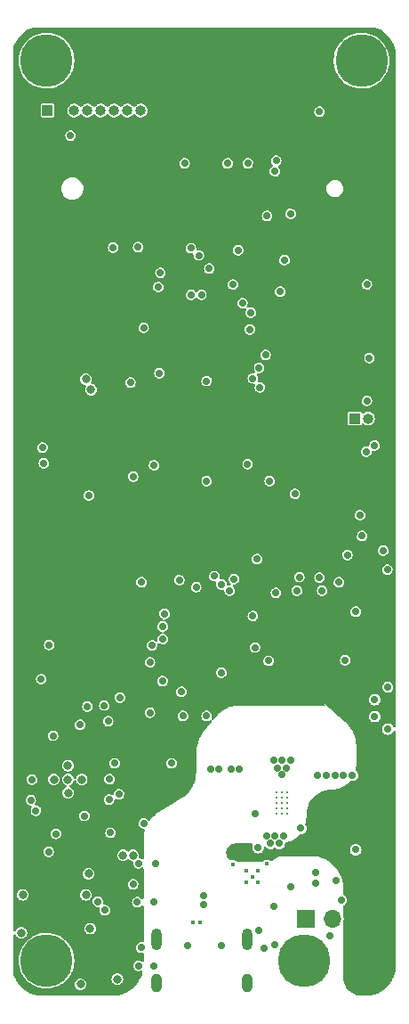
<source format=gbr>
%TF.GenerationSoftware,KiCad,Pcbnew,(6.0.7)*%
%TF.CreationDate,2022-10-07T06:43:14-07:00*%
%TF.ProjectId,phone-rounded,70686f6e-652d-4726-9f75-6e6465642e6b,rev?*%
%TF.SameCoordinates,Original*%
%TF.FileFunction,Copper,L2,Inr*%
%TF.FilePolarity,Positive*%
%FSLAX46Y46*%
G04 Gerber Fmt 4.6, Leading zero omitted, Abs format (unit mm)*
G04 Created by KiCad (PCBNEW (6.0.7)) date 2022-10-07 06:43:14*
%MOMM*%
%LPD*%
G01*
G04 APERTURE LIST*
%TA.AperFunction,ComponentPad*%
%ADD10R,1.000000X1.000000*%
%TD*%
%TA.AperFunction,ComponentPad*%
%ADD11O,1.000000X1.000000*%
%TD*%
%TA.AperFunction,ComponentPad*%
%ADD12C,0.300000*%
%TD*%
%TA.AperFunction,ComponentPad*%
%ADD13R,1.700000X1.700000*%
%TD*%
%TA.AperFunction,ComponentPad*%
%ADD14O,1.700000X1.700000*%
%TD*%
%TA.AperFunction,ComponentPad*%
%ADD15C,0.400000*%
%TD*%
%TA.AperFunction,ComponentPad*%
%ADD16O,1.000000X2.100000*%
%TD*%
%TA.AperFunction,ComponentPad*%
%ADD17O,1.000000X1.800000*%
%TD*%
%TA.AperFunction,ViaPad*%
%ADD18C,0.700000*%
%TD*%
%TA.AperFunction,ViaPad*%
%ADD19C,5.000000*%
%TD*%
%TA.AperFunction,ViaPad*%
%ADD20C,0.450000*%
%TD*%
%TA.AperFunction,ViaPad*%
%ADD21C,0.800000*%
%TD*%
G04 APERTURE END LIST*
D10*
%TO.N,Net-(LS1-Pad1)*%
%TO.C,LS1*%
X140100000Y-95244137D03*
D11*
%TO.N,Net-(LS1-Pad2)*%
X141370000Y-95244137D03*
%TD*%
D12*
%TO.N,N/C*%
%TO.C,U3*%
X132666233Y-130783767D03*
X133166233Y-130783767D03*
X133666233Y-130783767D03*
X132666233Y-131283767D03*
X133166233Y-131283767D03*
X133666233Y-131283767D03*
X132666233Y-131783767D03*
X133166233Y-131783767D03*
X133666233Y-131783767D03*
X132666233Y-132283767D03*
X133166233Y-132283767D03*
X133666233Y-132283767D03*
X132666233Y-132783767D03*
X133166233Y-132783767D03*
X133666233Y-132783767D03*
%TD*%
D13*
%TO.N,Net-(TH1-Pad1)*%
%TO.C,TH1*%
X135460000Y-142750000D03*
D14*
%TO.N,GNDPWR*%
X138000000Y-142750000D03*
%TD*%
D15*
%TO.N,GNDPWR*%
%TO.C,U2*%
X129747500Y-138180000D03*
X130327500Y-138760000D03*
X130907500Y-139340000D03*
X129747500Y-139340000D03*
X130907500Y-138180000D03*
%TD*%
D16*
%TO.N,Net-(J6-PadS1)*%
%TO.C,J6*%
X129900000Y-144720000D03*
D17*
X121260000Y-148900000D03*
X129900000Y-148900000D03*
D16*
X121260000Y-144720000D03*
%TD*%
D10*
%TO.N,GND*%
%TO.C,J3*%
X110837500Y-65975000D03*
D11*
%TO.N,+3V3*%
X112107500Y-65975000D03*
%TO.N,/SCLK_TFT*%
X113377500Y-65975000D03*
%TO.N,/MOSI_TFT*%
X114647500Y-65975000D03*
%TO.N,/RST_TFT*%
X115917500Y-65975000D03*
%TO.N,/DC_TFT*%
X117187500Y-65975000D03*
%TO.N,/CS_TFT*%
X118457500Y-65975000D03*
%TO.N,/BL_TFT*%
X119727500Y-65975000D03*
%TD*%
D18*
%TO.N,GNDPWR*%
X143250000Y-124750000D03*
%TO.N,GND*%
X143250000Y-120750000D03*
%TO.N,/UART_CTS*%
X126250000Y-81000000D03*
X125250000Y-79750000D03*
%TO.N,/UART_TX*%
X111000000Y-116750000D03*
%TO.N,/DC_TFT*%
X110250000Y-120000000D03*
X109374500Y-129550000D03*
D19*
%TO.N,*%
X110750000Y-61250000D03*
X140750000Y-61250000D03*
X135250000Y-146750000D03*
X110750000Y-146750000D03*
D18*
%TO.N,+3V3*%
X120400000Y-102400000D03*
X110344263Y-126714466D03*
X112865500Y-70500000D03*
D20*
X132109040Y-137088264D03*
D18*
X138306233Y-131843767D03*
X125662611Y-71293000D03*
X121200000Y-105200000D03*
X111650000Y-124350000D03*
X142000000Y-133600000D03*
X137506233Y-131843767D03*
X140400000Y-93567135D03*
X136706233Y-131843767D03*
X138400000Y-119800000D03*
X121700000Y-88700000D03*
X139906233Y-131843767D03*
X138000000Y-66250000D03*
X139610000Y-147150000D03*
X139106233Y-131843767D03*
X130884500Y-115724500D03*
D21*
X120700000Y-93282500D03*
D18*
X143000000Y-134200000D03*
X114650000Y-136400000D03*
X133200000Y-79000000D03*
X141000000Y-80000000D03*
X132250000Y-79000000D03*
X128525000Y-135995000D03*
X110950000Y-122600000D03*
X140706233Y-131843767D03*
X140200000Y-89566637D03*
X140206233Y-133443767D03*
X113950000Y-134700000D03*
%TO.N,GND*%
X139200000Y-118200000D03*
X132440000Y-141560000D03*
X119500000Y-137500000D03*
D21*
X117500000Y-148500000D03*
D18*
X117100000Y-79000000D03*
X129000000Y-79250000D03*
X113950000Y-124350000D03*
X129900000Y-99582500D03*
X120000000Y-133700000D03*
X121500000Y-90932500D03*
X131910538Y-118263148D03*
D21*
X114000000Y-149000000D03*
D18*
X111366285Y-125381971D03*
D21*
X112800000Y-130800000D03*
D18*
X131750000Y-76000000D03*
X130800000Y-108600000D03*
X134000000Y-75800000D03*
X123400000Y-110600000D03*
D21*
X114750000Y-138500000D03*
X114100000Y-129550000D03*
D18*
X138600000Y-110800000D03*
D21*
X112789376Y-129539376D03*
D18*
X127400000Y-119400000D03*
X142000000Y-121950000D03*
X119500000Y-147250000D03*
D21*
X114900000Y-143700000D03*
D18*
X114784900Y-102560000D03*
X123900000Y-71000000D03*
X124500000Y-83500000D03*
X141200000Y-98400000D03*
X114650000Y-122600000D03*
X110950000Y-136400000D03*
X113042997Y-68368208D03*
X132500000Y-145250000D03*
D21*
X108350000Y-144100000D03*
D18*
X132615500Y-70750000D03*
X141250000Y-82500000D03*
D21*
X111450000Y-129550000D03*
D18*
X140200000Y-136200000D03*
X141500000Y-89500000D03*
X130200000Y-85182500D03*
X111650000Y-134700000D03*
X119000000Y-139500000D03*
X140600000Y-104425000D03*
D21*
X114500000Y-140500000D03*
X112789376Y-128210624D03*
D18*
X128600000Y-110507000D03*
X119400000Y-141200000D03*
X124500000Y-79062000D03*
D21*
X108500000Y-140500000D03*
D18*
X136750000Y-66103000D03*
X141249471Y-93574428D03*
X119468767Y-78968767D03*
X129925500Y-71000000D03*
X121000000Y-99682500D03*
X116850000Y-134599739D03*
X128000000Y-71000000D03*
%TO.N,GNDPWR*%
X136340000Y-139360000D03*
X128306233Y-128583767D03*
X121100000Y-137500000D03*
X136566233Y-129133767D03*
X138300000Y-139100000D03*
X138800000Y-141000000D03*
X137366233Y-129133767D03*
X133300000Y-134900000D03*
X138216233Y-129133767D03*
X133966233Y-127733767D03*
X132900000Y-135600000D03*
X132766233Y-128433767D03*
X139866233Y-129133767D03*
X142000000Y-123550000D03*
X132100000Y-135600000D03*
X125740000Y-141460000D03*
X139016233Y-129133767D03*
X137700000Y-144400000D03*
X133566233Y-128433767D03*
X127166233Y-128583767D03*
X129106233Y-128583767D03*
X125740000Y-140560000D03*
X133166233Y-127733767D03*
X136340000Y-138360000D03*
X132366233Y-127733767D03*
X121000000Y-141200000D03*
X133166233Y-129083767D03*
X131000000Y-143850000D03*
X121000000Y-147250000D03*
X126366233Y-128583767D03*
X132500000Y-134900000D03*
X131700000Y-134900000D03*
%TO.N,/SCLK_SD*%
X117250000Y-128000000D03*
X117750000Y-121750000D03*
%TO.N,Net-(C12-Pad1)*%
X134966233Y-134183767D03*
X130600000Y-132775500D03*
%TO.N,DBVDD*%
X121800000Y-120200000D03*
X120600000Y-123200000D03*
X134600000Y-111600000D03*
X132600000Y-111800000D03*
X128200000Y-111600000D03*
X123600000Y-121200000D03*
X122000000Y-113800000D03*
%TO.N,Net-(TH1-Pad1)*%
X134019541Y-139767998D03*
%TO.N,/UART_RX*%
X116750000Y-129500000D03*
X110374500Y-98000000D03*
%TO.N,/UART_TX*%
X110500000Y-99500000D03*
%TO.N,Net-(D1-Pad1)*%
X132500000Y-71750000D03*
X133400000Y-80200000D03*
%TO.N,/audio/SCL*%
X143200000Y-109600000D03*
X137000000Y-111600000D03*
%TO.N,/PCM_SYNC*%
X142000000Y-97800000D03*
X140800000Y-106400000D03*
%TO.N,/audio/SDA*%
X136741005Y-110354542D03*
X142800000Y-107800000D03*
%TO.N,/MCU_D-*%
X115650000Y-141150000D03*
D20*
X125383222Y-143116778D03*
D18*
%TO.N,/MCU_D+*%
X116300000Y-141950000D03*
D20*
X124680556Y-143119444D03*
D18*
%TO.N,/SCL*%
X116625500Y-124000000D03*
D21*
X114500000Y-91500000D03*
D18*
%TO.N,/SDA*%
X116250000Y-122500000D03*
D21*
X115000000Y-92500000D03*
D18*
%TO.N,GNDA*%
X127400000Y-111000000D03*
X130400000Y-114000000D03*
X125000000Y-111274500D03*
X130600000Y-117000000D03*
X123750000Y-123500000D03*
X122662500Y-128000000D03*
X126000000Y-123500000D03*
X121800000Y-115000000D03*
X120600000Y-118400000D03*
%TO.N,/keypad/V1*%
X129400000Y-84282500D03*
X128500000Y-82500000D03*
X120000000Y-86632500D03*
%TO.N,/keypad/H1*%
X126000000Y-91682500D03*
X118750000Y-91832500D03*
X131074500Y-92282500D03*
%TO.N,/keypad/H2*%
X119000000Y-100750000D03*
X132000000Y-101182500D03*
X130400000Y-91432500D03*
X126000000Y-101182500D03*
%TO.N,/keypad/H3*%
X119800000Y-110800000D03*
X126745815Y-110216134D03*
X134824349Y-110313042D03*
X131000000Y-90432500D03*
%TO.N,/keypad/H4*%
X131615500Y-89208000D03*
X134400000Y-102400000D03*
%TO.N,/keypad/V2*%
X130100000Y-86782500D03*
%TO.N,/keypad/V3*%
X133000000Y-83182500D03*
X139400000Y-108200000D03*
X140200000Y-113600000D03*
%TO.N,/keypad/V4*%
X125500000Y-83500000D03*
D20*
%TO.N,/CHG_PWR*%
X128500000Y-137610000D03*
D18*
X130900000Y-136000000D03*
D20*
%TO.N,/CE_PWR*%
X131743200Y-137563200D03*
D18*
X114350000Y-133000000D03*
%TO.N,/SCLK_TFT*%
X109250000Y-131500000D03*
%TO.N,/MOSI_TFT*%
X109750000Y-132500000D03*
D21*
%TO.N,/SWCLK*%
X119000000Y-136750000D03*
D18*
X117650000Y-130950000D03*
D21*
%TO.N,/SWDIO*%
X118048056Y-136748056D03*
D18*
X116700000Y-131450000D03*
%TO.N,Net-(J6-PadA5)*%
X124200000Y-145300000D03*
X119750000Y-145500000D03*
%TO.N,Net-(J6-PadB5)*%
X131500000Y-145600000D03*
X127400000Y-145300000D03*
%TO.N,/audio/IN+*%
X121800000Y-116200000D03*
X121400000Y-82750000D03*
%TO.N,/audio/IN-*%
X121600000Y-81400000D03*
X120800000Y-116800000D03*
%TD*%
%TA.AperFunction,Conductor*%
%TO.N,+3V3*%
G36*
X142857379Y-121142621D02*
G01*
X142972375Y-121230861D01*
X143106291Y-121286330D01*
X143250000Y-121305250D01*
X143393709Y-121286330D01*
X143527625Y-121230861D01*
X143642621Y-121142621D01*
X143675325Y-121100000D01*
X144000000Y-121100000D01*
X144000000Y-121100009D01*
X144000020Y-124274168D01*
X144000021Y-124488740D01*
X143980019Y-124556861D01*
X143926363Y-124603354D01*
X143856089Y-124613458D01*
X143791509Y-124583964D01*
X143757612Y-124536958D01*
X143748741Y-124515542D01*
X143730861Y-124472375D01*
X143642621Y-124357379D01*
X143527625Y-124269139D01*
X143393709Y-124213670D01*
X143250000Y-124194750D01*
X143106291Y-124213670D01*
X142972375Y-124269139D01*
X142857379Y-124357379D01*
X142769139Y-124472375D01*
X142713670Y-124606291D01*
X142694750Y-124750000D01*
X142713670Y-124893709D01*
X142769139Y-125027625D01*
X142857379Y-125142621D01*
X142972375Y-125230861D01*
X143106291Y-125286330D01*
X143250000Y-125305250D01*
X143393709Y-125286330D01*
X143527625Y-125230861D01*
X143642621Y-125142621D01*
X143730861Y-125027625D01*
X143734021Y-125019996D01*
X143734023Y-125019993D01*
X143757615Y-124963035D01*
X143802163Y-124907753D01*
X143869526Y-124885332D01*
X143938317Y-124902890D01*
X143986696Y-124954852D01*
X144000024Y-125011251D01*
X144000135Y-142989710D01*
X144000164Y-147770886D01*
X143995870Y-147803499D01*
X143949504Y-147976533D01*
X143945429Y-147989076D01*
X143833894Y-148279630D01*
X143828529Y-148291679D01*
X143687233Y-148568983D01*
X143680639Y-148580404D01*
X143511138Y-148841412D01*
X143503386Y-148852082D01*
X143307524Y-149093948D01*
X143298699Y-149103749D01*
X143078632Y-149323815D01*
X143068831Y-149332640D01*
X142826964Y-149528499D01*
X142816294Y-149536251D01*
X142555282Y-149705753D01*
X142543861Y-149712347D01*
X142266555Y-149853641D01*
X142254505Y-149859005D01*
X141963957Y-149970535D01*
X141951428Y-149974607D01*
X141650794Y-150055161D01*
X141637901Y-150057901D01*
X141387765Y-150097519D01*
X141368020Y-150099069D01*
X140837117Y-150098882D01*
X140828184Y-150098560D01*
X140580834Y-150080784D01*
X140563057Y-150078222D01*
X140325186Y-150026400D01*
X140307944Y-150021333D01*
X140079860Y-149936191D01*
X140063513Y-149928720D01*
X139849870Y-149811994D01*
X139834760Y-149802279D01*
X139639891Y-149656337D01*
X139626313Y-149644567D01*
X139604828Y-149623074D01*
X139454196Y-149472389D01*
X139442432Y-149458807D01*
X139296565Y-149263889D01*
X139286850Y-149248768D01*
X139170202Y-149035084D01*
X139162738Y-149018735D01*
X139077680Y-148790630D01*
X139072617Y-148773383D01*
X139020880Y-148535487D01*
X139018324Y-148517703D01*
X139000641Y-148270377D01*
X139000320Y-148261390D01*
X139000353Y-143091440D01*
X139006793Y-143051673D01*
X139029351Y-142983863D01*
X139055171Y-142779474D01*
X139055583Y-142750000D01*
X139035480Y-142544970D01*
X139005735Y-142446450D01*
X139000357Y-142410031D01*
X139000362Y-141596970D01*
X139020364Y-141528850D01*
X139063358Y-141487854D01*
X139069998Y-141484020D01*
X139077625Y-141480861D01*
X139192621Y-141392621D01*
X139280861Y-141277625D01*
X139336330Y-141143709D01*
X139355250Y-141000000D01*
X139336330Y-140856291D01*
X139280861Y-140722375D01*
X139192621Y-140607379D01*
X139077625Y-140519139D01*
X139069992Y-140515977D01*
X139063370Y-140512154D01*
X139014377Y-140460772D01*
X139000370Y-140403034D01*
X139000373Y-139822826D01*
X139000373Y-139821057D01*
X138981300Y-139483286D01*
X138924318Y-139149811D01*
X138830152Y-138824871D01*
X138700000Y-138512600D01*
X138535517Y-138216967D01*
X138338795Y-137941734D01*
X138112335Y-137690400D01*
X137859017Y-137466162D01*
X137638851Y-137311709D01*
X137584973Y-137273912D01*
X137584971Y-137273911D01*
X137582062Y-137271870D01*
X137284994Y-137109996D01*
X136971589Y-136982599D01*
X136968170Y-136981641D01*
X136968165Y-136981639D01*
X136649250Y-136892255D01*
X136645832Y-136891297D01*
X136436875Y-136857483D01*
X136315373Y-136837821D01*
X136315370Y-136837821D01*
X136311868Y-136837254D01*
X135973942Y-136821155D01*
X133914056Y-136839303D01*
X133053539Y-136846885D01*
X133050494Y-136847209D01*
X133050488Y-136847209D01*
X132993691Y-136853246D01*
X132886940Y-136864592D01*
X132726886Y-136914107D01*
X132579392Y-136993572D01*
X132574665Y-136997460D01*
X132450173Y-137099858D01*
X132450000Y-137100000D01*
X132330351Y-137198059D01*
X132309654Y-137211848D01*
X132185666Y-137277799D01*
X132116131Y-137292130D01*
X132049886Y-137266593D01*
X132037400Y-137255652D01*
X131996420Y-137214672D01*
X131876326Y-137153481D01*
X131866537Y-137151931D01*
X131866535Y-137151930D01*
X131752993Y-137133947D01*
X131743200Y-137132396D01*
X131733407Y-137133947D01*
X131619865Y-137151930D01*
X131619863Y-137151931D01*
X131610074Y-137153481D01*
X131489980Y-137214672D01*
X131396371Y-137308281D01*
X131334059Y-137342307D01*
X131306598Y-137345184D01*
X128875339Y-137332078D01*
X128807327Y-137311709D01*
X128786923Y-137295175D01*
X128753220Y-137261472D01*
X128633126Y-137200281D01*
X128623337Y-137198731D01*
X128623335Y-137198730D01*
X128509793Y-137180747D01*
X128500000Y-137179196D01*
X128366874Y-137200281D01*
X128360075Y-137203745D01*
X128290379Y-137205739D01*
X128254945Y-137190296D01*
X128191984Y-137150379D01*
X128170047Y-137132749D01*
X128055524Y-137017422D01*
X128038046Y-136995360D01*
X127951979Y-136857483D01*
X127939835Y-136832090D01*
X127886527Y-136678557D01*
X127880322Y-136651103D01*
X127862424Y-136489542D01*
X127862466Y-136461424D01*
X127880870Y-136299668D01*
X127887136Y-136272287D01*
X127940926Y-136118606D01*
X127953103Y-136093294D01*
X128039597Y-135955357D01*
X128057078Y-135933372D01*
X128171988Y-135818015D01*
X128193902Y-135800451D01*
X128331511Y-135713419D01*
X128356771Y-135701146D01*
X128510243Y-135646762D01*
X128537597Y-135640390D01*
X128552168Y-135638675D01*
X128706348Y-135620526D01*
X128720372Y-135619666D01*
X129963610Y-135612864D01*
X130275948Y-135611155D01*
X130344177Y-135630784D01*
X130390963Y-135684184D01*
X130401451Y-135754402D01*
X130393047Y-135785368D01*
X130363670Y-135856291D01*
X130344750Y-136000000D01*
X130363670Y-136143709D01*
X130419139Y-136277625D01*
X130507379Y-136392621D01*
X130622375Y-136480861D01*
X130756291Y-136536330D01*
X130900000Y-136555250D01*
X131043709Y-136536330D01*
X131177625Y-136480861D01*
X131292621Y-136392621D01*
X131380861Y-136277625D01*
X131413014Y-136200000D01*
X139644750Y-136200000D01*
X139663670Y-136343709D01*
X139719139Y-136477625D01*
X139807379Y-136592621D01*
X139922375Y-136680861D01*
X140056291Y-136736330D01*
X140200000Y-136755250D01*
X140343709Y-136736330D01*
X140477625Y-136680861D01*
X140592621Y-136592621D01*
X140680861Y-136477625D01*
X140736330Y-136343709D01*
X140755250Y-136200000D01*
X140736330Y-136056291D01*
X140680861Y-135922375D01*
X140592621Y-135807379D01*
X140477625Y-135719139D01*
X140343709Y-135663670D01*
X140200000Y-135644750D01*
X140056291Y-135663670D01*
X139922375Y-135719139D01*
X139807379Y-135807379D01*
X139719139Y-135922375D01*
X139663670Y-136056291D01*
X139644750Y-136200000D01*
X131413014Y-136200000D01*
X131436330Y-136143709D01*
X131453298Y-136014828D01*
X131482021Y-135949901D01*
X131541286Y-135910810D01*
X131612278Y-135909965D01*
X131672456Y-135947636D01*
X131678182Y-135954571D01*
X131707379Y-135992621D01*
X131822375Y-136080861D01*
X131956291Y-136136330D01*
X132100000Y-136155250D01*
X132243709Y-136136330D01*
X132377625Y-136080861D01*
X132423298Y-136045815D01*
X132489516Y-136020215D01*
X132559065Y-136034479D01*
X132576697Y-136045811D01*
X132622375Y-136080861D01*
X132756291Y-136136330D01*
X132900000Y-136155250D01*
X133043709Y-136136330D01*
X133177625Y-136080861D01*
X133292621Y-135992621D01*
X133380861Y-135877625D01*
X133436330Y-135743709D01*
X133451357Y-135629570D01*
X133480080Y-135564642D01*
X133539345Y-135525551D01*
X133552971Y-135522191D01*
X133564026Y-135520110D01*
X133564035Y-135520108D01*
X133567757Y-135519407D01*
X133571369Y-135518264D01*
X133857304Y-135427775D01*
X133857307Y-135427774D01*
X133860915Y-135426632D01*
X133884919Y-135415713D01*
X134137352Y-135300887D01*
X134137357Y-135300884D01*
X134140807Y-135299315D01*
X134144041Y-135297344D01*
X134144047Y-135297341D01*
X134400144Y-135141271D01*
X134400150Y-135141267D01*
X134403379Y-135139299D01*
X134406353Y-135136954D01*
X134406360Y-135136949D01*
X134641850Y-134951251D01*
X134644829Y-134948902D01*
X134647497Y-134946219D01*
X134647503Y-134946214D01*
X134822644Y-134770111D01*
X134884863Y-134735915D01*
X134928429Y-134734040D01*
X134958045Y-134737939D01*
X134966233Y-134739017D01*
X135109942Y-134720097D01*
X135243858Y-134664628D01*
X135358854Y-134576388D01*
X135447094Y-134461392D01*
X135502563Y-134327476D01*
X135521483Y-134183767D01*
X135502563Y-134040058D01*
X135447094Y-133906142D01*
X135415519Y-133864992D01*
X135389918Y-133798776D01*
X135395146Y-133750935D01*
X135426264Y-133650704D01*
X135481499Y-133348218D01*
X135500000Y-133041287D01*
X135500000Y-132879122D01*
X135500270Y-132870881D01*
X135519778Y-132573243D01*
X135521929Y-132556902D01*
X135579316Y-132268401D01*
X135583582Y-132252482D01*
X135678131Y-131973949D01*
X135684438Y-131958722D01*
X135814537Y-131694908D01*
X135822778Y-131680634D01*
X135986199Y-131436057D01*
X135996232Y-131422982D01*
X135998376Y-131420537D01*
X136190182Y-131201823D01*
X136201823Y-131190182D01*
X136422982Y-130996232D01*
X136436057Y-130986199D01*
X136680634Y-130822778D01*
X136694908Y-130814537D01*
X136958722Y-130684438D01*
X136973949Y-130678131D01*
X137252482Y-130583582D01*
X137268401Y-130579316D01*
X137556902Y-130521929D01*
X137573243Y-130519778D01*
X138180888Y-130479952D01*
X138180895Y-130479951D01*
X138185000Y-130479682D01*
X138189033Y-130478880D01*
X138189039Y-130478879D01*
X138485645Y-130419880D01*
X138485651Y-130419878D01*
X138489695Y-130419074D01*
X138493604Y-130417747D01*
X138493608Y-130417746D01*
X138779967Y-130320540D01*
X138779968Y-130320539D01*
X138783873Y-130319214D01*
X138915521Y-130254292D01*
X139058796Y-130183637D01*
X139058801Y-130183634D01*
X139062500Y-130181810D01*
X139320808Y-130009214D01*
X139554379Y-129804379D01*
X139557095Y-129801282D01*
X139557104Y-129801273D01*
X139632950Y-129714786D01*
X139692903Y-129676758D01*
X139744127Y-129672941D01*
X139866233Y-129689017D01*
X140009942Y-129670097D01*
X140143858Y-129614628D01*
X140258854Y-129526388D01*
X140347094Y-129411392D01*
X140402563Y-129277476D01*
X140421483Y-129133767D01*
X140402563Y-128990058D01*
X140347094Y-128856142D01*
X140258854Y-128741146D01*
X140252304Y-128736120D01*
X140252302Y-128736118D01*
X140242872Y-128728882D01*
X140201005Y-128671544D01*
X140195998Y-128604339D01*
X140228879Y-128439039D01*
X140228880Y-128439033D01*
X140229682Y-128435000D01*
X140250000Y-128125000D01*
X140250000Y-126369887D01*
X140227560Y-126003643D01*
X140160577Y-125642878D01*
X140050052Y-125292989D01*
X140048456Y-125289494D01*
X140048453Y-125289486D01*
X139899242Y-124962721D01*
X139899240Y-124962718D01*
X139897639Y-124959211D01*
X139895619Y-124955921D01*
X139707639Y-124649825D01*
X139707635Y-124649819D01*
X139705618Y-124646535D01*
X139679244Y-124613458D01*
X139479262Y-124362650D01*
X139479255Y-124362643D01*
X139476862Y-124359641D01*
X139214798Y-124102825D01*
X139214792Y-124102819D01*
X139022390Y-123936071D01*
X138576924Y-123550000D01*
X141444750Y-123550000D01*
X141463670Y-123693709D01*
X141519139Y-123827625D01*
X141607379Y-123942621D01*
X141722375Y-124030861D01*
X141856291Y-124086330D01*
X142000000Y-124105250D01*
X142143709Y-124086330D01*
X142277625Y-124030861D01*
X142392621Y-123942621D01*
X142480861Y-123827625D01*
X142536330Y-123693709D01*
X142555250Y-123550000D01*
X142536330Y-123406291D01*
X142480861Y-123272375D01*
X142392621Y-123157379D01*
X142277625Y-123069139D01*
X142143709Y-123013670D01*
X142000000Y-122994750D01*
X141856291Y-123013670D01*
X141722375Y-123069139D01*
X141607379Y-123157379D01*
X141519139Y-123272375D01*
X141463670Y-123406291D01*
X141444750Y-123550000D01*
X138576924Y-123550000D01*
X138212493Y-123234160D01*
X138212489Y-123234157D01*
X138211077Y-123232933D01*
X138211072Y-123232930D01*
X136730769Y-121950000D01*
X141444750Y-121950000D01*
X141463670Y-122093709D01*
X141519139Y-122227625D01*
X141607379Y-122342621D01*
X141722375Y-122430861D01*
X141856291Y-122486330D01*
X142000000Y-122505250D01*
X142143709Y-122486330D01*
X142277625Y-122430861D01*
X142392621Y-122342621D01*
X142480861Y-122227625D01*
X142536330Y-122093709D01*
X142555250Y-121950000D01*
X142536330Y-121806291D01*
X142480861Y-121672375D01*
X142392621Y-121557379D01*
X142277625Y-121469139D01*
X142143709Y-121413670D01*
X142000000Y-121394750D01*
X141856291Y-121413670D01*
X141722375Y-121469139D01*
X141607379Y-121557379D01*
X141519139Y-121672375D01*
X141463670Y-121806291D01*
X141444750Y-121950000D01*
X136730769Y-121950000D01*
X135750000Y-121100000D01*
X142824675Y-121100000D01*
X142857379Y-121142621D01*
G37*
%TD.AperFunction*%
%TD*%
%TA.AperFunction,Conductor*%
%TO.N,+3V3*%
G36*
X142104122Y-58108369D02*
G01*
X142254514Y-58166099D01*
X142266562Y-58171463D01*
X142543870Y-58312758D01*
X142555292Y-58319353D01*
X142816306Y-58488858D01*
X142826972Y-58496608D01*
X142948401Y-58594939D01*
X143068839Y-58692468D01*
X143078640Y-58701293D01*
X143298707Y-58921360D01*
X143307532Y-58931161D01*
X143503390Y-59173025D01*
X143511140Y-59183692D01*
X143565513Y-59267418D01*
X143680647Y-59444708D01*
X143687242Y-59456130D01*
X143828539Y-59733441D01*
X143833900Y-59745485D01*
X143834097Y-59745996D01*
X143945433Y-60036036D01*
X143949509Y-60048579D01*
X143995707Y-60220995D01*
X144000000Y-60253606D01*
X144000000Y-120687630D01*
X143979998Y-120755751D01*
X143979344Y-120756318D01*
X143999110Y-120802488D01*
X144000000Y-120817436D01*
X144000000Y-121100000D01*
X143608332Y-121100000D01*
X143669200Y-121032754D01*
X143731710Y-120903733D01*
X143749746Y-120796531D01*
X143771502Y-120751755D01*
X143753104Y-120723128D01*
X143749273Y-120705492D01*
X143736596Y-120616968D01*
X143736595Y-120616965D01*
X143735323Y-120608082D01*
X143726668Y-120589045D01*
X143685791Y-120499142D01*
X143675984Y-120477572D01*
X143653444Y-120451413D01*
X143588260Y-120375763D01*
X143588257Y-120375760D01*
X143582400Y-120368963D01*
X143462095Y-120290985D01*
X143324739Y-120249907D01*
X143315763Y-120249852D01*
X143315762Y-120249852D01*
X143255555Y-120249484D01*
X143181376Y-120249031D01*
X143043529Y-120288428D01*
X142922280Y-120364930D01*
X142916338Y-120371658D01*
X142916337Y-120371659D01*
X142896835Y-120393741D01*
X142827377Y-120472388D01*
X142766447Y-120602163D01*
X142765066Y-120611035D01*
X142750939Y-120701770D01*
X142744391Y-120743823D01*
X142745555Y-120752725D01*
X142745555Y-120752728D01*
X142746814Y-120762354D01*
X142762980Y-120885979D01*
X142820720Y-121017203D01*
X142826497Y-121024076D01*
X142826498Y-121024077D01*
X142862552Y-121066968D01*
X142890318Y-121100000D01*
X135750000Y-121100000D01*
X137365385Y-122500000D01*
X129188937Y-122500000D01*
X129187172Y-122500099D01*
X129187164Y-122500099D01*
X128857726Y-122518535D01*
X128857721Y-122518536D01*
X128854211Y-122518732D01*
X128523666Y-122574694D01*
X128520287Y-122575664D01*
X128520282Y-122575665D01*
X128409397Y-122607493D01*
X128201428Y-122667187D01*
X128198176Y-122668529D01*
X127894770Y-122793717D01*
X127894766Y-122793719D01*
X127891523Y-122795057D01*
X127888444Y-122796751D01*
X127888439Y-122796754D01*
X127746859Y-122874677D01*
X127597819Y-122956706D01*
X127323986Y-123150115D01*
X127262413Y-123204859D01*
X127104923Y-123344881D01*
X127073442Y-123372870D01*
X126849316Y-123622189D01*
X126664482Y-123852480D01*
X126657975Y-123860587D01*
X126599737Y-123901193D01*
X126528791Y-123903866D01*
X126467661Y-123867759D01*
X126435757Y-123804335D01*
X126443208Y-123733730D01*
X126446310Y-123726798D01*
X126481710Y-123653733D01*
X126505496Y-123512354D01*
X126505647Y-123500000D01*
X126497473Y-123442924D01*
X126486596Y-123366968D01*
X126486595Y-123366965D01*
X126485323Y-123358082D01*
X126475274Y-123335979D01*
X126466179Y-123315977D01*
X126425984Y-123227572D01*
X126396904Y-123193823D01*
X126338260Y-123125763D01*
X126338257Y-123125760D01*
X126332400Y-123118963D01*
X126212095Y-123040985D01*
X126074739Y-122999907D01*
X126065763Y-122999852D01*
X126065762Y-122999852D01*
X126005555Y-122999484D01*
X125931376Y-122999031D01*
X125793529Y-123038428D01*
X125672280Y-123114930D01*
X125577377Y-123222388D01*
X125516447Y-123352163D01*
X125514142Y-123366968D01*
X125498536Y-123467203D01*
X125494391Y-123493823D01*
X125495555Y-123502725D01*
X125495555Y-123502728D01*
X125500224Y-123538428D01*
X125512980Y-123635979D01*
X125516597Y-123644199D01*
X125555992Y-123733730D01*
X125570720Y-123767203D01*
X125576497Y-123774076D01*
X125576498Y-123774077D01*
X125649217Y-123860587D01*
X125662970Y-123876948D01*
X125703408Y-123903866D01*
X125770157Y-123948298D01*
X125782313Y-123956390D01*
X125919157Y-123999142D01*
X125928129Y-123999306D01*
X125928132Y-123999307D01*
X125993463Y-124000504D01*
X126062499Y-124001770D01*
X126071533Y-123999307D01*
X126192158Y-123966421D01*
X126192160Y-123966420D01*
X126200817Y-123964060D01*
X126208464Y-123959365D01*
X126208468Y-123959363D01*
X126319973Y-123890899D01*
X126388490Y-123872301D01*
X126456185Y-123893698D01*
X126501566Y-123948298D01*
X126510224Y-124018765D01*
X126484166Y-124077141D01*
X125660379Y-125103521D01*
X125464005Y-125378607D01*
X125299819Y-125674036D01*
X125169906Y-125986059D01*
X125075915Y-126310714D01*
X125019039Y-126643881D01*
X125000000Y-126981332D01*
X125000000Y-128797815D01*
X124999794Y-128805024D01*
X124980774Y-129136929D01*
X124979127Y-129151252D01*
X124922933Y-129475251D01*
X124919660Y-129489292D01*
X124826825Y-129804741D01*
X124821970Y-129818316D01*
X124771683Y-129937023D01*
X124702632Y-130100026D01*
X124693705Y-130121098D01*
X124687333Y-130134025D01*
X124629494Y-130236181D01*
X124525318Y-130420175D01*
X124517509Y-130432294D01*
X124323866Y-130698063D01*
X124314723Y-130709211D01*
X124091984Y-130951121D01*
X124081627Y-130961151D01*
X123832719Y-131176027D01*
X123821285Y-131184808D01*
X123546466Y-131371880D01*
X123540390Y-131375766D01*
X123020775Y-131687535D01*
X121456513Y-132626092D01*
X121172746Y-132819255D01*
X121099611Y-132882391D01*
X120943510Y-133017149D01*
X120912904Y-133043570D01*
X120680387Y-133296100D01*
X120661764Y-133321659D01*
X120605493Y-133398889D01*
X120549211Y-133442167D01*
X120478467Y-133448146D01*
X120415720Y-133414929D01*
X120408210Y-133406945D01*
X120332400Y-133318963D01*
X120212095Y-133240985D01*
X120074739Y-133199907D01*
X120065763Y-133199852D01*
X120065762Y-133199852D01*
X120005555Y-133199484D01*
X119931376Y-133199031D01*
X119793529Y-133238428D01*
X119672280Y-133314930D01*
X119577377Y-133422388D01*
X119516447Y-133552163D01*
X119515066Y-133561035D01*
X119496108Y-133682798D01*
X119494391Y-133693823D01*
X119512980Y-133835979D01*
X119570720Y-133967203D01*
X119662970Y-134076948D01*
X119699459Y-134101237D01*
X119766119Y-134145610D01*
X119782313Y-134156390D01*
X119919157Y-134199142D01*
X119928129Y-134199306D01*
X119928132Y-134199307D01*
X119979991Y-134200257D01*
X120005459Y-134200724D01*
X120073201Y-134221971D01*
X120118703Y-134276470D01*
X120127517Y-134346917D01*
X120124024Y-134362271D01*
X120078300Y-134517640D01*
X120077686Y-134521182D01*
X120077685Y-134521185D01*
X120066671Y-134584689D01*
X120019639Y-134855862D01*
X120019433Y-134859451D01*
X120019433Y-134859454D01*
X120000121Y-135196464D01*
X120000000Y-135198571D01*
X120000000Y-136995775D01*
X119979998Y-137063896D01*
X119926342Y-137110389D01*
X119856068Y-137120493D01*
X119805471Y-137101509D01*
X119712095Y-137040985D01*
X119627163Y-137015585D01*
X119567629Y-136976904D01*
X119538459Y-136912176D01*
X119538343Y-136878422D01*
X119554172Y-136758189D01*
X119554172Y-136758188D01*
X119555250Y-136750000D01*
X119536330Y-136606291D01*
X119480861Y-136472375D01*
X119392621Y-136357379D01*
X119277625Y-136269139D01*
X119143709Y-136213670D01*
X119000000Y-136194750D01*
X118856291Y-136213670D01*
X118722375Y-136269139D01*
X118607379Y-136357379D01*
X118606555Y-136356305D01*
X118551783Y-136386213D01*
X118480968Y-136381148D01*
X118440770Y-136355314D01*
X118440677Y-136355435D01*
X118439224Y-136354320D01*
X118439223Y-136354320D01*
X118325681Y-136267195D01*
X118191765Y-136211726D01*
X118048056Y-136192806D01*
X117904347Y-136211726D01*
X117770431Y-136267195D01*
X117655435Y-136355435D01*
X117567195Y-136470431D01*
X117511726Y-136604347D01*
X117492806Y-136748056D01*
X117511726Y-136891765D01*
X117567195Y-137025681D01*
X117655435Y-137140677D01*
X117770431Y-137228917D01*
X117904347Y-137284386D01*
X118048056Y-137303306D01*
X118191765Y-137284386D01*
X118325681Y-137228917D01*
X118440677Y-137140677D01*
X118441501Y-137141751D01*
X118496273Y-137111843D01*
X118567088Y-137116908D01*
X118607286Y-137142742D01*
X118607379Y-137142621D01*
X118722375Y-137230861D01*
X118856291Y-137286330D01*
X118874197Y-137288687D01*
X118895376Y-137291476D01*
X118960303Y-137320199D01*
X118999394Y-137379465D01*
X119003428Y-137435781D01*
X118994391Y-137493823D01*
X119012980Y-137635979D01*
X119070720Y-137767203D01*
X119076497Y-137774076D01*
X119076498Y-137774077D01*
X119157190Y-137870072D01*
X119162970Y-137876948D01*
X119170447Y-137881925D01*
X119264827Y-137944750D01*
X119282313Y-137956390D01*
X119419157Y-137999142D01*
X119428129Y-137999306D01*
X119428132Y-137999307D01*
X119493463Y-138000504D01*
X119562499Y-138001770D01*
X119571533Y-137999307D01*
X119692158Y-137966421D01*
X119692160Y-137966420D01*
X119700817Y-137964060D01*
X119708464Y-137959365D01*
X119708468Y-137959363D01*
X119808072Y-137898206D01*
X119876589Y-137879608D01*
X119944284Y-137901005D01*
X119989665Y-137955605D01*
X120000000Y-138005581D01*
X120000000Y-140790271D01*
X119979998Y-140858392D01*
X119926342Y-140904885D01*
X119856068Y-140914989D01*
X119791488Y-140885495D01*
X119778547Y-140872519D01*
X119738259Y-140825763D01*
X119732400Y-140818963D01*
X119612095Y-140740985D01*
X119474739Y-140699907D01*
X119465763Y-140699852D01*
X119465762Y-140699852D01*
X119405555Y-140699484D01*
X119331376Y-140699031D01*
X119193529Y-140738428D01*
X119072280Y-140814930D01*
X118977377Y-140922388D01*
X118916447Y-141052163D01*
X118909244Y-141098428D01*
X118896705Y-141178963D01*
X118894391Y-141193823D01*
X118912980Y-141335979D01*
X118916597Y-141344199D01*
X118963110Y-141449907D01*
X118970720Y-141467203D01*
X118976497Y-141474076D01*
X118976498Y-141474077D01*
X119015161Y-141520072D01*
X119062970Y-141576948D01*
X119081143Y-141589045D01*
X119171425Y-141649142D01*
X119182313Y-141656390D01*
X119319157Y-141699142D01*
X119328129Y-141699306D01*
X119328132Y-141699307D01*
X119393463Y-141700504D01*
X119462499Y-141701770D01*
X119471533Y-141699307D01*
X119592158Y-141666421D01*
X119592160Y-141666420D01*
X119600817Y-141664060D01*
X119722991Y-141589045D01*
X119729012Y-141582393D01*
X119729018Y-141582388D01*
X119780585Y-141525417D01*
X119841128Y-141488336D01*
X119912108Y-141489873D01*
X119970989Y-141529541D01*
X119999077Y-141594745D01*
X120000000Y-141609972D01*
X120000000Y-144883125D01*
X119979998Y-144951246D01*
X119926342Y-144997739D01*
X119856068Y-145007843D01*
X119837901Y-145003843D01*
X119835135Y-145003016D01*
X119824739Y-144999907D01*
X119815763Y-144999852D01*
X119815762Y-144999852D01*
X119755555Y-144999484D01*
X119681376Y-144999031D01*
X119543529Y-145038428D01*
X119422280Y-145114930D01*
X119327377Y-145222388D01*
X119266447Y-145352163D01*
X119265066Y-145361035D01*
X119249956Y-145458082D01*
X119244391Y-145493823D01*
X119245555Y-145502725D01*
X119245555Y-145502728D01*
X119253685Y-145564901D01*
X119262980Y-145635979D01*
X119320720Y-145767203D01*
X119326497Y-145774076D01*
X119326498Y-145774077D01*
X119354967Y-145807945D01*
X119412970Y-145876948D01*
X119532313Y-145956390D01*
X119669157Y-145999142D01*
X119678129Y-145999306D01*
X119678132Y-145999307D01*
X119743463Y-146000504D01*
X119812499Y-146001770D01*
X119840859Y-145994038D01*
X119911839Y-145995417D01*
X119970809Y-146034953D01*
X119999042Y-146100095D01*
X120000000Y-146115601D01*
X120000000Y-146745775D01*
X119979998Y-146813896D01*
X119926342Y-146860389D01*
X119856068Y-146870493D01*
X119805471Y-146851509D01*
X119712095Y-146790985D01*
X119574739Y-146749907D01*
X119565763Y-146749852D01*
X119565762Y-146749852D01*
X119505555Y-146749484D01*
X119431376Y-146749031D01*
X119293529Y-146788428D01*
X119172280Y-146864930D01*
X119077377Y-146972388D01*
X119016447Y-147102163D01*
X118994391Y-147243823D01*
X119012980Y-147385979D01*
X119070720Y-147517203D01*
X119162970Y-147626948D01*
X119170447Y-147631925D01*
X119226958Y-147669542D01*
X119282313Y-147706390D01*
X119419157Y-147749142D01*
X119428129Y-147749306D01*
X119428132Y-147749307D01*
X119493463Y-147750504D01*
X119562499Y-147751770D01*
X119571533Y-147749307D01*
X119692158Y-147716421D01*
X119692160Y-147716420D01*
X119700817Y-147714060D01*
X119714660Y-147705560D01*
X119783178Y-147686964D01*
X119850873Y-147708362D01*
X119896253Y-147762963D01*
X119904909Y-147833430D01*
X119901664Y-147847815D01*
X119833606Y-148084047D01*
X119828945Y-148097368D01*
X119748455Y-148291688D01*
X119705615Y-148395114D01*
X119699486Y-148407841D01*
X119655310Y-148487771D01*
X119543594Y-148689906D01*
X119536076Y-148701870D01*
X119349591Y-148964694D01*
X119340782Y-148975740D01*
X119126035Y-149216043D01*
X119116043Y-149226035D01*
X118875740Y-149440782D01*
X118864694Y-149449591D01*
X118601870Y-149636076D01*
X118589906Y-149643594D01*
X118307841Y-149799486D01*
X118295118Y-149805613D01*
X117997368Y-149928945D01*
X117984047Y-149933606D01*
X117841637Y-149974634D01*
X117674362Y-150022825D01*
X117660587Y-150025969D01*
X117501728Y-150052961D01*
X117342864Y-150079953D01*
X117328832Y-150081534D01*
X117027619Y-150098449D01*
X117003526Y-150099802D01*
X116996461Y-150100000D01*
X110137649Y-150100000D01*
X110117939Y-150098449D01*
X109862097Y-150057928D01*
X109849197Y-150055186D01*
X109548572Y-149974634D01*
X109536029Y-149970558D01*
X109245472Y-149859024D01*
X109233447Y-149853670D01*
X108956116Y-149712364D01*
X108944715Y-149705782D01*
X108683691Y-149536272D01*
X108673021Y-149528520D01*
X108431151Y-149332659D01*
X108421350Y-149323834D01*
X108201282Y-149103767D01*
X108192457Y-149093966D01*
X108006621Y-148864480D01*
X107996591Y-148852094D01*
X107988841Y-148841427D01*
X107819338Y-148580417D01*
X107812744Y-148568995D01*
X107671447Y-148291688D01*
X107666082Y-148279640D01*
X107647028Y-148230004D01*
X107608369Y-148129295D01*
X107600000Y-148084141D01*
X107600000Y-146722194D01*
X108094801Y-146722194D01*
X108094990Y-146725986D01*
X108110249Y-147032494D01*
X108110691Y-147041382D01*
X108111332Y-147045113D01*
X108111333Y-147045121D01*
X108163568Y-147349110D01*
X108164812Y-147356350D01*
X108165900Y-147359989D01*
X108165901Y-147359992D01*
X108247227Y-147631925D01*
X108256381Y-147662535D01*
X108257894Y-147666006D01*
X108257896Y-147666012D01*
X108295202Y-147751605D01*
X108384070Y-147955501D01*
X108385993Y-147958773D01*
X108385995Y-147958776D01*
X108419623Y-148015979D01*
X108546031Y-148231006D01*
X108548332Y-148234021D01*
X108737617Y-148482044D01*
X108737622Y-148482049D01*
X108739917Y-148485057D01*
X108754474Y-148500000D01*
X108886492Y-148635520D01*
X108962920Y-148713976D01*
X109034245Y-148771425D01*
X109208856Y-148912068D01*
X109208861Y-148912072D01*
X109211809Y-148914446D01*
X109482979Y-149083563D01*
X109772502Y-149218877D01*
X109776112Y-149220060D01*
X109776116Y-149220062D01*
X109928439Y-149269996D01*
X110076185Y-149318430D01*
X110389628Y-149380777D01*
X110393400Y-149381064D01*
X110393408Y-149381065D01*
X110704515Y-149404730D01*
X110704520Y-149404730D01*
X110708292Y-149405017D01*
X111027559Y-149390799D01*
X111031297Y-149390177D01*
X111031305Y-149390176D01*
X111339072Y-149338949D01*
X111339080Y-149338947D01*
X111342806Y-149338327D01*
X111649466Y-149248363D01*
X111943097Y-149122209D01*
X111946375Y-149120305D01*
X111946381Y-149120302D01*
X112153494Y-149000000D01*
X113444750Y-149000000D01*
X113463670Y-149143709D01*
X113519139Y-149277625D01*
X113607379Y-149392621D01*
X113722375Y-149480861D01*
X113856291Y-149536330D01*
X114000000Y-149555250D01*
X114143709Y-149536330D01*
X114277625Y-149480861D01*
X114392621Y-149392621D01*
X114480861Y-149277625D01*
X114536330Y-149143709D01*
X114555250Y-149000000D01*
X114536330Y-148856291D01*
X114480861Y-148722375D01*
X114392621Y-148607379D01*
X114277625Y-148519139D01*
X114231419Y-148500000D01*
X116944750Y-148500000D01*
X116963670Y-148643709D01*
X117019139Y-148777625D01*
X117107379Y-148892621D01*
X117222375Y-148980861D01*
X117356291Y-149036330D01*
X117500000Y-149055250D01*
X117643709Y-149036330D01*
X117777625Y-148980861D01*
X117892621Y-148892621D01*
X117980861Y-148777625D01*
X118036330Y-148643709D01*
X118055250Y-148500000D01*
X118036330Y-148356291D01*
X117980861Y-148222375D01*
X117892621Y-148107379D01*
X117777625Y-148019139D01*
X117643709Y-147963670D01*
X117500000Y-147944750D01*
X117356291Y-147963670D01*
X117222375Y-148019139D01*
X117107379Y-148107379D01*
X117019139Y-148222375D01*
X116963670Y-148356291D01*
X116944750Y-148500000D01*
X114231419Y-148500000D01*
X114143709Y-148463670D01*
X114000000Y-148444750D01*
X113856291Y-148463670D01*
X113722375Y-148519139D01*
X113607379Y-148607379D01*
X113519139Y-148722375D01*
X113463670Y-148856291D01*
X113444750Y-149000000D01*
X112153494Y-149000000D01*
X112167591Y-148991812D01*
X112219445Y-148961693D01*
X112474509Y-148769140D01*
X112704592Y-148547339D01*
X112727551Y-148519139D01*
X112903965Y-148302447D01*
X112906362Y-148299503D01*
X113023451Y-148113929D01*
X113074875Y-148032427D01*
X113074876Y-148032424D01*
X113076897Y-148029222D01*
X113213725Y-147740411D01*
X113222517Y-147714060D01*
X113283005Y-147532754D01*
X113314866Y-147437254D01*
X113378854Y-147124141D01*
X113404763Y-146805609D01*
X113405345Y-146750000D01*
X113405091Y-146745775D01*
X113386341Y-146434773D01*
X113386341Y-146434769D01*
X113386113Y-146430995D01*
X113328697Y-146116611D01*
X113312380Y-146064060D01*
X113285330Y-145976948D01*
X113233927Y-145811402D01*
X113103176Y-145519789D01*
X112938339Y-145245996D01*
X112936012Y-145243012D01*
X112936007Y-145243005D01*
X112744140Y-144996984D01*
X112744138Y-144996981D01*
X112741804Y-144993989D01*
X112516416Y-144767418D01*
X112372764Y-144654172D01*
X112268419Y-144571913D01*
X112268412Y-144571908D01*
X112265441Y-144569566D01*
X111992515Y-144403297D01*
X111701591Y-144271022D01*
X111396882Y-144174655D01*
X111174062Y-144132754D01*
X111086527Y-144116293D01*
X111086522Y-144116292D01*
X111082803Y-144115593D01*
X110763903Y-144094691D01*
X110760124Y-144094899D01*
X110760122Y-144094899D01*
X110667439Y-144100000D01*
X110444802Y-144112253D01*
X110441075Y-144112914D01*
X110441071Y-144112914D01*
X110187324Y-144157884D01*
X110130122Y-144168022D01*
X110126497Y-144169127D01*
X110126492Y-144169128D01*
X109936781Y-144226948D01*
X109824421Y-144261193D01*
X109532127Y-144390415D01*
X109257475Y-144553816D01*
X109254474Y-144556132D01*
X109254470Y-144556134D01*
X109090347Y-144682754D01*
X109004442Y-144749029D01*
X109001744Y-144751685D01*
X108789433Y-144960687D01*
X108776694Y-144973227D01*
X108645052Y-145138428D01*
X108584091Y-145214930D01*
X108577530Y-145223163D01*
X108409835Y-145495215D01*
X108276038Y-145785443D01*
X108231298Y-145924376D01*
X108195690Y-146034953D01*
X108178078Y-146089643D01*
X108177359Y-146093359D01*
X108177357Y-146093367D01*
X108172860Y-146116611D01*
X108117372Y-146403408D01*
X108117105Y-146407184D01*
X108117104Y-146407189D01*
X108096579Y-146697078D01*
X108094801Y-146722194D01*
X107600000Y-146722194D01*
X107600000Y-144361310D01*
X107620002Y-144293189D01*
X107673658Y-144246696D01*
X107743932Y-144236592D01*
X107808512Y-144266086D01*
X107842409Y-144313093D01*
X107865977Y-144369993D01*
X107865979Y-144369996D01*
X107869139Y-144377625D01*
X107957379Y-144492621D01*
X108072375Y-144580861D01*
X108206291Y-144636330D01*
X108350000Y-144655250D01*
X108493709Y-144636330D01*
X108627625Y-144580861D01*
X108742621Y-144492621D01*
X108830861Y-144377625D01*
X108886330Y-144243709D01*
X108905250Y-144100000D01*
X108886330Y-143956291D01*
X108830861Y-143822375D01*
X108742621Y-143707379D01*
X108733005Y-143700000D01*
X114344750Y-143700000D01*
X114363670Y-143843709D01*
X114419139Y-143977625D01*
X114507379Y-144092621D01*
X114622375Y-144180861D01*
X114756291Y-144236330D01*
X114900000Y-144255250D01*
X115043709Y-144236330D01*
X115177625Y-144180861D01*
X115292621Y-144092621D01*
X115380861Y-143977625D01*
X115436330Y-143843709D01*
X115455250Y-143700000D01*
X115436330Y-143556291D01*
X115380861Y-143422375D01*
X115292621Y-143307379D01*
X115177625Y-143219139D01*
X115043709Y-143163670D01*
X114900000Y-143144750D01*
X114756291Y-143163670D01*
X114622375Y-143219139D01*
X114507379Y-143307379D01*
X114419139Y-143422375D01*
X114363670Y-143556291D01*
X114344750Y-143700000D01*
X108733005Y-143700000D01*
X108627625Y-143619139D01*
X108493709Y-143563670D01*
X108350000Y-143544750D01*
X108206291Y-143563670D01*
X108072375Y-143619139D01*
X107957379Y-143707379D01*
X107869139Y-143822375D01*
X107865980Y-143830002D01*
X107865977Y-143830007D01*
X107842409Y-143886907D01*
X107797861Y-143942189D01*
X107730498Y-143964610D01*
X107661707Y-143947052D01*
X107613328Y-143895090D01*
X107600000Y-143838690D01*
X107600000Y-141143823D01*
X115144391Y-141143823D01*
X115145555Y-141152725D01*
X115145555Y-141152728D01*
X115148986Y-141178963D01*
X115162980Y-141285979D01*
X115170792Y-141303733D01*
X115192793Y-141353733D01*
X115220720Y-141417203D01*
X115226497Y-141424076D01*
X115226498Y-141424077D01*
X115260107Y-141464060D01*
X115312970Y-141526948D01*
X115432313Y-141606390D01*
X115440888Y-141609069D01*
X115455817Y-141613733D01*
X115569157Y-141649142D01*
X115578129Y-141649306D01*
X115578132Y-141649307D01*
X115638000Y-141650404D01*
X115695888Y-141651465D01*
X115763630Y-141672712D01*
X115809132Y-141727211D01*
X115817946Y-141797658D01*
X115817339Y-141800263D01*
X115816447Y-141802163D01*
X115813170Y-141823213D01*
X115798640Y-141916535D01*
X115794391Y-141943823D01*
X115795555Y-141952725D01*
X115795555Y-141952728D01*
X115796814Y-141962354D01*
X115812980Y-142085979D01*
X115870720Y-142217203D01*
X115876497Y-142224076D01*
X115876498Y-142224077D01*
X115883792Y-142232754D01*
X115962970Y-142326948D01*
X116082313Y-142406390D01*
X116219157Y-142449142D01*
X116228129Y-142449306D01*
X116228132Y-142449307D01*
X116293463Y-142450504D01*
X116362499Y-142451770D01*
X116371533Y-142449307D01*
X116492158Y-142416421D01*
X116492160Y-142416420D01*
X116500817Y-142414060D01*
X116622991Y-142339045D01*
X116719200Y-142232754D01*
X116781710Y-142103733D01*
X116805496Y-141962354D01*
X116805647Y-141950000D01*
X116796364Y-141885180D01*
X116786596Y-141816968D01*
X116786595Y-141816965D01*
X116785323Y-141808082D01*
X116725984Y-141677572D01*
X116701487Y-141649142D01*
X116638260Y-141575763D01*
X116638257Y-141575760D01*
X116632400Y-141568963D01*
X116512095Y-141490985D01*
X116374739Y-141449907D01*
X116365763Y-141449852D01*
X116365762Y-141449852D01*
X116255439Y-141449178D01*
X116187442Y-141428760D01*
X116141278Y-141374821D01*
X116131955Y-141302275D01*
X116135240Y-141282754D01*
X116155496Y-141162354D01*
X116155647Y-141150000D01*
X116144896Y-141074930D01*
X116136596Y-141016968D01*
X116136595Y-141016965D01*
X116135323Y-141008082D01*
X116122947Y-140980861D01*
X116100055Y-140930514D01*
X116075984Y-140877572D01*
X116032583Y-140827203D01*
X115988260Y-140775763D01*
X115988257Y-140775760D01*
X115982400Y-140768963D01*
X115862095Y-140690985D01*
X115724739Y-140649907D01*
X115715763Y-140649852D01*
X115715762Y-140649852D01*
X115655555Y-140649484D01*
X115581376Y-140649031D01*
X115443529Y-140688428D01*
X115322280Y-140764930D01*
X115316338Y-140771658D01*
X115316337Y-140771659D01*
X115278122Y-140814930D01*
X115227377Y-140872388D01*
X115166447Y-141002163D01*
X115159928Y-141044036D01*
X115151061Y-141100985D01*
X115144391Y-141143823D01*
X107600000Y-141143823D01*
X107600000Y-140500000D01*
X107944750Y-140500000D01*
X107963670Y-140643709D01*
X108019139Y-140777625D01*
X108107379Y-140892621D01*
X108222375Y-140980861D01*
X108356291Y-141036330D01*
X108500000Y-141055250D01*
X108643709Y-141036330D01*
X108777625Y-140980861D01*
X108892621Y-140892621D01*
X108980861Y-140777625D01*
X109036330Y-140643709D01*
X109055250Y-140500000D01*
X113944750Y-140500000D01*
X113963670Y-140643709D01*
X114019139Y-140777625D01*
X114107379Y-140892621D01*
X114222375Y-140980861D01*
X114356291Y-141036330D01*
X114500000Y-141055250D01*
X114643709Y-141036330D01*
X114777625Y-140980861D01*
X114892621Y-140892621D01*
X114980861Y-140777625D01*
X115036330Y-140643709D01*
X115055250Y-140500000D01*
X115036330Y-140356291D01*
X114980861Y-140222375D01*
X114892621Y-140107379D01*
X114777625Y-140019139D01*
X114643709Y-139963670D01*
X114500000Y-139944750D01*
X114356291Y-139963670D01*
X114222375Y-140019139D01*
X114107379Y-140107379D01*
X114019139Y-140222375D01*
X113963670Y-140356291D01*
X113944750Y-140500000D01*
X109055250Y-140500000D01*
X109036330Y-140356291D01*
X108980861Y-140222375D01*
X108892621Y-140107379D01*
X108777625Y-140019139D01*
X108643709Y-139963670D01*
X108500000Y-139944750D01*
X108356291Y-139963670D01*
X108222375Y-140019139D01*
X108107379Y-140107379D01*
X108019139Y-140222375D01*
X107963670Y-140356291D01*
X107944750Y-140500000D01*
X107600000Y-140500000D01*
X107600000Y-139493823D01*
X118494391Y-139493823D01*
X118495555Y-139502725D01*
X118495555Y-139502728D01*
X118503576Y-139564060D01*
X118512980Y-139635979D01*
X118570720Y-139767203D01*
X118576497Y-139774076D01*
X118576498Y-139774077D01*
X118657190Y-139870072D01*
X118662970Y-139876948D01*
X118670447Y-139881925D01*
X118764827Y-139944750D01*
X118782313Y-139956390D01*
X118919157Y-139999142D01*
X118928129Y-139999306D01*
X118928132Y-139999307D01*
X118993463Y-140000504D01*
X119062499Y-140001770D01*
X119071533Y-139999307D01*
X119192158Y-139966421D01*
X119192160Y-139966420D01*
X119200817Y-139964060D01*
X119322991Y-139889045D01*
X119419200Y-139782754D01*
X119481710Y-139653733D01*
X119505496Y-139512354D01*
X119505647Y-139500000D01*
X119489459Y-139386961D01*
X119486596Y-139366968D01*
X119486595Y-139366965D01*
X119485323Y-139358082D01*
X119425984Y-139227572D01*
X119345788Y-139134500D01*
X119338260Y-139125763D01*
X119338257Y-139125760D01*
X119332400Y-139118963D01*
X119212095Y-139040985D01*
X119074739Y-138999907D01*
X119065763Y-138999852D01*
X119065762Y-138999852D01*
X119005555Y-138999484D01*
X118931376Y-138999031D01*
X118793529Y-139038428D01*
X118672280Y-139114930D01*
X118666338Y-139121658D01*
X118666337Y-139121659D01*
X118655417Y-139134024D01*
X118577377Y-139222388D01*
X118516447Y-139352163D01*
X118511684Y-139382754D01*
X118503640Y-139434422D01*
X118494391Y-139493823D01*
X107600000Y-139493823D01*
X107600000Y-138500000D01*
X114194750Y-138500000D01*
X114213670Y-138643709D01*
X114269139Y-138777625D01*
X114357379Y-138892621D01*
X114472375Y-138980861D01*
X114606291Y-139036330D01*
X114750000Y-139055250D01*
X114893709Y-139036330D01*
X115027625Y-138980861D01*
X115142621Y-138892621D01*
X115230861Y-138777625D01*
X115286330Y-138643709D01*
X115305250Y-138500000D01*
X115286330Y-138356291D01*
X115230861Y-138222375D01*
X115142621Y-138107379D01*
X115027625Y-138019139D01*
X114893709Y-137963670D01*
X114750000Y-137944750D01*
X114606291Y-137963670D01*
X114472375Y-138019139D01*
X114357379Y-138107379D01*
X114269139Y-138222375D01*
X114213670Y-138356291D01*
X114194750Y-138500000D01*
X107600000Y-138500000D01*
X107600000Y-136393823D01*
X110444391Y-136393823D01*
X110445555Y-136402725D01*
X110445555Y-136402728D01*
X110453552Y-136463878D01*
X110462980Y-136535979D01*
X110520720Y-136667203D01*
X110526497Y-136674076D01*
X110526498Y-136674077D01*
X110597201Y-136758189D01*
X110612970Y-136776948D01*
X110732313Y-136856390D01*
X110869157Y-136899142D01*
X110878129Y-136899306D01*
X110878132Y-136899307D01*
X110943463Y-136900504D01*
X111012499Y-136901770D01*
X111021533Y-136899307D01*
X111142158Y-136866421D01*
X111142160Y-136866420D01*
X111150817Y-136864060D01*
X111272991Y-136789045D01*
X111308333Y-136750000D01*
X111363178Y-136689407D01*
X111369200Y-136682754D01*
X111414602Y-136589045D01*
X111427795Y-136561814D01*
X111427795Y-136561813D01*
X111431710Y-136553733D01*
X111455496Y-136412354D01*
X111455647Y-136400000D01*
X111446479Y-136335979D01*
X111436596Y-136266968D01*
X111436595Y-136266965D01*
X111435323Y-136258082D01*
X111375984Y-136127572D01*
X111351487Y-136099142D01*
X111288260Y-136025763D01*
X111288257Y-136025760D01*
X111282400Y-136018963D01*
X111162095Y-135940985D01*
X111024739Y-135899907D01*
X111015763Y-135899852D01*
X111015762Y-135899852D01*
X110955555Y-135899484D01*
X110881376Y-135899031D01*
X110743529Y-135938428D01*
X110622280Y-136014930D01*
X110527377Y-136122388D01*
X110466447Y-136252163D01*
X110463804Y-136269139D01*
X110450387Y-136355314D01*
X110444391Y-136393823D01*
X107600000Y-136393823D01*
X107600000Y-134693823D01*
X111144391Y-134693823D01*
X111145555Y-134702725D01*
X111145555Y-134702728D01*
X111146814Y-134712354D01*
X111162980Y-134835979D01*
X111220720Y-134967203D01*
X111226497Y-134974076D01*
X111226498Y-134974077D01*
X111239384Y-134989407D01*
X111312970Y-135076948D01*
X111432313Y-135156390D01*
X111569157Y-135199142D01*
X111578129Y-135199306D01*
X111578132Y-135199307D01*
X111643463Y-135200504D01*
X111712499Y-135201770D01*
X111721533Y-135199307D01*
X111842158Y-135166421D01*
X111842160Y-135166420D01*
X111850817Y-135164060D01*
X111972991Y-135089045D01*
X112069200Y-134982754D01*
X112131710Y-134853733D01*
X112155496Y-134712354D01*
X112155647Y-134700000D01*
X112141985Y-134604598D01*
X112140405Y-134593562D01*
X116344391Y-134593562D01*
X116345555Y-134602464D01*
X116345555Y-134602467D01*
X116346814Y-134612093D01*
X116362980Y-134735718D01*
X116420720Y-134866942D01*
X116426497Y-134873815D01*
X116426498Y-134873816D01*
X116498088Y-134958983D01*
X116512970Y-134976687D01*
X116632313Y-135056129D01*
X116769157Y-135098881D01*
X116778129Y-135099045D01*
X116778132Y-135099046D01*
X116843463Y-135100243D01*
X116912499Y-135101509D01*
X116921533Y-135099046D01*
X117042158Y-135066160D01*
X117042160Y-135066159D01*
X117050817Y-135063799D01*
X117172991Y-134988784D01*
X117269200Y-134882493D01*
X117331710Y-134753472D01*
X117355496Y-134612093D01*
X117355647Y-134599739D01*
X117335323Y-134457821D01*
X117275984Y-134327311D01*
X117257598Y-134305973D01*
X117188260Y-134225502D01*
X117188257Y-134225499D01*
X117182400Y-134218702D01*
X117062095Y-134140724D01*
X116924739Y-134099646D01*
X116915763Y-134099591D01*
X116915762Y-134099591D01*
X116855555Y-134099223D01*
X116781376Y-134098770D01*
X116643529Y-134138167D01*
X116522280Y-134214669D01*
X116516338Y-134221397D01*
X116516337Y-134221398D01*
X116474828Y-134268398D01*
X116427377Y-134322127D01*
X116366447Y-134451902D01*
X116365066Y-134460774D01*
X116347622Y-134572812D01*
X116344391Y-134593562D01*
X112140405Y-134593562D01*
X112136596Y-134566968D01*
X112136595Y-134566965D01*
X112135323Y-134558082D01*
X112075984Y-134427572D01*
X111998373Y-134337500D01*
X111988260Y-134325763D01*
X111988257Y-134325760D01*
X111982400Y-134318963D01*
X111862095Y-134240985D01*
X111724739Y-134199907D01*
X111715763Y-134199852D01*
X111715762Y-134199852D01*
X111655555Y-134199484D01*
X111581376Y-134199031D01*
X111443529Y-134238428D01*
X111322280Y-134314930D01*
X111316338Y-134321658D01*
X111316337Y-134321659D01*
X111302347Y-134337500D01*
X111227377Y-134422388D01*
X111166447Y-134552163D01*
X111159452Y-134597090D01*
X111152747Y-134640157D01*
X111144391Y-134693823D01*
X107600000Y-134693823D01*
X107600000Y-131493823D01*
X108744391Y-131493823D01*
X108745555Y-131502725D01*
X108745555Y-131502728D01*
X108746814Y-131512354D01*
X108762980Y-131635979D01*
X108820720Y-131767203D01*
X108826497Y-131774076D01*
X108826498Y-131774077D01*
X108865161Y-131820072D01*
X108912970Y-131876948D01*
X108920447Y-131881925D01*
X109021425Y-131949142D01*
X109032313Y-131956390D01*
X109169157Y-131999142D01*
X109178129Y-131999306D01*
X109178132Y-131999307D01*
X109227902Y-132000219D01*
X109246238Y-132000555D01*
X109313980Y-132021802D01*
X109359482Y-132076301D01*
X109368296Y-132146749D01*
X109338369Y-132209942D01*
X109327377Y-132222388D01*
X109266447Y-132352163D01*
X109244391Y-132493823D01*
X109245555Y-132502725D01*
X109245555Y-132502728D01*
X109250224Y-132538428D01*
X109262980Y-132635979D01*
X109266597Y-132644199D01*
X109300289Y-132720769D01*
X109320720Y-132767203D01*
X109326497Y-132774076D01*
X109326498Y-132774077D01*
X109399594Y-132861035D01*
X109412970Y-132876948D01*
X109532313Y-132956390D01*
X109669157Y-132999142D01*
X109678129Y-132999306D01*
X109678132Y-132999307D01*
X109743463Y-133000504D01*
X109812499Y-133001770D01*
X109821533Y-132999307D01*
X109841648Y-132993823D01*
X113844391Y-132993823D01*
X113845555Y-133002725D01*
X113845555Y-133002728D01*
X113846814Y-133012354D01*
X113862980Y-133135979D01*
X113920720Y-133267203D01*
X113926497Y-133274076D01*
X113926498Y-133274077D01*
X114007190Y-133370072D01*
X114012970Y-133376948D01*
X114132313Y-133456390D01*
X114269157Y-133499142D01*
X114278129Y-133499306D01*
X114278132Y-133499307D01*
X114343463Y-133500504D01*
X114412499Y-133501770D01*
X114421533Y-133499307D01*
X114542158Y-133466421D01*
X114542160Y-133466420D01*
X114550817Y-133464060D01*
X114672991Y-133389045D01*
X114769200Y-133282754D01*
X114831710Y-133153733D01*
X114855496Y-133012354D01*
X114855647Y-133000000D01*
X114846275Y-132934555D01*
X114836596Y-132866968D01*
X114836595Y-132866965D01*
X114835323Y-132858082D01*
X114775984Y-132727572D01*
X114712360Y-132653733D01*
X114688260Y-132625763D01*
X114688257Y-132625760D01*
X114682400Y-132618963D01*
X114562095Y-132540985D01*
X114424739Y-132499907D01*
X114415763Y-132499852D01*
X114415762Y-132499852D01*
X114355555Y-132499484D01*
X114281376Y-132499031D01*
X114143529Y-132538428D01*
X114022280Y-132614930D01*
X113927377Y-132722388D01*
X113866447Y-132852163D01*
X113844391Y-132993823D01*
X109841648Y-132993823D01*
X109942158Y-132966421D01*
X109942160Y-132966420D01*
X109950817Y-132964060D01*
X110072991Y-132889045D01*
X110169200Y-132782754D01*
X110231710Y-132653733D01*
X110255496Y-132512354D01*
X110255647Y-132500000D01*
X110235323Y-132358082D01*
X110175984Y-132227572D01*
X110143045Y-132189345D01*
X110088260Y-132125763D01*
X110088257Y-132125760D01*
X110082400Y-132118963D01*
X109962095Y-132040985D01*
X109824739Y-131999907D01*
X109815764Y-131999852D01*
X109815763Y-131999852D01*
X109801362Y-131999764D01*
X109756250Y-131999489D01*
X109688255Y-131979071D01*
X109642090Y-131925133D01*
X109632415Y-131854798D01*
X109659443Y-131797721D01*
X109658156Y-131796853D01*
X109663178Y-131789407D01*
X109669200Y-131782754D01*
X109731710Y-131653733D01*
X109755496Y-131512354D01*
X109755647Y-131500000D01*
X109747602Y-131443823D01*
X116194391Y-131443823D01*
X116195555Y-131452725D01*
X116195555Y-131452728D01*
X116199769Y-131484950D01*
X116212980Y-131585979D01*
X116216597Y-131594199D01*
X116242793Y-131653733D01*
X116270720Y-131717203D01*
X116276497Y-131724076D01*
X116276498Y-131724077D01*
X116338402Y-131797721D01*
X116362970Y-131826948D01*
X116482313Y-131906390D01*
X116619157Y-131949142D01*
X116628129Y-131949306D01*
X116628132Y-131949307D01*
X116693463Y-131950504D01*
X116762499Y-131951770D01*
X116771533Y-131949307D01*
X116892158Y-131916421D01*
X116892160Y-131916420D01*
X116900817Y-131914060D01*
X117022991Y-131839045D01*
X117119200Y-131732754D01*
X117161774Y-131644881D01*
X117177795Y-131611814D01*
X117177795Y-131611813D01*
X117181710Y-131603733D01*
X117200202Y-131493823D01*
X117204555Y-131467949D01*
X117235582Y-131404091D01*
X117296208Y-131367145D01*
X117367184Y-131368840D01*
X117398624Y-131383965D01*
X117432313Y-131406390D01*
X117569157Y-131449142D01*
X117578129Y-131449306D01*
X117578132Y-131449307D01*
X117643463Y-131450504D01*
X117712499Y-131451770D01*
X117721533Y-131449307D01*
X117842158Y-131416421D01*
X117842160Y-131416420D01*
X117850817Y-131414060D01*
X117972991Y-131339045D01*
X118069200Y-131232754D01*
X118104089Y-131160743D01*
X118127795Y-131111814D01*
X118127795Y-131111813D01*
X118131710Y-131103733D01*
X118155496Y-130962354D01*
X118155647Y-130950000D01*
X118135323Y-130808082D01*
X118075984Y-130677572D01*
X118037560Y-130632979D01*
X117988260Y-130575763D01*
X117988257Y-130575760D01*
X117982400Y-130568963D01*
X117862095Y-130490985D01*
X117724739Y-130449907D01*
X117715763Y-130449852D01*
X117715762Y-130449852D01*
X117655555Y-130449484D01*
X117581376Y-130449031D01*
X117443529Y-130488428D01*
X117322280Y-130564930D01*
X117227377Y-130672388D01*
X117166447Y-130802163D01*
X117165066Y-130811035D01*
X117146334Y-130931346D01*
X117116090Y-130995579D01*
X117055921Y-131033264D01*
X116984929Y-131032436D01*
X116953302Y-131017694D01*
X116929830Y-131002480D01*
X116912095Y-130990985D01*
X116774739Y-130949907D01*
X116765763Y-130949852D01*
X116765762Y-130949852D01*
X116705555Y-130949484D01*
X116631376Y-130949031D01*
X116493529Y-130988428D01*
X116372280Y-131064930D01*
X116366338Y-131071658D01*
X116366337Y-131071659D01*
X116328122Y-131114930D01*
X116277377Y-131172388D01*
X116216447Y-131302163D01*
X116208662Y-131352163D01*
X116206330Y-131367145D01*
X116194391Y-131443823D01*
X109747602Y-131443823D01*
X109735323Y-131358082D01*
X109726668Y-131339045D01*
X109706203Y-131294036D01*
X109675984Y-131227572D01*
X109622636Y-131165659D01*
X109588260Y-131125763D01*
X109588257Y-131125760D01*
X109582400Y-131118963D01*
X109462095Y-131040985D01*
X109324739Y-130999907D01*
X109315763Y-130999852D01*
X109315762Y-130999852D01*
X109255555Y-130999484D01*
X109181376Y-130999031D01*
X109043529Y-131038428D01*
X108922280Y-131114930D01*
X108827377Y-131222388D01*
X108766447Y-131352163D01*
X108763377Y-131371880D01*
X108749291Y-131462354D01*
X108744391Y-131493823D01*
X107600000Y-131493823D01*
X107600000Y-129543823D01*
X108868891Y-129543823D01*
X108870055Y-129552725D01*
X108870055Y-129552728D01*
X108870769Y-129558188D01*
X108887480Y-129685979D01*
X108891097Y-129694199D01*
X108939737Y-129804741D01*
X108945220Y-129817203D01*
X108950997Y-129824076D01*
X108950998Y-129824077D01*
X108958292Y-129832754D01*
X109037470Y-129926948D01*
X109074223Y-129951413D01*
X109145925Y-129999142D01*
X109156813Y-130006390D01*
X109293657Y-130049142D01*
X109302629Y-130049306D01*
X109302632Y-130049307D01*
X109367963Y-130050504D01*
X109436999Y-130051770D01*
X109446033Y-130049307D01*
X109566658Y-130016421D01*
X109566660Y-130016420D01*
X109575317Y-130014060D01*
X109697491Y-129939045D01*
X109703871Y-129931997D01*
X109787678Y-129839407D01*
X109793700Y-129832754D01*
X109856210Y-129703733D01*
X109879996Y-129562354D01*
X109880147Y-129550000D01*
X110894750Y-129550000D01*
X110913670Y-129693709D01*
X110969139Y-129827625D01*
X111057379Y-129942621D01*
X111172375Y-130030861D01*
X111306291Y-130086330D01*
X111450000Y-130105250D01*
X111593709Y-130086330D01*
X111727625Y-130030861D01*
X111842621Y-129942621D01*
X111930861Y-129827625D01*
X111986330Y-129693709D01*
X111995465Y-129624320D01*
X112024187Y-129559394D01*
X112045578Y-129545284D01*
X112043674Y-129544092D01*
X112193798Y-129544092D01*
X112214623Y-129557127D01*
X112245309Y-129624320D01*
X112253046Y-129683085D01*
X112308515Y-129817001D01*
X112396755Y-129931997D01*
X112511751Y-130020237D01*
X112519378Y-130023396D01*
X112519383Y-130023399D01*
X112596834Y-130055479D01*
X112652115Y-130100026D01*
X112674537Y-130167390D01*
X112656979Y-130236181D01*
X112605018Y-130284560D01*
X112596835Y-130288297D01*
X112522375Y-130319139D01*
X112407379Y-130407379D01*
X112319139Y-130522375D01*
X112263670Y-130656291D01*
X112244750Y-130800000D01*
X112263670Y-130943709D01*
X112319139Y-131077625D01*
X112407379Y-131192621D01*
X112522375Y-131280861D01*
X112656291Y-131336330D01*
X112800000Y-131355250D01*
X112943709Y-131336330D01*
X113077625Y-131280861D01*
X113192621Y-131192621D01*
X113280861Y-131077625D01*
X113336330Y-130943709D01*
X113355250Y-130800000D01*
X113336330Y-130656291D01*
X113280861Y-130522375D01*
X113192621Y-130407379D01*
X113077625Y-130319139D01*
X113069996Y-130315979D01*
X113069993Y-130315977D01*
X112992542Y-130283897D01*
X112937261Y-130239350D01*
X112914839Y-130171986D01*
X112932397Y-130103195D01*
X112984358Y-130054816D01*
X112992541Y-130051079D01*
X113007489Y-130044887D01*
X113067001Y-130020237D01*
X113181997Y-129931997D01*
X113270237Y-129817001D01*
X113325706Y-129683085D01*
X113327900Y-129683994D01*
X113358514Y-129633774D01*
X113422377Y-129602756D01*
X113492871Y-129611188D01*
X113547615Y-129656393D01*
X113563271Y-129690676D01*
X113563670Y-129693709D01*
X113619139Y-129827625D01*
X113707379Y-129942621D01*
X113822375Y-130030861D01*
X113956291Y-130086330D01*
X114100000Y-130105250D01*
X114243709Y-130086330D01*
X114377625Y-130030861D01*
X114492621Y-129942621D01*
X114580861Y-129827625D01*
X114636330Y-129693709D01*
X114655250Y-129550000D01*
X114647854Y-129493823D01*
X116244391Y-129493823D01*
X116245555Y-129502725D01*
X116245555Y-129502728D01*
X116249119Y-129529982D01*
X116262980Y-129635979D01*
X116266597Y-129644199D01*
X116292793Y-129703733D01*
X116320720Y-129767203D01*
X116326497Y-129774076D01*
X116326498Y-129774077D01*
X116407190Y-129870072D01*
X116412970Y-129876948D01*
X116420447Y-129881925D01*
X116519179Y-129947647D01*
X116532313Y-129956390D01*
X116669157Y-129999142D01*
X116678129Y-129999306D01*
X116678132Y-129999307D01*
X116743463Y-130000504D01*
X116812499Y-130001770D01*
X116821533Y-129999307D01*
X116942158Y-129966421D01*
X116942160Y-129966420D01*
X116950817Y-129964060D01*
X117072991Y-129889045D01*
X117169200Y-129782754D01*
X117212005Y-129694404D01*
X117227795Y-129661814D01*
X117227795Y-129661813D01*
X117231710Y-129653733D01*
X117255496Y-129512354D01*
X117255647Y-129500000D01*
X117243400Y-129414480D01*
X117236596Y-129366968D01*
X117236595Y-129366965D01*
X117235323Y-129358082D01*
X117175984Y-129227572D01*
X117157598Y-129206234D01*
X117088260Y-129125763D01*
X117088257Y-129125760D01*
X117082400Y-129118963D01*
X116962095Y-129040985D01*
X116824739Y-128999907D01*
X116815763Y-128999852D01*
X116815762Y-128999852D01*
X116755555Y-128999484D01*
X116681376Y-128999031D01*
X116543529Y-129038428D01*
X116422280Y-129114930D01*
X116416338Y-129121658D01*
X116416337Y-129121659D01*
X116378122Y-129164930D01*
X116327377Y-129222388D01*
X116266447Y-129352163D01*
X116258848Y-129400970D01*
X116247283Y-129475251D01*
X116244391Y-129493823D01*
X114647854Y-129493823D01*
X114636330Y-129406291D01*
X114580861Y-129272375D01*
X114492621Y-129157379D01*
X114377625Y-129069139D01*
X114243709Y-129013670D01*
X114100000Y-128994750D01*
X113956291Y-129013670D01*
X113822375Y-129069139D01*
X113707379Y-129157379D01*
X113619139Y-129272375D01*
X113563670Y-129406291D01*
X113561476Y-129405382D01*
X113530862Y-129455602D01*
X113466999Y-129486620D01*
X113396505Y-129478188D01*
X113341761Y-129432983D01*
X113326105Y-129398700D01*
X113325706Y-129395667D01*
X113270237Y-129261751D01*
X113181997Y-129146755D01*
X113067001Y-129058515D01*
X112933085Y-129003046D01*
X112913474Y-129000464D01*
X112909357Y-128999922D01*
X112844429Y-128971200D01*
X112805338Y-128911934D01*
X112804493Y-128840943D01*
X112842163Y-128780764D01*
X112909357Y-128750078D01*
X112913474Y-128749536D01*
X112933085Y-128746954D01*
X113067001Y-128691485D01*
X113181997Y-128603245D01*
X113270237Y-128488249D01*
X113325706Y-128354333D01*
X113344626Y-128210624D01*
X113325706Y-128066915D01*
X113295431Y-127993823D01*
X116744391Y-127993823D01*
X116745555Y-128002725D01*
X116745555Y-128002728D01*
X116746814Y-128012354D01*
X116762980Y-128135979D01*
X116820720Y-128267203D01*
X116826497Y-128274076D01*
X116826498Y-128274077D01*
X116893960Y-128354333D01*
X116912970Y-128376948D01*
X116920447Y-128381925D01*
X117010469Y-128441849D01*
X117032313Y-128456390D01*
X117169157Y-128499142D01*
X117178129Y-128499306D01*
X117178132Y-128499307D01*
X117243463Y-128500504D01*
X117312499Y-128501770D01*
X117321533Y-128499307D01*
X117442158Y-128466421D01*
X117442160Y-128466420D01*
X117450817Y-128464060D01*
X117572991Y-128389045D01*
X117604411Y-128354333D01*
X117663178Y-128289407D01*
X117669200Y-128282754D01*
X117731710Y-128153733D01*
X117755496Y-128012354D01*
X117755647Y-128000000D01*
X117754762Y-127993823D01*
X122156891Y-127993823D01*
X122158055Y-128002725D01*
X122158055Y-128002728D01*
X122159314Y-128012354D01*
X122175480Y-128135979D01*
X122233220Y-128267203D01*
X122238997Y-128274076D01*
X122238998Y-128274077D01*
X122306460Y-128354333D01*
X122325470Y-128376948D01*
X122332947Y-128381925D01*
X122422969Y-128441849D01*
X122444813Y-128456390D01*
X122581657Y-128499142D01*
X122590629Y-128499306D01*
X122590632Y-128499307D01*
X122655963Y-128500504D01*
X122724999Y-128501770D01*
X122734033Y-128499307D01*
X122854658Y-128466421D01*
X122854660Y-128466420D01*
X122863317Y-128464060D01*
X122985491Y-128389045D01*
X123016911Y-128354333D01*
X123075678Y-128289407D01*
X123081700Y-128282754D01*
X123144210Y-128153733D01*
X123167996Y-128012354D01*
X123168147Y-128000000D01*
X123152036Y-127887500D01*
X123149096Y-127866968D01*
X123149095Y-127866965D01*
X123147823Y-127858082D01*
X123088484Y-127727572D01*
X123045300Y-127677455D01*
X123000760Y-127625763D01*
X123000757Y-127625760D01*
X122994900Y-127618963D01*
X122874595Y-127540985D01*
X122737239Y-127499907D01*
X122728263Y-127499852D01*
X122728262Y-127499852D01*
X122668055Y-127499484D01*
X122593876Y-127499031D01*
X122456029Y-127538428D01*
X122334780Y-127614930D01*
X122239877Y-127722388D01*
X122178947Y-127852163D01*
X122156891Y-127993823D01*
X117754762Y-127993823D01*
X117739536Y-127887500D01*
X117736596Y-127866968D01*
X117736595Y-127866965D01*
X117735323Y-127858082D01*
X117675984Y-127727572D01*
X117632800Y-127677455D01*
X117588260Y-127625763D01*
X117588257Y-127625760D01*
X117582400Y-127618963D01*
X117462095Y-127540985D01*
X117324739Y-127499907D01*
X117315763Y-127499852D01*
X117315762Y-127499852D01*
X117255555Y-127499484D01*
X117181376Y-127499031D01*
X117043529Y-127538428D01*
X116922280Y-127614930D01*
X116827377Y-127722388D01*
X116766447Y-127852163D01*
X116744391Y-127993823D01*
X113295431Y-127993823D01*
X113270237Y-127932999D01*
X113181997Y-127818003D01*
X113067001Y-127729763D01*
X112933085Y-127674294D01*
X112789376Y-127655374D01*
X112645667Y-127674294D01*
X112511751Y-127729763D01*
X112396755Y-127818003D01*
X112308515Y-127932999D01*
X112253046Y-128066915D01*
X112234126Y-128210624D01*
X112253046Y-128354333D01*
X112308515Y-128488249D01*
X112396755Y-128603245D01*
X112511751Y-128691485D01*
X112645667Y-128746954D01*
X112665278Y-128749536D01*
X112669395Y-128750078D01*
X112734323Y-128778800D01*
X112773414Y-128838066D01*
X112774259Y-128909057D01*
X112736589Y-128969236D01*
X112669395Y-128999922D01*
X112665278Y-129000464D01*
X112645667Y-129003046D01*
X112511751Y-129058515D01*
X112396755Y-129146755D01*
X112308515Y-129261751D01*
X112253046Y-129395667D01*
X112245156Y-129455602D01*
X112243911Y-129465055D01*
X112215189Y-129529982D01*
X112193798Y-129544092D01*
X112043674Y-129544092D01*
X112024753Y-129532249D01*
X111994067Y-129465056D01*
X111987408Y-129414480D01*
X111986330Y-129406291D01*
X111930861Y-129272375D01*
X111842621Y-129157379D01*
X111727625Y-129069139D01*
X111593709Y-129013670D01*
X111450000Y-128994750D01*
X111306291Y-129013670D01*
X111172375Y-129069139D01*
X111057379Y-129157379D01*
X110969139Y-129272375D01*
X110913670Y-129406291D01*
X110894750Y-129550000D01*
X109880147Y-129550000D01*
X109867361Y-129460715D01*
X109861096Y-129416968D01*
X109861095Y-129416965D01*
X109859823Y-129408082D01*
X109800484Y-129277572D01*
X109747136Y-129215659D01*
X109712760Y-129175763D01*
X109712757Y-129175760D01*
X109706900Y-129168963D01*
X109586595Y-129090985D01*
X109449239Y-129049907D01*
X109440263Y-129049852D01*
X109440262Y-129049852D01*
X109380055Y-129049484D01*
X109305876Y-129049031D01*
X109168029Y-129088428D01*
X109046780Y-129164930D01*
X108951877Y-129272388D01*
X108890947Y-129402163D01*
X108885554Y-129436804D01*
X108873791Y-129512354D01*
X108868891Y-129543823D01*
X107600000Y-129543823D01*
X107600000Y-125375794D01*
X110860676Y-125375794D01*
X110861840Y-125384696D01*
X110861840Y-125384699D01*
X110863099Y-125394325D01*
X110879265Y-125517950D01*
X110937005Y-125649174D01*
X110942782Y-125656047D01*
X110942783Y-125656048D01*
X111023475Y-125752043D01*
X111029255Y-125758919D01*
X111148598Y-125838361D01*
X111285442Y-125881113D01*
X111294414Y-125881277D01*
X111294417Y-125881278D01*
X111359748Y-125882475D01*
X111428784Y-125883741D01*
X111437818Y-125881278D01*
X111558443Y-125848392D01*
X111558445Y-125848391D01*
X111567102Y-125846031D01*
X111689276Y-125771016D01*
X111785485Y-125664725D01*
X111847995Y-125535704D01*
X111871781Y-125394325D01*
X111871932Y-125381971D01*
X111851608Y-125240053D01*
X111792269Y-125109543D01*
X111773883Y-125088205D01*
X111704545Y-125007734D01*
X111704542Y-125007731D01*
X111698685Y-125000934D01*
X111578380Y-124922956D01*
X111441024Y-124881878D01*
X111432048Y-124881823D01*
X111432047Y-124881823D01*
X111371840Y-124881455D01*
X111297661Y-124881002D01*
X111159814Y-124920399D01*
X111038565Y-124996901D01*
X110943662Y-125104359D01*
X110882732Y-125234134D01*
X110860676Y-125375794D01*
X107600000Y-125375794D01*
X107600000Y-124343823D01*
X113444391Y-124343823D01*
X113445555Y-124352725D01*
X113445555Y-124352728D01*
X113453685Y-124414901D01*
X113462980Y-124485979D01*
X113520720Y-124617203D01*
X113526497Y-124624076D01*
X113526498Y-124624077D01*
X113533792Y-124632754D01*
X113612970Y-124726948D01*
X113732313Y-124806390D01*
X113869157Y-124849142D01*
X113878129Y-124849306D01*
X113878132Y-124849307D01*
X113943463Y-124850504D01*
X114012499Y-124851770D01*
X114021533Y-124849307D01*
X114142158Y-124816421D01*
X114142160Y-124816420D01*
X114150817Y-124814060D01*
X114272991Y-124739045D01*
X114369200Y-124632754D01*
X114431710Y-124503733D01*
X114455496Y-124362354D01*
X114455647Y-124350000D01*
X114447473Y-124292924D01*
X114436596Y-124216968D01*
X114436595Y-124216965D01*
X114435323Y-124208082D01*
X114375984Y-124077572D01*
X114351487Y-124049142D01*
X114303821Y-123993823D01*
X116119891Y-123993823D01*
X116121055Y-124002725D01*
X116121055Y-124002728D01*
X116127125Y-124049142D01*
X116138480Y-124135979D01*
X116142097Y-124144199D01*
X116188610Y-124249907D01*
X116196220Y-124267203D01*
X116201997Y-124274076D01*
X116201998Y-124274077D01*
X116278368Y-124364930D01*
X116288470Y-124376948D01*
X116407813Y-124456390D01*
X116544657Y-124499142D01*
X116553629Y-124499306D01*
X116553632Y-124499307D01*
X116618963Y-124500504D01*
X116687999Y-124501770D01*
X116697033Y-124499307D01*
X116817658Y-124466421D01*
X116817660Y-124466420D01*
X116826317Y-124464060D01*
X116948491Y-124389045D01*
X116983833Y-124350000D01*
X117038678Y-124289407D01*
X117044700Y-124282754D01*
X117107210Y-124153733D01*
X117130996Y-124012354D01*
X117131147Y-124000000D01*
X117115523Y-123890899D01*
X117112096Y-123866968D01*
X117112095Y-123866965D01*
X117110823Y-123858082D01*
X117051484Y-123727572D01*
X117026987Y-123699142D01*
X116963760Y-123625763D01*
X116963757Y-123625760D01*
X116957900Y-123618963D01*
X116837595Y-123540985D01*
X116700239Y-123499907D01*
X116691263Y-123499852D01*
X116691262Y-123499852D01*
X116631055Y-123499484D01*
X116556876Y-123499031D01*
X116419029Y-123538428D01*
X116297780Y-123614930D01*
X116291838Y-123621658D01*
X116291837Y-123621659D01*
X116256379Y-123661808D01*
X116202877Y-123722388D01*
X116141947Y-123852163D01*
X116135142Y-123895871D01*
X116122703Y-123975763D01*
X116119891Y-123993823D01*
X114303821Y-123993823D01*
X114288260Y-123975763D01*
X114288257Y-123975760D01*
X114282400Y-123968963D01*
X114162095Y-123890985D01*
X114024739Y-123849907D01*
X114015763Y-123849852D01*
X114015762Y-123849852D01*
X113955555Y-123849484D01*
X113881376Y-123849031D01*
X113743529Y-123888428D01*
X113622280Y-123964930D01*
X113527377Y-124072388D01*
X113466447Y-124202163D01*
X113444391Y-124343823D01*
X107600000Y-124343823D01*
X107600000Y-123193823D01*
X120094391Y-123193823D01*
X120095555Y-123202725D01*
X120095555Y-123202728D01*
X120098126Y-123222388D01*
X120112980Y-123335979D01*
X120170720Y-123467203D01*
X120176497Y-123474076D01*
X120176498Y-123474077D01*
X120257190Y-123570072D01*
X120262970Y-123576948D01*
X120382313Y-123656390D01*
X120390888Y-123659069D01*
X120406864Y-123664060D01*
X120519157Y-123699142D01*
X120528129Y-123699306D01*
X120528132Y-123699307D01*
X120593463Y-123700504D01*
X120662499Y-123701770D01*
X120671533Y-123699307D01*
X120792158Y-123666421D01*
X120792160Y-123666420D01*
X120800817Y-123664060D01*
X120922991Y-123589045D01*
X120958333Y-123550000D01*
X121009181Y-123493823D01*
X123244391Y-123493823D01*
X123245555Y-123502725D01*
X123245555Y-123502728D01*
X123250224Y-123538428D01*
X123262980Y-123635979D01*
X123266597Y-123644199D01*
X123305992Y-123733730D01*
X123320720Y-123767203D01*
X123326497Y-123774076D01*
X123326498Y-123774077D01*
X123399217Y-123860587D01*
X123412970Y-123876948D01*
X123453408Y-123903866D01*
X123520157Y-123948298D01*
X123532313Y-123956390D01*
X123669157Y-123999142D01*
X123678129Y-123999306D01*
X123678132Y-123999307D01*
X123743463Y-124000504D01*
X123812499Y-124001770D01*
X123821533Y-123999307D01*
X123942158Y-123966421D01*
X123942160Y-123966420D01*
X123950817Y-123964060D01*
X124072991Y-123889045D01*
X124108467Y-123849852D01*
X124163178Y-123789407D01*
X124169200Y-123782754D01*
X124231710Y-123653733D01*
X124255496Y-123512354D01*
X124255647Y-123500000D01*
X124247473Y-123442924D01*
X124236596Y-123366968D01*
X124236595Y-123366965D01*
X124235323Y-123358082D01*
X124225274Y-123335979D01*
X124216179Y-123315977D01*
X124175984Y-123227572D01*
X124146904Y-123193823D01*
X124088260Y-123125763D01*
X124088257Y-123125760D01*
X124082400Y-123118963D01*
X123962095Y-123040985D01*
X123824739Y-122999907D01*
X123815763Y-122999852D01*
X123815762Y-122999852D01*
X123755555Y-122999484D01*
X123681376Y-122999031D01*
X123543529Y-123038428D01*
X123422280Y-123114930D01*
X123327377Y-123222388D01*
X123266447Y-123352163D01*
X123264142Y-123366968D01*
X123248536Y-123467203D01*
X123244391Y-123493823D01*
X121009181Y-123493823D01*
X121013178Y-123489407D01*
X121019200Y-123482754D01*
X121081710Y-123353733D01*
X121105496Y-123212354D01*
X121105647Y-123200000D01*
X121093464Y-123114930D01*
X121086596Y-123066968D01*
X121086595Y-123066965D01*
X121085323Y-123058082D01*
X121025984Y-122927572D01*
X120987366Y-122882754D01*
X120938260Y-122825763D01*
X120938257Y-122825760D01*
X120932400Y-122818963D01*
X120812095Y-122740985D01*
X120674739Y-122699907D01*
X120665763Y-122699852D01*
X120665762Y-122699852D01*
X120605555Y-122699484D01*
X120531376Y-122699031D01*
X120393529Y-122738428D01*
X120272280Y-122814930D01*
X120177377Y-122922388D01*
X120116447Y-123052163D01*
X120109133Y-123099142D01*
X120098262Y-123168963D01*
X120094391Y-123193823D01*
X107600000Y-123193823D01*
X107600000Y-122593823D01*
X114144391Y-122593823D01*
X114145555Y-122602725D01*
X114145555Y-122602728D01*
X114152225Y-122653733D01*
X114162980Y-122735979D01*
X114220720Y-122867203D01*
X114226497Y-122874076D01*
X114226498Y-122874077D01*
X114304121Y-122966421D01*
X114312970Y-122976948D01*
X114320447Y-122981925D01*
X114416511Y-123045871D01*
X114432313Y-123056390D01*
X114569157Y-123099142D01*
X114578129Y-123099306D01*
X114578132Y-123099307D01*
X114643463Y-123100504D01*
X114712499Y-123101770D01*
X114721533Y-123099307D01*
X114842158Y-123066421D01*
X114842160Y-123066420D01*
X114850817Y-123064060D01*
X114972991Y-122989045D01*
X115007054Y-122951413D01*
X115063178Y-122889407D01*
X115069200Y-122882754D01*
X115114426Y-122789407D01*
X115127795Y-122761814D01*
X115127795Y-122761813D01*
X115131710Y-122753733D01*
X115155496Y-122612354D01*
X115155647Y-122600000D01*
X115143981Y-122518536D01*
X115140442Y-122493823D01*
X115744391Y-122493823D01*
X115745555Y-122502725D01*
X115745555Y-122502728D01*
X115747648Y-122518732D01*
X115762980Y-122635979D01*
X115820720Y-122767203D01*
X115826497Y-122774076D01*
X115826498Y-122774077D01*
X115897869Y-122858983D01*
X115912970Y-122876948D01*
X116032313Y-122956390D01*
X116169157Y-122999142D01*
X116178129Y-122999306D01*
X116178132Y-122999307D01*
X116243463Y-123000504D01*
X116312499Y-123001770D01*
X116321533Y-122999307D01*
X116442158Y-122966421D01*
X116442160Y-122966420D01*
X116450817Y-122964060D01*
X116572991Y-122889045D01*
X116669200Y-122782754D01*
X116709763Y-122699031D01*
X116727795Y-122661814D01*
X116727795Y-122661813D01*
X116731710Y-122653733D01*
X116755496Y-122512354D01*
X116755647Y-122500000D01*
X116742241Y-122406390D01*
X116736596Y-122366968D01*
X116736595Y-122366965D01*
X116735323Y-122358082D01*
X116726668Y-122339045D01*
X116685791Y-122249142D01*
X116675984Y-122227572D01*
X116605586Y-122145871D01*
X116588260Y-122125763D01*
X116588257Y-122125760D01*
X116582400Y-122118963D01*
X116462095Y-122040985D01*
X116324739Y-121999907D01*
X116315763Y-121999852D01*
X116315762Y-121999852D01*
X116255555Y-121999484D01*
X116181376Y-121999031D01*
X116043529Y-122038428D01*
X115922280Y-122114930D01*
X115916338Y-122121658D01*
X115916337Y-122121659D01*
X115899269Y-122140985D01*
X115827377Y-122222388D01*
X115766447Y-122352163D01*
X115765066Y-122361035D01*
X115749956Y-122458082D01*
X115744391Y-122493823D01*
X115140442Y-122493823D01*
X115136596Y-122466968D01*
X115136595Y-122466965D01*
X115135323Y-122458082D01*
X115075984Y-122327572D01*
X115057598Y-122306234D01*
X114988260Y-122225763D01*
X114988257Y-122225760D01*
X114982400Y-122218963D01*
X114862095Y-122140985D01*
X114724739Y-122099907D01*
X114715763Y-122099852D01*
X114715762Y-122099852D01*
X114655555Y-122099484D01*
X114581376Y-122099031D01*
X114443529Y-122138428D01*
X114322280Y-122214930D01*
X114227377Y-122322388D01*
X114166447Y-122452163D01*
X114144391Y-122593823D01*
X107600000Y-122593823D01*
X107600000Y-121743823D01*
X117244391Y-121743823D01*
X117245555Y-121752725D01*
X117245555Y-121752728D01*
X117252020Y-121802163D01*
X117262980Y-121885979D01*
X117266597Y-121894199D01*
X117313110Y-121999907D01*
X117320720Y-122017203D01*
X117326497Y-122024076D01*
X117326498Y-122024077D01*
X117402153Y-122114080D01*
X117412970Y-122126948D01*
X117532313Y-122206390D01*
X117669157Y-122249142D01*
X117678129Y-122249306D01*
X117678132Y-122249307D01*
X117743463Y-122250504D01*
X117812499Y-122251770D01*
X117821533Y-122249307D01*
X117942158Y-122216421D01*
X117942160Y-122216420D01*
X117950817Y-122214060D01*
X118072991Y-122139045D01*
X118108467Y-122099852D01*
X118163178Y-122039407D01*
X118169200Y-122032754D01*
X118231710Y-121903733D01*
X118255496Y-121762354D01*
X118255647Y-121750000D01*
X118242241Y-121656390D01*
X118236596Y-121616968D01*
X118236595Y-121616965D01*
X118235323Y-121608082D01*
X118226668Y-121589045D01*
X118181365Y-121489407D01*
X118175984Y-121477572D01*
X118151391Y-121449031D01*
X118088260Y-121375763D01*
X118088257Y-121375760D01*
X118082400Y-121368963D01*
X117962095Y-121290985D01*
X117824739Y-121249907D01*
X117815763Y-121249852D01*
X117815762Y-121249852D01*
X117755555Y-121249484D01*
X117681376Y-121249031D01*
X117543529Y-121288428D01*
X117422280Y-121364930D01*
X117327377Y-121472388D01*
X117266447Y-121602163D01*
X117265066Y-121611035D01*
X117250939Y-121701770D01*
X117244391Y-121743823D01*
X107600000Y-121743823D01*
X107600000Y-121193823D01*
X123094391Y-121193823D01*
X123095555Y-121202725D01*
X123095555Y-121202728D01*
X123101718Y-121249852D01*
X123112980Y-121335979D01*
X123116597Y-121344199D01*
X123163110Y-121449907D01*
X123170720Y-121467203D01*
X123176497Y-121474076D01*
X123176498Y-121474077D01*
X123188548Y-121488412D01*
X123262970Y-121576948D01*
X123382313Y-121656390D01*
X123519157Y-121699142D01*
X123528129Y-121699306D01*
X123528132Y-121699307D01*
X123593463Y-121700504D01*
X123662499Y-121701770D01*
X123671533Y-121699307D01*
X123792158Y-121666421D01*
X123792160Y-121666420D01*
X123800817Y-121664060D01*
X123922991Y-121589045D01*
X124019200Y-121482754D01*
X124081710Y-121353733D01*
X124105496Y-121212354D01*
X124105647Y-121200000D01*
X124085323Y-121058082D01*
X124025984Y-120927572D01*
X124005443Y-120903733D01*
X123938260Y-120825763D01*
X123938257Y-120825760D01*
X123932400Y-120818963D01*
X123812095Y-120740985D01*
X123674739Y-120699907D01*
X123665763Y-120699852D01*
X123665762Y-120699852D01*
X123605555Y-120699484D01*
X123531376Y-120699031D01*
X123393529Y-120738428D01*
X123272280Y-120814930D01*
X123177377Y-120922388D01*
X123116447Y-121052163D01*
X123115066Y-121061035D01*
X123102189Y-121143741D01*
X123094391Y-121193823D01*
X107600000Y-121193823D01*
X107600000Y-119993823D01*
X109744391Y-119993823D01*
X109745555Y-120002725D01*
X109745555Y-120002728D01*
X109752020Y-120052163D01*
X109762980Y-120135979D01*
X109766597Y-120144199D01*
X109813110Y-120249907D01*
X109820720Y-120267203D01*
X109826497Y-120274076D01*
X109826498Y-120274077D01*
X109902153Y-120364080D01*
X109912970Y-120376948D01*
X110032313Y-120456390D01*
X110169157Y-120499142D01*
X110178129Y-120499306D01*
X110178132Y-120499307D01*
X110243463Y-120500504D01*
X110312499Y-120501770D01*
X110321533Y-120499307D01*
X110442158Y-120466421D01*
X110442160Y-120466420D01*
X110450817Y-120464060D01*
X110572991Y-120389045D01*
X110669200Y-120282754D01*
X110712287Y-120193823D01*
X121294391Y-120193823D01*
X121295555Y-120202725D01*
X121295555Y-120202728D01*
X121296814Y-120212354D01*
X121312980Y-120335979D01*
X121370720Y-120467203D01*
X121376497Y-120474076D01*
X121376498Y-120474077D01*
X121457190Y-120570072D01*
X121462970Y-120576948D01*
X121582313Y-120656390D01*
X121719157Y-120699142D01*
X121728129Y-120699306D01*
X121728132Y-120699307D01*
X121793463Y-120700504D01*
X121862499Y-120701770D01*
X121871533Y-120699307D01*
X121992158Y-120666421D01*
X121992160Y-120666420D01*
X122000817Y-120664060D01*
X122122991Y-120589045D01*
X122219200Y-120482754D01*
X122268051Y-120381925D01*
X122277795Y-120361814D01*
X122277795Y-120361813D01*
X122281710Y-120353733D01*
X122305496Y-120212354D01*
X122305647Y-120200000D01*
X122285323Y-120058082D01*
X122225984Y-119927572D01*
X122201487Y-119899142D01*
X122138260Y-119825763D01*
X122138257Y-119825760D01*
X122132400Y-119818963D01*
X122012095Y-119740985D01*
X121874739Y-119699907D01*
X121865763Y-119699852D01*
X121865762Y-119699852D01*
X121805555Y-119699484D01*
X121731376Y-119699031D01*
X121593529Y-119738428D01*
X121472280Y-119814930D01*
X121466338Y-119821658D01*
X121466337Y-119821659D01*
X121431562Y-119861035D01*
X121377377Y-119922388D01*
X121316447Y-120052163D01*
X121315066Y-120061035D01*
X121299375Y-120161814D01*
X121294391Y-120193823D01*
X110712287Y-120193823D01*
X110731710Y-120153733D01*
X110755496Y-120012354D01*
X110755647Y-120000000D01*
X110741556Y-119901605D01*
X110736596Y-119866968D01*
X110736595Y-119866965D01*
X110735323Y-119858082D01*
X110675984Y-119727572D01*
X110629890Y-119674077D01*
X110588260Y-119625763D01*
X110588257Y-119625760D01*
X110582400Y-119618963D01*
X110462095Y-119540985D01*
X110324739Y-119499907D01*
X110315763Y-119499852D01*
X110315762Y-119499852D01*
X110255555Y-119499484D01*
X110181376Y-119499031D01*
X110043529Y-119538428D01*
X109922280Y-119614930D01*
X109827377Y-119722388D01*
X109766447Y-119852163D01*
X109744391Y-119993823D01*
X107600000Y-119993823D01*
X107600000Y-119393823D01*
X126894391Y-119393823D01*
X126895555Y-119402725D01*
X126895555Y-119402728D01*
X126896814Y-119412354D01*
X126912980Y-119535979D01*
X126970720Y-119667203D01*
X126976497Y-119674076D01*
X126976498Y-119674077D01*
X126983792Y-119682754D01*
X127062970Y-119776948D01*
X127182313Y-119856390D01*
X127319157Y-119899142D01*
X127328129Y-119899306D01*
X127328132Y-119899307D01*
X127393463Y-119900504D01*
X127462499Y-119901770D01*
X127471533Y-119899307D01*
X127592158Y-119866421D01*
X127592160Y-119866420D01*
X127600817Y-119864060D01*
X127722991Y-119789045D01*
X127819200Y-119682754D01*
X127881710Y-119553733D01*
X127905496Y-119412354D01*
X127905647Y-119400000D01*
X127885323Y-119258082D01*
X127825984Y-119127572D01*
X127807598Y-119106234D01*
X127738260Y-119025763D01*
X127738257Y-119025760D01*
X127732400Y-119018963D01*
X127612095Y-118940985D01*
X127474739Y-118899907D01*
X127465763Y-118899852D01*
X127465762Y-118899852D01*
X127405555Y-118899484D01*
X127331376Y-118899031D01*
X127193529Y-118938428D01*
X127072280Y-119014930D01*
X126977377Y-119122388D01*
X126916447Y-119252163D01*
X126894391Y-119393823D01*
X107600000Y-119393823D01*
X107600000Y-118393823D01*
X120094391Y-118393823D01*
X120095555Y-118402725D01*
X120095555Y-118402728D01*
X120096814Y-118412354D01*
X120112980Y-118535979D01*
X120116597Y-118544199D01*
X120160983Y-118645073D01*
X120170720Y-118667203D01*
X120176497Y-118674076D01*
X120176498Y-118674077D01*
X120250649Y-118762290D01*
X120262970Y-118776948D01*
X120382313Y-118856390D01*
X120519157Y-118899142D01*
X120528129Y-118899306D01*
X120528132Y-118899307D01*
X120593463Y-118900504D01*
X120662499Y-118901770D01*
X120671533Y-118899307D01*
X120792158Y-118866421D01*
X120792160Y-118866420D01*
X120800817Y-118864060D01*
X120922991Y-118789045D01*
X120944830Y-118764918D01*
X121013178Y-118689407D01*
X121019200Y-118682754D01*
X121068051Y-118581925D01*
X121077795Y-118561814D01*
X121077795Y-118561813D01*
X121081710Y-118553733D01*
X121105496Y-118412354D01*
X121105647Y-118400000D01*
X121095203Y-118327074D01*
X121086596Y-118266968D01*
X121086595Y-118266965D01*
X121085323Y-118258082D01*
X121084818Y-118256971D01*
X131404929Y-118256971D01*
X131406093Y-118265873D01*
X131406093Y-118265876D01*
X131407352Y-118275502D01*
X131423518Y-118399127D01*
X131481258Y-118530351D01*
X131487035Y-118537224D01*
X131487036Y-118537225D01*
X131507705Y-118561814D01*
X131573508Y-118640096D01*
X131692851Y-118719538D01*
X131829695Y-118762290D01*
X131838667Y-118762454D01*
X131838670Y-118762455D01*
X131904001Y-118763652D01*
X131973037Y-118764918D01*
X131982071Y-118762455D01*
X132102696Y-118729569D01*
X132102698Y-118729568D01*
X132111355Y-118727208D01*
X132233529Y-118652193D01*
X132329738Y-118545902D01*
X132392248Y-118416881D01*
X132416034Y-118275502D01*
X132416185Y-118263148D01*
X132406257Y-118193823D01*
X138694391Y-118193823D01*
X138695555Y-118202725D01*
X138695555Y-118202728D01*
X138703180Y-118261035D01*
X138712980Y-118335979D01*
X138770720Y-118467203D01*
X138776497Y-118474076D01*
X138776498Y-118474077D01*
X138857190Y-118570072D01*
X138862970Y-118576948D01*
X138870447Y-118581925D01*
X138947506Y-118633220D01*
X138982313Y-118656390D01*
X139119157Y-118699142D01*
X139128129Y-118699306D01*
X139128132Y-118699307D01*
X139193463Y-118700504D01*
X139262499Y-118701770D01*
X139271533Y-118699307D01*
X139392158Y-118666421D01*
X139392160Y-118666420D01*
X139400817Y-118664060D01*
X139522991Y-118589045D01*
X139619200Y-118482754D01*
X139681710Y-118353733D01*
X139705496Y-118212354D01*
X139705647Y-118200000D01*
X139694532Y-118122388D01*
X139686596Y-118066968D01*
X139686595Y-118066965D01*
X139685323Y-118058082D01*
X139625984Y-117927572D01*
X139601391Y-117899031D01*
X139538260Y-117825763D01*
X139538257Y-117825760D01*
X139532400Y-117818963D01*
X139412095Y-117740985D01*
X139274739Y-117699907D01*
X139265763Y-117699852D01*
X139265762Y-117699852D01*
X139205555Y-117699484D01*
X139131376Y-117699031D01*
X138993529Y-117738428D01*
X138872280Y-117814930D01*
X138777377Y-117922388D01*
X138716447Y-118052163D01*
X138694391Y-118193823D01*
X132406257Y-118193823D01*
X132395861Y-118121230D01*
X132336522Y-117990720D01*
X132318136Y-117969382D01*
X132248798Y-117888911D01*
X132248795Y-117888908D01*
X132242938Y-117882111D01*
X132122633Y-117804133D01*
X131985277Y-117763055D01*
X131976301Y-117763000D01*
X131976300Y-117763000D01*
X131916093Y-117762632D01*
X131841914Y-117762179D01*
X131704067Y-117801576D01*
X131582818Y-117878078D01*
X131487915Y-117985536D01*
X131426985Y-118115311D01*
X131417748Y-118174638D01*
X131406943Y-118244036D01*
X131404929Y-118256971D01*
X121084818Y-118256971D01*
X121025984Y-118127572D01*
X120968652Y-118061035D01*
X120938260Y-118025763D01*
X120938257Y-118025760D01*
X120932400Y-118018963D01*
X120812095Y-117940985D01*
X120674739Y-117899907D01*
X120665763Y-117899852D01*
X120665762Y-117899852D01*
X120605555Y-117899484D01*
X120531376Y-117899031D01*
X120393529Y-117938428D01*
X120272280Y-118014930D01*
X120177377Y-118122388D01*
X120116447Y-118252163D01*
X120115066Y-118261035D01*
X120099375Y-118361814D01*
X120094391Y-118393823D01*
X107600000Y-118393823D01*
X107600000Y-116743823D01*
X110494391Y-116743823D01*
X110495555Y-116752725D01*
X110495555Y-116752728D01*
X110496814Y-116762354D01*
X110512980Y-116885979D01*
X110516597Y-116894199D01*
X110565289Y-117004859D01*
X110570720Y-117017203D01*
X110576497Y-117024076D01*
X110576498Y-117024077D01*
X110657190Y-117120072D01*
X110662970Y-117126948D01*
X110782313Y-117206390D01*
X110919157Y-117249142D01*
X110928129Y-117249306D01*
X110928132Y-117249307D01*
X110993463Y-117250504D01*
X111062499Y-117251770D01*
X111071533Y-117249307D01*
X111192158Y-117216421D01*
X111192160Y-117216420D01*
X111200817Y-117214060D01*
X111322991Y-117139045D01*
X111419200Y-117032754D01*
X111461774Y-116944881D01*
X111477795Y-116911814D01*
X111477795Y-116911813D01*
X111481710Y-116903733D01*
X111500202Y-116793823D01*
X120294391Y-116793823D01*
X120295555Y-116802725D01*
X120295555Y-116802728D01*
X120302020Y-116852163D01*
X120312980Y-116935979D01*
X120370720Y-117067203D01*
X120376497Y-117074076D01*
X120376498Y-117074077D01*
X120457190Y-117170072D01*
X120462970Y-117176948D01*
X120470447Y-117181925D01*
X120571425Y-117249142D01*
X120582313Y-117256390D01*
X120719157Y-117299142D01*
X120728129Y-117299306D01*
X120728132Y-117299307D01*
X120793463Y-117300504D01*
X120862499Y-117301770D01*
X120871533Y-117299307D01*
X120992158Y-117266421D01*
X120992160Y-117266420D01*
X121000817Y-117264060D01*
X121122991Y-117189045D01*
X121219200Y-117082754D01*
X121262287Y-116993823D01*
X130094391Y-116993823D01*
X130095555Y-117002725D01*
X130095555Y-117002728D01*
X130099482Y-117032754D01*
X130112980Y-117135979D01*
X130116597Y-117144199D01*
X130162846Y-117249307D01*
X130170720Y-117267203D01*
X130176497Y-117274076D01*
X130176498Y-117274077D01*
X130257190Y-117370072D01*
X130262970Y-117376948D01*
X130382313Y-117456390D01*
X130519157Y-117499142D01*
X130528129Y-117499306D01*
X130528132Y-117499307D01*
X130593463Y-117500504D01*
X130662499Y-117501770D01*
X130671533Y-117499307D01*
X130792158Y-117466421D01*
X130792160Y-117466420D01*
X130800817Y-117464060D01*
X130922991Y-117389045D01*
X131019200Y-117282754D01*
X131068051Y-117181925D01*
X131077795Y-117161814D01*
X131077795Y-117161813D01*
X131081710Y-117153733D01*
X131105496Y-117012354D01*
X131105647Y-117000000D01*
X131090593Y-116894881D01*
X131086596Y-116866968D01*
X131086595Y-116866965D01*
X131085323Y-116858082D01*
X131025984Y-116727572D01*
X131001487Y-116699142D01*
X130938260Y-116625763D01*
X130938257Y-116625760D01*
X130932400Y-116618963D01*
X130812095Y-116540985D01*
X130674739Y-116499907D01*
X130665763Y-116499852D01*
X130665762Y-116499852D01*
X130605555Y-116499484D01*
X130531376Y-116499031D01*
X130393529Y-116538428D01*
X130272280Y-116614930D01*
X130266338Y-116621658D01*
X130266337Y-116621659D01*
X130231562Y-116661035D01*
X130177377Y-116722388D01*
X130116447Y-116852163D01*
X130111182Y-116885979D01*
X130099375Y-116961814D01*
X130094391Y-116993823D01*
X121262287Y-116993823D01*
X121281710Y-116953733D01*
X121305496Y-116812354D01*
X121305647Y-116800000D01*
X121293691Y-116716516D01*
X121303833Y-116646249D01*
X121350356Y-116592619D01*
X121418488Y-116572655D01*
X121488237Y-116593768D01*
X121574836Y-116651413D01*
X121582313Y-116656390D01*
X121719157Y-116699142D01*
X121728129Y-116699306D01*
X121728132Y-116699307D01*
X121793463Y-116700504D01*
X121862499Y-116701770D01*
X121871533Y-116699307D01*
X121992158Y-116666421D01*
X121992160Y-116666420D01*
X122000817Y-116664060D01*
X122122991Y-116589045D01*
X122219200Y-116482754D01*
X122281710Y-116353733D01*
X122305496Y-116212354D01*
X122305647Y-116200000D01*
X122285323Y-116058082D01*
X122225984Y-115927572D01*
X122207598Y-115906234D01*
X122138260Y-115825763D01*
X122138257Y-115825760D01*
X122132400Y-115818963D01*
X122012095Y-115740985D01*
X122003493Y-115738413D01*
X122003490Y-115738411D01*
X121944705Y-115720831D01*
X121885171Y-115682149D01*
X121856001Y-115617422D01*
X121866456Y-115547199D01*
X121913217Y-115493777D01*
X121947665Y-115478551D01*
X121992158Y-115466421D01*
X121992160Y-115466420D01*
X122000817Y-115464060D01*
X122122991Y-115389045D01*
X122219200Y-115282754D01*
X122281710Y-115153733D01*
X122305496Y-115012354D01*
X122305647Y-115000000D01*
X122285323Y-114858082D01*
X122225984Y-114727572D01*
X122207598Y-114706234D01*
X122138260Y-114625763D01*
X122138257Y-114625760D01*
X122132400Y-114618963D01*
X122012095Y-114540985D01*
X122008617Y-114539945D01*
X121957195Y-114494984D01*
X121937497Y-114426775D01*
X121957803Y-114358744D01*
X122011665Y-114312491D01*
X122047922Y-114302303D01*
X122053522Y-114301605D01*
X122062499Y-114301770D01*
X122132249Y-114282754D01*
X122192158Y-114266421D01*
X122192160Y-114266420D01*
X122200817Y-114264060D01*
X122322991Y-114189045D01*
X122419200Y-114082754D01*
X122462286Y-113993823D01*
X129894391Y-113993823D01*
X129895555Y-114002725D01*
X129895555Y-114002728D01*
X129902912Y-114058983D01*
X129912980Y-114135979D01*
X129970720Y-114267203D01*
X129976497Y-114274076D01*
X129976498Y-114274077D01*
X130003935Y-114306717D01*
X130062970Y-114376948D01*
X130182313Y-114456390D01*
X130319157Y-114499142D01*
X130328129Y-114499306D01*
X130328132Y-114499307D01*
X130393463Y-114500504D01*
X130462499Y-114501770D01*
X130471533Y-114499307D01*
X130592158Y-114466421D01*
X130592160Y-114466420D01*
X130600817Y-114464060D01*
X130722991Y-114389045D01*
X130819200Y-114282754D01*
X130868051Y-114181925D01*
X130877795Y-114161814D01*
X130877795Y-114161813D01*
X130881710Y-114153733D01*
X130905496Y-114012354D01*
X130905647Y-114000000D01*
X130889809Y-113889407D01*
X130886596Y-113866968D01*
X130886595Y-113866965D01*
X130885323Y-113858082D01*
X130825984Y-113727572D01*
X130768652Y-113661035D01*
X130738260Y-113625763D01*
X130738257Y-113625760D01*
X130732400Y-113618963D01*
X130693614Y-113593823D01*
X139694391Y-113593823D01*
X139695555Y-113602725D01*
X139695555Y-113602728D01*
X139702020Y-113652163D01*
X139712980Y-113735979D01*
X139770720Y-113867203D01*
X139776497Y-113874076D01*
X139776498Y-113874077D01*
X139857190Y-113970072D01*
X139862970Y-113976948D01*
X139982313Y-114056390D01*
X140119157Y-114099142D01*
X140128129Y-114099306D01*
X140128132Y-114099307D01*
X140193463Y-114100504D01*
X140262499Y-114101770D01*
X140271533Y-114099307D01*
X140392158Y-114066421D01*
X140392160Y-114066420D01*
X140400817Y-114064060D01*
X140522991Y-113989045D01*
X140619200Y-113882754D01*
X140681710Y-113753733D01*
X140705496Y-113612354D01*
X140705647Y-113600000D01*
X140697473Y-113542924D01*
X140686596Y-113466968D01*
X140686595Y-113466965D01*
X140685323Y-113458082D01*
X140625984Y-113327572D01*
X140601391Y-113299031D01*
X140538260Y-113225763D01*
X140538257Y-113225760D01*
X140532400Y-113218963D01*
X140412095Y-113140985D01*
X140274739Y-113099907D01*
X140265763Y-113099852D01*
X140265762Y-113099852D01*
X140205555Y-113099484D01*
X140131376Y-113099031D01*
X139993529Y-113138428D01*
X139872280Y-113214930D01*
X139777377Y-113322388D01*
X139716447Y-113452163D01*
X139694391Y-113593823D01*
X130693614Y-113593823D01*
X130612095Y-113540985D01*
X130474739Y-113499907D01*
X130465763Y-113499852D01*
X130465762Y-113499852D01*
X130405555Y-113499484D01*
X130331376Y-113499031D01*
X130193529Y-113538428D01*
X130072280Y-113614930D01*
X129977377Y-113722388D01*
X129916447Y-113852163D01*
X129913035Y-113874077D01*
X129896171Y-113982391D01*
X129894391Y-113993823D01*
X122462286Y-113993823D01*
X122468051Y-113981925D01*
X122477795Y-113961814D01*
X122477795Y-113961813D01*
X122481710Y-113953733D01*
X122505496Y-113812354D01*
X122505647Y-113800000D01*
X122485323Y-113658082D01*
X122425984Y-113527572D01*
X122368652Y-113461035D01*
X122338260Y-113425763D01*
X122338257Y-113425760D01*
X122332400Y-113418963D01*
X122212095Y-113340985D01*
X122074739Y-113299907D01*
X122065763Y-113299852D01*
X122065762Y-113299852D01*
X122005555Y-113299484D01*
X121931376Y-113299031D01*
X121793529Y-113338428D01*
X121672280Y-113414930D01*
X121577377Y-113522388D01*
X121516447Y-113652163D01*
X121515066Y-113661035D01*
X121499375Y-113761814D01*
X121494391Y-113793823D01*
X121495555Y-113802725D01*
X121495555Y-113802728D01*
X121502020Y-113852163D01*
X121512980Y-113935979D01*
X121570720Y-114067203D01*
X121576497Y-114074076D01*
X121576498Y-114074077D01*
X121657190Y-114170072D01*
X121662970Y-114176948D01*
X121782313Y-114256390D01*
X121790888Y-114259069D01*
X121791450Y-114259337D01*
X121844324Y-114306717D01*
X121863190Y-114375161D01*
X121842057Y-114442939D01*
X121787635Y-114488533D01*
X121749056Y-114496467D01*
X121749248Y-114497867D01*
X121740352Y-114499086D01*
X121731376Y-114499031D01*
X121593529Y-114538428D01*
X121472280Y-114614930D01*
X121377377Y-114722388D01*
X121316447Y-114852163D01*
X121294391Y-114993823D01*
X121295555Y-115002725D01*
X121295555Y-115002728D01*
X121296814Y-115012354D01*
X121312980Y-115135979D01*
X121370720Y-115267203D01*
X121376497Y-115274076D01*
X121376498Y-115274077D01*
X121383792Y-115282754D01*
X121462970Y-115376948D01*
X121582313Y-115456390D01*
X121641574Y-115474904D01*
X121656986Y-115479719D01*
X121716043Y-115519125D01*
X121744420Y-115584204D01*
X121733108Y-115654293D01*
X121685698Y-115707141D01*
X121654036Y-115721135D01*
X121602159Y-115735961D01*
X121602156Y-115735962D01*
X121593529Y-115738428D01*
X121472280Y-115814930D01*
X121377377Y-115922388D01*
X121316447Y-116052163D01*
X121294391Y-116193823D01*
X121295555Y-116202725D01*
X121295555Y-116202728D01*
X121306202Y-116284147D01*
X121295202Y-116354286D01*
X121248027Y-116407344D01*
X121179656Y-116426474D01*
X121112734Y-116406216D01*
X121055260Y-116368963D01*
X121012095Y-116340985D01*
X120874739Y-116299907D01*
X120865763Y-116299852D01*
X120865762Y-116299852D01*
X120805555Y-116299484D01*
X120731376Y-116299031D01*
X120593529Y-116338428D01*
X120472280Y-116414930D01*
X120377377Y-116522388D01*
X120316447Y-116652163D01*
X120309133Y-116699142D01*
X120299291Y-116762354D01*
X120294391Y-116793823D01*
X111500202Y-116793823D01*
X111505496Y-116762354D01*
X111505647Y-116750000D01*
X111493340Y-116664060D01*
X111486596Y-116616968D01*
X111486595Y-116616965D01*
X111485323Y-116608082D01*
X111478293Y-116592619D01*
X111466179Y-116565977D01*
X111425984Y-116477572D01*
X111367881Y-116410140D01*
X111338260Y-116375763D01*
X111338257Y-116375760D01*
X111332400Y-116368963D01*
X111212095Y-116290985D01*
X111074739Y-116249907D01*
X111065763Y-116249852D01*
X111065762Y-116249852D01*
X111005555Y-116249484D01*
X110931376Y-116249031D01*
X110793529Y-116288428D01*
X110672280Y-116364930D01*
X110577377Y-116472388D01*
X110516447Y-116602163D01*
X110513412Y-116621659D01*
X110500939Y-116701770D01*
X110494391Y-116743823D01*
X107600000Y-116743823D01*
X107600000Y-110793823D01*
X119294391Y-110793823D01*
X119295555Y-110802725D01*
X119295555Y-110802728D01*
X119302020Y-110852163D01*
X119312980Y-110935979D01*
X119370720Y-111067203D01*
X119376497Y-111074076D01*
X119376498Y-111074077D01*
X119428159Y-111135535D01*
X119462970Y-111176948D01*
X119582313Y-111256390D01*
X119719157Y-111299142D01*
X119728129Y-111299306D01*
X119728132Y-111299307D01*
X119793463Y-111300504D01*
X119862499Y-111301770D01*
X119871533Y-111299307D01*
X119985182Y-111268323D01*
X124494391Y-111268323D01*
X124495555Y-111277225D01*
X124495555Y-111277228D01*
X124500581Y-111315659D01*
X124512980Y-111410479D01*
X124570720Y-111541703D01*
X124576497Y-111548576D01*
X124576498Y-111548577D01*
X124657190Y-111644572D01*
X124662970Y-111651448D01*
X124782313Y-111730890D01*
X124919157Y-111773642D01*
X124928129Y-111773806D01*
X124928132Y-111773807D01*
X124993463Y-111775004D01*
X125062499Y-111776270D01*
X125071533Y-111773807D01*
X125192158Y-111740921D01*
X125192160Y-111740920D01*
X125200817Y-111738560D01*
X125322991Y-111663545D01*
X125333294Y-111652163D01*
X125413178Y-111563907D01*
X125419200Y-111557254D01*
X125470116Y-111452163D01*
X125477795Y-111436314D01*
X125477795Y-111436313D01*
X125481710Y-111428233D01*
X125505496Y-111286854D01*
X125505647Y-111274500D01*
X125492456Y-111182391D01*
X125486596Y-111141468D01*
X125486595Y-111141465D01*
X125485323Y-111132582D01*
X125425984Y-111002072D01*
X125376117Y-110944199D01*
X125338260Y-110900263D01*
X125338257Y-110900260D01*
X125332400Y-110893463D01*
X125212095Y-110815485D01*
X125074739Y-110774407D01*
X125065763Y-110774352D01*
X125065762Y-110774352D01*
X125005555Y-110773984D01*
X124931376Y-110773531D01*
X124793529Y-110812928D01*
X124672280Y-110889430D01*
X124666338Y-110896158D01*
X124666337Y-110896159D01*
X124639034Y-110927074D01*
X124577377Y-110996888D01*
X124516447Y-111126663D01*
X124509826Y-111169187D01*
X124495786Y-111259364D01*
X124494391Y-111268323D01*
X119985182Y-111268323D01*
X119992158Y-111266421D01*
X119992160Y-111266420D01*
X120000817Y-111264060D01*
X120122991Y-111189045D01*
X120140966Y-111169187D01*
X120213178Y-111089407D01*
X120219200Y-111082754D01*
X120268051Y-110981925D01*
X120277795Y-110961814D01*
X120277795Y-110961813D01*
X120281710Y-110953733D01*
X120305496Y-110812354D01*
X120305647Y-110800000D01*
X120296615Y-110736933D01*
X120286596Y-110666968D01*
X120286595Y-110666965D01*
X120285323Y-110658082D01*
X120256106Y-110593823D01*
X122894391Y-110593823D01*
X122895555Y-110602725D01*
X122895555Y-110602728D01*
X122901894Y-110651199D01*
X122912980Y-110735979D01*
X122929799Y-110774203D01*
X122964889Y-110853950D01*
X122970720Y-110867203D01*
X122976497Y-110874076D01*
X122976498Y-110874077D01*
X123051573Y-110963390D01*
X123062970Y-110976948D01*
X123182313Y-111056390D01*
X123319157Y-111099142D01*
X123328129Y-111099306D01*
X123328132Y-111099307D01*
X123393463Y-111100504D01*
X123462499Y-111101770D01*
X123471566Y-111099298D01*
X123592158Y-111066421D01*
X123592160Y-111066420D01*
X123600817Y-111064060D01*
X123722991Y-110989045D01*
X123819200Y-110882754D01*
X123862287Y-110793823D01*
X123877795Y-110761814D01*
X123877795Y-110761813D01*
X123881710Y-110753733D01*
X123905496Y-110612354D01*
X123905647Y-110600000D01*
X123897473Y-110542924D01*
X123886596Y-110466968D01*
X123886595Y-110466965D01*
X123885323Y-110458082D01*
X123877155Y-110440116D01*
X123847079Y-110373968D01*
X123825984Y-110327572D01*
X123745850Y-110234572D01*
X123738260Y-110225763D01*
X123738257Y-110225760D01*
X123732400Y-110218963D01*
X123718505Y-110209957D01*
X126240206Y-110209957D01*
X126241370Y-110218859D01*
X126241370Y-110218862D01*
X126249501Y-110281035D01*
X126258795Y-110352113D01*
X126284328Y-110410140D01*
X126309248Y-110466775D01*
X126316535Y-110483337D01*
X126322312Y-110490210D01*
X126322313Y-110490211D01*
X126338719Y-110509728D01*
X126408785Y-110593082D01*
X126457881Y-110625763D01*
X126483744Y-110642979D01*
X126528128Y-110672524D01*
X126664972Y-110715276D01*
X126673944Y-110715440D01*
X126673947Y-110715441D01*
X126737803Y-110716611D01*
X126792573Y-110717615D01*
X126860315Y-110738862D01*
X126905817Y-110793361D01*
X126914763Y-110862978D01*
X126896171Y-110982391D01*
X126894391Y-110993823D01*
X126895555Y-111002725D01*
X126895555Y-111002728D01*
X126902912Y-111058983D01*
X126912980Y-111135979D01*
X126970720Y-111267203D01*
X126976497Y-111274076D01*
X126976498Y-111274077D01*
X127000373Y-111302480D01*
X127062970Y-111376948D01*
X127118752Y-111414080D01*
X127152154Y-111436314D01*
X127182313Y-111456390D01*
X127319157Y-111499142D01*
X127328129Y-111499306D01*
X127328132Y-111499307D01*
X127393463Y-111500504D01*
X127462499Y-111501770D01*
X127471533Y-111499307D01*
X127536398Y-111481623D01*
X127607382Y-111483003D01*
X127666350Y-111522540D01*
X127694582Y-111587682D01*
X127694783Y-111591302D01*
X127694391Y-111593823D01*
X127695319Y-111600917D01*
X127695319Y-111600923D01*
X127696814Y-111612354D01*
X127712980Y-111735979D01*
X127770720Y-111867203D01*
X127776497Y-111874076D01*
X127776498Y-111874077D01*
X127857190Y-111970072D01*
X127862970Y-111976948D01*
X127982313Y-112056390D01*
X128119157Y-112099142D01*
X128128129Y-112099306D01*
X128128132Y-112099307D01*
X128193463Y-112100504D01*
X128262499Y-112101770D01*
X128271533Y-112099307D01*
X128392158Y-112066421D01*
X128392160Y-112066420D01*
X128400817Y-112064060D01*
X128522991Y-111989045D01*
X128619200Y-111882754D01*
X128662287Y-111793823D01*
X132094391Y-111793823D01*
X132095555Y-111802725D01*
X132095555Y-111802728D01*
X132096814Y-111812354D01*
X132112980Y-111935979D01*
X132170720Y-112067203D01*
X132176497Y-112074076D01*
X132176498Y-112074077D01*
X132257190Y-112170072D01*
X132262970Y-112176948D01*
X132382313Y-112256390D01*
X132519157Y-112299142D01*
X132528129Y-112299306D01*
X132528132Y-112299307D01*
X132593463Y-112300504D01*
X132662499Y-112301770D01*
X132671533Y-112299307D01*
X132792158Y-112266421D01*
X132792160Y-112266420D01*
X132800817Y-112264060D01*
X132922991Y-112189045D01*
X133019200Y-112082754D01*
X133068051Y-111981925D01*
X133077795Y-111961814D01*
X133077795Y-111961813D01*
X133081710Y-111953733D01*
X133105496Y-111812354D01*
X133105647Y-111800000D01*
X133096176Y-111733864D01*
X133086596Y-111666968D01*
X133086595Y-111666965D01*
X133085323Y-111658082D01*
X133079181Y-111644572D01*
X133060155Y-111602728D01*
X133056106Y-111593823D01*
X134094391Y-111593823D01*
X134095555Y-111602725D01*
X134095555Y-111602728D01*
X134101926Y-111651448D01*
X134112980Y-111735979D01*
X134170720Y-111867203D01*
X134176497Y-111874076D01*
X134176498Y-111874077D01*
X134257190Y-111970072D01*
X134262970Y-111976948D01*
X134382313Y-112056390D01*
X134519157Y-112099142D01*
X134528129Y-112099306D01*
X134528132Y-112099307D01*
X134593463Y-112100504D01*
X134662499Y-112101770D01*
X134671533Y-112099307D01*
X134792158Y-112066421D01*
X134792160Y-112066420D01*
X134800817Y-112064060D01*
X134922991Y-111989045D01*
X135019200Y-111882754D01*
X135081710Y-111753733D01*
X135105496Y-111612354D01*
X135105647Y-111600000D01*
X135104762Y-111593823D01*
X136494391Y-111593823D01*
X136495555Y-111602725D01*
X136495555Y-111602728D01*
X136501926Y-111651448D01*
X136512980Y-111735979D01*
X136570720Y-111867203D01*
X136576497Y-111874076D01*
X136576498Y-111874077D01*
X136657190Y-111970072D01*
X136662970Y-111976948D01*
X136782313Y-112056390D01*
X136919157Y-112099142D01*
X136928129Y-112099306D01*
X136928132Y-112099307D01*
X136993463Y-112100504D01*
X137062499Y-112101770D01*
X137071533Y-112099307D01*
X137192158Y-112066421D01*
X137192160Y-112066420D01*
X137200817Y-112064060D01*
X137322991Y-111989045D01*
X137419200Y-111882754D01*
X137481710Y-111753733D01*
X137505496Y-111612354D01*
X137505647Y-111600000D01*
X137491556Y-111501605D01*
X137486596Y-111466968D01*
X137486595Y-111466965D01*
X137485323Y-111458082D01*
X137425984Y-111327572D01*
X137401391Y-111299031D01*
X137338260Y-111225763D01*
X137338257Y-111225760D01*
X137332400Y-111218963D01*
X137212095Y-111140985D01*
X137074739Y-111099907D01*
X137065763Y-111099852D01*
X137065762Y-111099852D01*
X137005555Y-111099484D01*
X136931376Y-111099031D01*
X136793529Y-111138428D01*
X136672280Y-111214930D01*
X136666338Y-111221658D01*
X136666337Y-111221659D01*
X136632962Y-111259450D01*
X136577377Y-111322388D01*
X136516447Y-111452163D01*
X136509133Y-111499142D01*
X136499049Y-111563907D01*
X136494391Y-111593823D01*
X135104762Y-111593823D01*
X135091556Y-111501605D01*
X135086596Y-111466968D01*
X135086595Y-111466965D01*
X135085323Y-111458082D01*
X135025984Y-111327572D01*
X135001391Y-111299031D01*
X134938260Y-111225763D01*
X134938257Y-111225760D01*
X134932400Y-111218963D01*
X134812095Y-111140985D01*
X134674739Y-111099907D01*
X134665763Y-111099852D01*
X134665762Y-111099852D01*
X134605555Y-111099484D01*
X134531376Y-111099031D01*
X134393529Y-111138428D01*
X134272280Y-111214930D01*
X134266338Y-111221658D01*
X134266337Y-111221659D01*
X134232962Y-111259450D01*
X134177377Y-111322388D01*
X134116447Y-111452163D01*
X134109133Y-111499142D01*
X134099049Y-111563907D01*
X134094391Y-111593823D01*
X133056106Y-111593823D01*
X133025984Y-111527572D01*
X133001487Y-111499142D01*
X132938260Y-111425763D01*
X132938257Y-111425760D01*
X132932400Y-111418963D01*
X132812095Y-111340985D01*
X132674739Y-111299907D01*
X132665763Y-111299852D01*
X132665762Y-111299852D01*
X132605555Y-111299484D01*
X132531376Y-111299031D01*
X132393529Y-111338428D01*
X132272280Y-111414930D01*
X132266338Y-111421658D01*
X132266337Y-111421659D01*
X132239397Y-111452163D01*
X132177377Y-111522388D01*
X132116447Y-111652163D01*
X132115066Y-111661035D01*
X132097150Y-111776105D01*
X132094391Y-111793823D01*
X128662287Y-111793823D01*
X128681710Y-111753733D01*
X128705496Y-111612354D01*
X128705647Y-111600000D01*
X128691556Y-111501605D01*
X128686596Y-111466968D01*
X128686595Y-111466965D01*
X128685323Y-111458082D01*
X128625984Y-111327572D01*
X128532400Y-111218963D01*
X128534459Y-111217189D01*
X128503840Y-111169187D01*
X128504083Y-111098190D01*
X128542670Y-111038596D01*
X128607351Y-111009323D01*
X128627164Y-111008122D01*
X128662499Y-111008770D01*
X128671163Y-111006408D01*
X128792158Y-110973421D01*
X128792160Y-110973420D01*
X128800817Y-110971060D01*
X128922991Y-110896045D01*
X128938084Y-110879371D01*
X129013178Y-110796407D01*
X129019200Y-110789754D01*
X129072281Y-110680194D01*
X129077795Y-110668814D01*
X129077795Y-110668813D01*
X129081710Y-110660733D01*
X129105496Y-110519354D01*
X129105647Y-110507000D01*
X129093877Y-110424812D01*
X129086596Y-110373968D01*
X129086595Y-110373965D01*
X129085323Y-110365082D01*
X129079427Y-110352113D01*
X129058854Y-110306865D01*
X134318740Y-110306865D01*
X134319904Y-110315767D01*
X134319904Y-110315770D01*
X134325331Y-110357270D01*
X134337329Y-110449021D01*
X134395069Y-110580245D01*
X134400846Y-110587118D01*
X134400847Y-110587119D01*
X134481539Y-110683114D01*
X134487319Y-110689990D01*
X134494796Y-110694967D01*
X134574891Y-110748283D01*
X134606662Y-110769432D01*
X134743506Y-110812184D01*
X134752478Y-110812348D01*
X134752481Y-110812349D01*
X134817812Y-110813546D01*
X134886848Y-110814812D01*
X134895882Y-110812349D01*
X135016507Y-110779463D01*
X135016509Y-110779462D01*
X135025166Y-110777102D01*
X135147340Y-110702087D01*
X135167157Y-110680194D01*
X135235346Y-110604859D01*
X135243549Y-110595796D01*
X135284216Y-110511859D01*
X135302144Y-110474856D01*
X135302144Y-110474855D01*
X135306059Y-110466775D01*
X135325981Y-110348365D01*
X136235396Y-110348365D01*
X136236560Y-110357267D01*
X136236560Y-110357270D01*
X136238446Y-110371691D01*
X136253985Y-110490521D01*
X136275058Y-110538412D01*
X136303235Y-110602449D01*
X136311725Y-110621745D01*
X136317502Y-110628618D01*
X136317503Y-110628619D01*
X136349739Y-110666968D01*
X136403975Y-110731490D01*
X136411452Y-110736467D01*
X136501498Y-110796407D01*
X136523318Y-110810932D01*
X136660162Y-110853684D01*
X136669134Y-110853848D01*
X136669137Y-110853849D01*
X136734468Y-110855046D01*
X136803504Y-110856312D01*
X136812538Y-110853849D01*
X136933163Y-110820963D01*
X136933165Y-110820962D01*
X136941822Y-110818602D01*
X136982179Y-110793823D01*
X138094391Y-110793823D01*
X138095555Y-110802725D01*
X138095555Y-110802728D01*
X138102020Y-110852163D01*
X138112980Y-110935979D01*
X138170720Y-111067203D01*
X138176497Y-111074076D01*
X138176498Y-111074077D01*
X138228159Y-111135535D01*
X138262970Y-111176948D01*
X138382313Y-111256390D01*
X138519157Y-111299142D01*
X138528129Y-111299306D01*
X138528132Y-111299307D01*
X138593463Y-111300504D01*
X138662499Y-111301770D01*
X138671533Y-111299307D01*
X138792158Y-111266421D01*
X138792160Y-111266420D01*
X138800817Y-111264060D01*
X138922991Y-111189045D01*
X138940966Y-111169187D01*
X139013178Y-111089407D01*
X139019200Y-111082754D01*
X139068051Y-110981925D01*
X139077795Y-110961814D01*
X139077795Y-110961813D01*
X139081710Y-110953733D01*
X139105496Y-110812354D01*
X139105647Y-110800000D01*
X139096615Y-110736933D01*
X139086596Y-110666968D01*
X139086595Y-110666965D01*
X139085323Y-110658082D01*
X139025984Y-110527572D01*
X139004108Y-110502184D01*
X138938260Y-110425763D01*
X138938257Y-110425760D01*
X138932400Y-110418963D01*
X138812095Y-110340985D01*
X138674739Y-110299907D01*
X138665763Y-110299852D01*
X138665762Y-110299852D01*
X138605555Y-110299484D01*
X138531376Y-110299031D01*
X138393529Y-110338428D01*
X138272280Y-110414930D01*
X138266338Y-110421658D01*
X138266337Y-110421659D01*
X138262713Y-110425763D01*
X138177377Y-110522388D01*
X138116447Y-110652163D01*
X138109783Y-110694967D01*
X138096376Y-110781077D01*
X138094391Y-110793823D01*
X136982179Y-110793823D01*
X137063996Y-110743587D01*
X137070883Y-110735979D01*
X137154183Y-110643949D01*
X137160205Y-110637296D01*
X137208114Y-110538412D01*
X137218800Y-110516356D01*
X137218800Y-110516355D01*
X137222715Y-110508275D01*
X137246501Y-110366896D01*
X137246652Y-110354542D01*
X137230642Y-110242746D01*
X137227601Y-110221510D01*
X137227600Y-110221507D01*
X137226328Y-110212624D01*
X137166989Y-110082114D01*
X137144824Y-110056390D01*
X137079265Y-109980305D01*
X137079262Y-109980302D01*
X137073405Y-109973505D01*
X136953100Y-109895527D01*
X136815744Y-109854449D01*
X136806768Y-109854394D01*
X136806767Y-109854394D01*
X136746560Y-109854026D01*
X136672381Y-109853573D01*
X136534534Y-109892970D01*
X136413285Y-109969472D01*
X136407343Y-109976200D01*
X136407342Y-109976201D01*
X136380997Y-110006031D01*
X136318382Y-110076930D01*
X136257452Y-110206705D01*
X136253314Y-110233283D01*
X136236946Y-110338412D01*
X136235396Y-110348365D01*
X135325981Y-110348365D01*
X135329845Y-110325396D01*
X135329996Y-110313042D01*
X135316038Y-110215577D01*
X135310945Y-110180010D01*
X135310944Y-110180007D01*
X135309672Y-110171124D01*
X135250333Y-110040614D01*
X135220534Y-110006031D01*
X135162609Y-109938805D01*
X135162606Y-109938802D01*
X135156749Y-109932005D01*
X135036444Y-109854027D01*
X134899088Y-109812949D01*
X134890112Y-109812894D01*
X134890111Y-109812894D01*
X134829904Y-109812526D01*
X134755725Y-109812073D01*
X134617878Y-109851470D01*
X134496629Y-109927972D01*
X134490687Y-109934700D01*
X134490686Y-109934701D01*
X134487062Y-109938805D01*
X134401726Y-110035430D01*
X134340796Y-110165205D01*
X134318740Y-110306865D01*
X129058854Y-110306865D01*
X129055665Y-110299852D01*
X129025984Y-110234572D01*
X128997129Y-110201084D01*
X128938260Y-110132763D01*
X128938257Y-110132760D01*
X128932400Y-110125963D01*
X128812095Y-110047985D01*
X128674739Y-110006907D01*
X128665763Y-110006852D01*
X128665762Y-110006852D01*
X128605555Y-110006484D01*
X128531376Y-110006031D01*
X128393529Y-110045428D01*
X128272280Y-110121930D01*
X128266338Y-110128658D01*
X128266337Y-110128659D01*
X128236048Y-110162955D01*
X128177377Y-110229388D01*
X128116447Y-110359163D01*
X128114142Y-110373968D01*
X128097114Y-110483337D01*
X128094391Y-110500823D01*
X128095555Y-110509725D01*
X128095555Y-110509728D01*
X128103685Y-110571901D01*
X128112980Y-110642979D01*
X128170720Y-110774203D01*
X128176497Y-110781076D01*
X128176498Y-110781077D01*
X128194698Y-110802728D01*
X128262970Y-110883948D01*
X128262729Y-110884151D01*
X128297210Y-110939688D01*
X128296105Y-111010676D01*
X128256796Y-111069797D01*
X128191764Y-111098282D01*
X128175011Y-111099298D01*
X128131376Y-111099031D01*
X128065939Y-111117733D01*
X127994945Y-111117221D01*
X127935498Y-111078407D01*
X127906471Y-111013615D01*
X127905588Y-111004842D01*
X127905647Y-111000000D01*
X127890390Y-110893463D01*
X127886596Y-110866968D01*
X127886595Y-110866965D01*
X127885323Y-110858082D01*
X127825984Y-110727572D01*
X127793601Y-110689990D01*
X127738260Y-110625763D01*
X127738257Y-110625760D01*
X127732400Y-110618963D01*
X127612095Y-110540985D01*
X127474739Y-110499907D01*
X127465763Y-110499852D01*
X127465762Y-110499852D01*
X127353970Y-110499169D01*
X127285973Y-110478751D01*
X127239809Y-110424812D01*
X127230486Y-110352266D01*
X127230693Y-110351036D01*
X127251311Y-110228488D01*
X127251387Y-110222270D01*
X127251403Y-110220993D01*
X127251403Y-110220988D01*
X127251462Y-110216134D01*
X127240334Y-110138428D01*
X127232411Y-110083102D01*
X127232410Y-110083099D01*
X127231138Y-110074216D01*
X127226521Y-110064060D01*
X127201258Y-110008498D01*
X127171799Y-109943706D01*
X127134495Y-109900413D01*
X127084075Y-109841897D01*
X127084072Y-109841894D01*
X127078215Y-109835097D01*
X126957910Y-109757119D01*
X126820554Y-109716041D01*
X126811578Y-109715986D01*
X126811577Y-109715986D01*
X126751370Y-109715618D01*
X126677191Y-109715165D01*
X126539344Y-109754562D01*
X126418095Y-109831064D01*
X126323192Y-109938522D01*
X126262262Y-110068297D01*
X126256940Y-110102480D01*
X126241978Y-110198578D01*
X126240206Y-110209957D01*
X123718505Y-110209957D01*
X123612095Y-110140985D01*
X123474739Y-110099907D01*
X123465763Y-110099852D01*
X123465762Y-110099852D01*
X123405555Y-110099484D01*
X123331376Y-110099031D01*
X123193529Y-110138428D01*
X123072280Y-110214930D01*
X122977377Y-110322388D01*
X122916447Y-110452163D01*
X122910523Y-110490211D01*
X122897785Y-110572025D01*
X122894391Y-110593823D01*
X120256106Y-110593823D01*
X120225984Y-110527572D01*
X120204108Y-110502184D01*
X120138260Y-110425763D01*
X120138257Y-110425760D01*
X120132400Y-110418963D01*
X120012095Y-110340985D01*
X119874739Y-110299907D01*
X119865763Y-110299852D01*
X119865762Y-110299852D01*
X119805555Y-110299484D01*
X119731376Y-110299031D01*
X119593529Y-110338428D01*
X119472280Y-110414930D01*
X119466338Y-110421658D01*
X119466337Y-110421659D01*
X119462713Y-110425763D01*
X119377377Y-110522388D01*
X119316447Y-110652163D01*
X119309783Y-110694967D01*
X119296376Y-110781077D01*
X119294391Y-110793823D01*
X107600000Y-110793823D01*
X107600000Y-109593823D01*
X142694391Y-109593823D01*
X142695555Y-109602725D01*
X142695555Y-109602728D01*
X142696814Y-109612354D01*
X142712980Y-109735979D01*
X142716597Y-109744199D01*
X142765905Y-109856259D01*
X142770720Y-109867203D01*
X142776497Y-109874076D01*
X142776498Y-109874077D01*
X142835027Y-109943706D01*
X142862970Y-109976948D01*
X142911842Y-110009480D01*
X142973040Y-110050217D01*
X142982313Y-110056390D01*
X143119157Y-110099142D01*
X143128129Y-110099306D01*
X143128132Y-110099307D01*
X143193463Y-110100504D01*
X143262499Y-110101770D01*
X143271533Y-110099307D01*
X143392158Y-110066421D01*
X143392160Y-110066420D01*
X143400817Y-110064060D01*
X143522991Y-109989045D01*
X143540708Y-109969472D01*
X143613178Y-109889407D01*
X143619200Y-109882754D01*
X143681710Y-109753733D01*
X143705496Y-109612354D01*
X143705647Y-109600000D01*
X143685323Y-109458082D01*
X143625984Y-109327572D01*
X143607598Y-109306234D01*
X143538260Y-109225763D01*
X143538257Y-109225760D01*
X143532400Y-109218963D01*
X143412095Y-109140985D01*
X143274739Y-109099907D01*
X143265763Y-109099852D01*
X143265762Y-109099852D01*
X143205555Y-109099484D01*
X143131376Y-109099031D01*
X142993529Y-109138428D01*
X142872280Y-109214930D01*
X142777377Y-109322388D01*
X142716447Y-109452163D01*
X142694391Y-109593823D01*
X107600000Y-109593823D01*
X107600000Y-108593823D01*
X130294391Y-108593823D01*
X130295555Y-108602725D01*
X130295555Y-108602728D01*
X130302923Y-108659069D01*
X130312980Y-108735979D01*
X130370720Y-108867203D01*
X130376497Y-108874076D01*
X130376498Y-108874077D01*
X130383792Y-108882754D01*
X130462970Y-108976948D01*
X130582313Y-109056390D01*
X130719157Y-109099142D01*
X130728129Y-109099306D01*
X130728132Y-109099307D01*
X130793463Y-109100504D01*
X130862499Y-109101770D01*
X130871533Y-109099307D01*
X130992158Y-109066421D01*
X130992160Y-109066420D01*
X131000817Y-109064060D01*
X131122991Y-108989045D01*
X131219200Y-108882754D01*
X131281710Y-108753733D01*
X131305496Y-108612354D01*
X131305647Y-108600000D01*
X131289809Y-108489407D01*
X131286596Y-108466968D01*
X131286595Y-108466965D01*
X131285323Y-108458082D01*
X131225984Y-108327572D01*
X131201487Y-108299142D01*
X131138260Y-108225763D01*
X131138257Y-108225760D01*
X131132400Y-108218963D01*
X131093614Y-108193823D01*
X138894391Y-108193823D01*
X138895555Y-108202725D01*
X138895555Y-108202728D01*
X138902923Y-108259069D01*
X138912980Y-108335979D01*
X138970720Y-108467203D01*
X138976497Y-108474076D01*
X138976498Y-108474077D01*
X138983792Y-108482754D01*
X139062970Y-108576948D01*
X139182313Y-108656390D01*
X139319157Y-108699142D01*
X139328129Y-108699306D01*
X139328132Y-108699307D01*
X139393463Y-108700504D01*
X139462499Y-108701770D01*
X139471533Y-108699307D01*
X139592158Y-108666421D01*
X139592160Y-108666420D01*
X139600817Y-108664060D01*
X139722991Y-108589045D01*
X139819200Y-108482754D01*
X139881710Y-108353733D01*
X139905496Y-108212354D01*
X139905647Y-108200000D01*
X139897473Y-108142924D01*
X139886596Y-108066968D01*
X139886595Y-108066965D01*
X139885323Y-108058082D01*
X139825984Y-107927572D01*
X139807598Y-107906234D01*
X139738260Y-107825763D01*
X139738257Y-107825760D01*
X139732400Y-107818963D01*
X139693614Y-107793823D01*
X142294391Y-107793823D01*
X142295555Y-107802725D01*
X142295555Y-107802728D01*
X142303686Y-107864901D01*
X142312980Y-107935979D01*
X142370720Y-108067203D01*
X142376497Y-108074076D01*
X142376498Y-108074077D01*
X142383792Y-108082754D01*
X142462970Y-108176948D01*
X142582313Y-108256390D01*
X142719157Y-108299142D01*
X142728129Y-108299306D01*
X142728132Y-108299307D01*
X142793463Y-108300504D01*
X142862499Y-108301770D01*
X142871533Y-108299307D01*
X142992158Y-108266421D01*
X142992160Y-108266420D01*
X143000817Y-108264060D01*
X143122991Y-108189045D01*
X143219200Y-108082754D01*
X143281710Y-107953733D01*
X143305496Y-107812354D01*
X143305647Y-107800000D01*
X143297473Y-107742924D01*
X143286596Y-107666968D01*
X143286595Y-107666965D01*
X143285323Y-107658082D01*
X143225984Y-107527572D01*
X143207598Y-107506234D01*
X143138260Y-107425763D01*
X143138257Y-107425760D01*
X143132400Y-107418963D01*
X143012095Y-107340985D01*
X142874739Y-107299907D01*
X142865763Y-107299852D01*
X142865762Y-107299852D01*
X142805555Y-107299484D01*
X142731376Y-107299031D01*
X142593529Y-107338428D01*
X142472280Y-107414930D01*
X142377377Y-107522388D01*
X142316447Y-107652163D01*
X142294391Y-107793823D01*
X139693614Y-107793823D01*
X139612095Y-107740985D01*
X139474739Y-107699907D01*
X139465763Y-107699852D01*
X139465762Y-107699852D01*
X139405555Y-107699484D01*
X139331376Y-107699031D01*
X139193529Y-107738428D01*
X139072280Y-107814930D01*
X138977377Y-107922388D01*
X138916447Y-108052163D01*
X138913035Y-108074077D01*
X138896171Y-108182391D01*
X138894391Y-108193823D01*
X131093614Y-108193823D01*
X131012095Y-108140985D01*
X130874739Y-108099907D01*
X130865763Y-108099852D01*
X130865762Y-108099852D01*
X130805555Y-108099484D01*
X130731376Y-108099031D01*
X130593529Y-108138428D01*
X130472280Y-108214930D01*
X130466338Y-108221658D01*
X130466337Y-108221659D01*
X130428890Y-108264060D01*
X130377377Y-108322388D01*
X130316447Y-108452163D01*
X130313035Y-108474077D01*
X130296171Y-108582391D01*
X130294391Y-108593823D01*
X107600000Y-108593823D01*
X107600000Y-106393823D01*
X140294391Y-106393823D01*
X140295555Y-106402725D01*
X140295555Y-106402728D01*
X140296814Y-106412354D01*
X140312980Y-106535979D01*
X140370720Y-106667203D01*
X140376497Y-106674076D01*
X140376498Y-106674077D01*
X140383792Y-106682754D01*
X140462970Y-106776948D01*
X140582313Y-106856390D01*
X140719157Y-106899142D01*
X140728129Y-106899306D01*
X140728132Y-106899307D01*
X140793463Y-106900504D01*
X140862499Y-106901770D01*
X140871533Y-106899307D01*
X140992158Y-106866421D01*
X140992160Y-106866420D01*
X141000817Y-106864060D01*
X141122991Y-106789045D01*
X141219200Y-106682754D01*
X141281710Y-106553733D01*
X141305496Y-106412354D01*
X141305647Y-106400000D01*
X141285323Y-106258082D01*
X141225984Y-106127572D01*
X141207598Y-106106234D01*
X141138260Y-106025763D01*
X141138257Y-106025760D01*
X141132400Y-106018963D01*
X141012095Y-105940985D01*
X140874739Y-105899907D01*
X140865763Y-105899852D01*
X140865762Y-105899852D01*
X140805555Y-105899484D01*
X140731376Y-105899031D01*
X140593529Y-105938428D01*
X140472280Y-106014930D01*
X140377377Y-106122388D01*
X140316447Y-106252163D01*
X140294391Y-106393823D01*
X107600000Y-106393823D01*
X107600000Y-104418823D01*
X140094391Y-104418823D01*
X140095555Y-104427725D01*
X140095555Y-104427728D01*
X140096814Y-104437354D01*
X140112980Y-104560979D01*
X140170720Y-104692203D01*
X140176497Y-104699076D01*
X140176498Y-104699077D01*
X140183792Y-104707754D01*
X140262970Y-104801948D01*
X140382313Y-104881390D01*
X140519157Y-104924142D01*
X140528129Y-104924306D01*
X140528132Y-104924307D01*
X140593463Y-104925504D01*
X140662499Y-104926770D01*
X140671533Y-104924307D01*
X140792158Y-104891421D01*
X140792160Y-104891420D01*
X140800817Y-104889060D01*
X140922991Y-104814045D01*
X141019200Y-104707754D01*
X141081710Y-104578733D01*
X141105496Y-104437354D01*
X141105647Y-104425000D01*
X141085323Y-104283082D01*
X141025984Y-104152572D01*
X141007598Y-104131234D01*
X140938260Y-104050763D01*
X140938257Y-104050760D01*
X140932400Y-104043963D01*
X140812095Y-103965985D01*
X140674739Y-103924907D01*
X140665763Y-103924852D01*
X140665762Y-103924852D01*
X140605555Y-103924484D01*
X140531376Y-103924031D01*
X140393529Y-103963428D01*
X140272280Y-104039930D01*
X140177377Y-104147388D01*
X140116447Y-104277163D01*
X140094391Y-104418823D01*
X107600000Y-104418823D01*
X107600000Y-102553823D01*
X114279291Y-102553823D01*
X114280455Y-102562725D01*
X114280455Y-102562728D01*
X114281714Y-102572354D01*
X114297880Y-102695979D01*
X114355620Y-102827203D01*
X114361397Y-102834076D01*
X114361398Y-102834077D01*
X114416314Y-102899408D01*
X114447870Y-102936948D01*
X114567213Y-103016390D01*
X114704057Y-103059142D01*
X114713029Y-103059306D01*
X114713032Y-103059307D01*
X114778363Y-103060504D01*
X114847399Y-103061770D01*
X114856433Y-103059307D01*
X114977058Y-103026421D01*
X114977060Y-103026420D01*
X114985717Y-103024060D01*
X115107891Y-102949045D01*
X115204100Y-102842754D01*
X115266610Y-102713733D01*
X115290396Y-102572354D01*
X115290547Y-102560000D01*
X115270223Y-102418082D01*
X115265409Y-102407493D01*
X115259194Y-102393823D01*
X133894391Y-102393823D01*
X133895555Y-102402725D01*
X133895555Y-102402728D01*
X133896495Y-102409913D01*
X133912980Y-102535979D01*
X133970720Y-102667203D01*
X133976497Y-102674076D01*
X133976498Y-102674077D01*
X134009832Y-102713733D01*
X134062970Y-102776948D01*
X134070447Y-102781925D01*
X134171823Y-102849407D01*
X134182313Y-102856390D01*
X134319157Y-102899142D01*
X134328129Y-102899306D01*
X134328132Y-102899307D01*
X134393463Y-102900504D01*
X134462499Y-102901770D01*
X134471533Y-102899307D01*
X134592158Y-102866421D01*
X134592160Y-102866420D01*
X134600817Y-102864060D01*
X134722991Y-102789045D01*
X134819200Y-102682754D01*
X134872688Y-102572354D01*
X134877795Y-102561814D01*
X134877795Y-102561813D01*
X134881710Y-102553733D01*
X134905496Y-102412354D01*
X134905647Y-102400000D01*
X134889968Y-102290514D01*
X134886596Y-102266968D01*
X134886595Y-102266965D01*
X134885323Y-102258082D01*
X134825984Y-102127572D01*
X134767680Y-102059907D01*
X134738260Y-102025763D01*
X134738257Y-102025760D01*
X134732400Y-102018963D01*
X134612095Y-101940985D01*
X134474739Y-101899907D01*
X134465763Y-101899852D01*
X134465762Y-101899852D01*
X134405555Y-101899484D01*
X134331376Y-101899031D01*
X134193529Y-101938428D01*
X134072280Y-102014930D01*
X134066338Y-102021658D01*
X134066337Y-102021659D01*
X134032558Y-102059907D01*
X133977377Y-102122388D01*
X133916447Y-102252163D01*
X133894391Y-102393823D01*
X115259194Y-102393823D01*
X115214600Y-102295746D01*
X115210884Y-102287572D01*
X115185474Y-102258082D01*
X115123160Y-102185763D01*
X115123157Y-102185760D01*
X115117300Y-102178963D01*
X114996995Y-102100985D01*
X114859639Y-102059907D01*
X114850663Y-102059852D01*
X114850662Y-102059852D01*
X114790455Y-102059484D01*
X114716276Y-102059031D01*
X114578429Y-102098428D01*
X114457180Y-102174930D01*
X114362277Y-102282388D01*
X114301347Y-102412163D01*
X114299966Y-102421035D01*
X114283456Y-102527074D01*
X114279291Y-102553823D01*
X107600000Y-102553823D01*
X107600000Y-100743823D01*
X118494391Y-100743823D01*
X118495555Y-100752725D01*
X118495555Y-100752728D01*
X118501290Y-100796580D01*
X118512980Y-100885979D01*
X118570720Y-101017203D01*
X118576497Y-101024076D01*
X118576498Y-101024077D01*
X118589384Y-101039407D01*
X118662970Y-101126948D01*
X118782313Y-101206390D01*
X118919157Y-101249142D01*
X118928129Y-101249306D01*
X118928132Y-101249307D01*
X118993463Y-101250504D01*
X119062499Y-101251770D01*
X119071533Y-101249307D01*
X119192158Y-101216421D01*
X119192160Y-101216420D01*
X119200817Y-101214060D01*
X119262278Y-101176323D01*
X125494391Y-101176323D01*
X125495555Y-101185225D01*
X125495555Y-101185228D01*
X125499634Y-101216421D01*
X125512980Y-101318479D01*
X125570720Y-101449703D01*
X125576497Y-101456576D01*
X125576498Y-101456577D01*
X125583792Y-101465254D01*
X125662970Y-101559448D01*
X125782313Y-101638890D01*
X125919157Y-101681642D01*
X125928129Y-101681806D01*
X125928132Y-101681807D01*
X125993463Y-101683004D01*
X126062499Y-101684270D01*
X126071533Y-101681807D01*
X126192158Y-101648921D01*
X126192160Y-101648920D01*
X126200817Y-101646560D01*
X126322991Y-101571545D01*
X126419200Y-101465254D01*
X126481710Y-101336233D01*
X126505496Y-101194854D01*
X126505647Y-101182500D01*
X126504762Y-101176323D01*
X131494391Y-101176323D01*
X131495555Y-101185225D01*
X131495555Y-101185228D01*
X131499634Y-101216421D01*
X131512980Y-101318479D01*
X131570720Y-101449703D01*
X131576497Y-101456576D01*
X131576498Y-101456577D01*
X131583792Y-101465254D01*
X131662970Y-101559448D01*
X131782313Y-101638890D01*
X131919157Y-101681642D01*
X131928129Y-101681806D01*
X131928132Y-101681807D01*
X131993463Y-101683004D01*
X132062499Y-101684270D01*
X132071533Y-101681807D01*
X132192158Y-101648921D01*
X132192160Y-101648920D01*
X132200817Y-101646560D01*
X132322991Y-101571545D01*
X132419200Y-101465254D01*
X132481710Y-101336233D01*
X132505496Y-101194854D01*
X132505647Y-101182500D01*
X132485323Y-101040582D01*
X132478092Y-101024677D01*
X132429700Y-100918246D01*
X132425984Y-100910072D01*
X132397551Y-100877074D01*
X132338260Y-100808263D01*
X132338257Y-100808260D01*
X132332400Y-100801463D01*
X132212095Y-100723485D01*
X132074739Y-100682407D01*
X132065763Y-100682352D01*
X132065762Y-100682352D01*
X132005555Y-100681984D01*
X131931376Y-100681531D01*
X131793529Y-100720928D01*
X131672280Y-100797430D01*
X131577377Y-100904888D01*
X131516447Y-101034663D01*
X131515066Y-101043535D01*
X131501304Y-101131925D01*
X131494391Y-101176323D01*
X126504762Y-101176323D01*
X126485323Y-101040582D01*
X126478092Y-101024677D01*
X126429700Y-100918246D01*
X126425984Y-100910072D01*
X126397551Y-100877074D01*
X126338260Y-100808263D01*
X126338257Y-100808260D01*
X126332400Y-100801463D01*
X126212095Y-100723485D01*
X126074739Y-100682407D01*
X126065763Y-100682352D01*
X126065762Y-100682352D01*
X126005555Y-100681984D01*
X125931376Y-100681531D01*
X125793529Y-100720928D01*
X125672280Y-100797430D01*
X125577377Y-100904888D01*
X125516447Y-101034663D01*
X125515066Y-101043535D01*
X125501304Y-101131925D01*
X125494391Y-101176323D01*
X119262278Y-101176323D01*
X119322991Y-101139045D01*
X119419200Y-101032754D01*
X119474679Y-100918246D01*
X119477795Y-100911814D01*
X119477795Y-100911813D01*
X119481710Y-100903733D01*
X119505496Y-100762354D01*
X119505647Y-100750000D01*
X119495959Y-100682352D01*
X119486596Y-100616968D01*
X119486595Y-100616965D01*
X119485323Y-100608082D01*
X119425984Y-100477572D01*
X119407598Y-100456234D01*
X119338260Y-100375763D01*
X119338257Y-100375760D01*
X119332400Y-100368963D01*
X119212095Y-100290985D01*
X119074739Y-100249907D01*
X119065763Y-100249852D01*
X119065762Y-100249852D01*
X119005555Y-100249484D01*
X118931376Y-100249031D01*
X118793529Y-100288428D01*
X118672280Y-100364930D01*
X118577377Y-100472388D01*
X118516447Y-100602163D01*
X118515066Y-100611035D01*
X118496797Y-100728371D01*
X118494391Y-100743823D01*
X107600000Y-100743823D01*
X107600000Y-99493823D01*
X109994391Y-99493823D01*
X109995555Y-99502725D01*
X109995555Y-99502728D01*
X110001667Y-99549468D01*
X110012980Y-99635979D01*
X110070720Y-99767203D01*
X110076497Y-99774076D01*
X110076498Y-99774077D01*
X110133159Y-99841483D01*
X110162970Y-99876948D01*
X110282313Y-99956390D01*
X110419157Y-99999142D01*
X110428129Y-99999306D01*
X110428132Y-99999307D01*
X110493463Y-100000504D01*
X110562499Y-100001770D01*
X110571533Y-99999307D01*
X110692158Y-99966421D01*
X110692160Y-99966420D01*
X110700817Y-99964060D01*
X110822991Y-99889045D01*
X110838504Y-99871907D01*
X110913178Y-99789407D01*
X110919200Y-99782754D01*
X110970765Y-99676323D01*
X120494391Y-99676323D01*
X120495555Y-99685225D01*
X120495555Y-99685228D01*
X120502225Y-99736233D01*
X120512980Y-99818479D01*
X120570720Y-99949703D01*
X120576497Y-99956576D01*
X120576498Y-99956577D01*
X120654121Y-100048921D01*
X120662970Y-100059448D01*
X120782313Y-100138890D01*
X120919157Y-100181642D01*
X120928129Y-100181806D01*
X120928132Y-100181807D01*
X120993463Y-100183004D01*
X121062499Y-100184270D01*
X121071533Y-100181807D01*
X121192158Y-100148921D01*
X121192160Y-100148920D01*
X121200817Y-100146560D01*
X121322991Y-100071545D01*
X121357054Y-100033913D01*
X121413178Y-99971907D01*
X121419200Y-99965254D01*
X121459347Y-99882391D01*
X121477795Y-99844314D01*
X121477795Y-99844313D01*
X121481710Y-99836233D01*
X121505496Y-99694854D01*
X121505647Y-99682500D01*
X121491326Y-99582500D01*
X121490441Y-99576323D01*
X129394391Y-99576323D01*
X129395555Y-99585225D01*
X129395555Y-99585228D01*
X129396814Y-99594854D01*
X129412980Y-99718479D01*
X129470720Y-99849703D01*
X129476497Y-99856576D01*
X129476498Y-99856577D01*
X129483792Y-99865254D01*
X129562970Y-99959448D01*
X129682313Y-100038890D01*
X129819157Y-100081642D01*
X129828129Y-100081806D01*
X129828132Y-100081807D01*
X129893463Y-100083004D01*
X129962499Y-100084270D01*
X129971533Y-100081807D01*
X130092158Y-100048921D01*
X130092160Y-100048920D01*
X130100817Y-100046560D01*
X130222991Y-99971545D01*
X130241214Y-99951413D01*
X130313178Y-99871907D01*
X130319200Y-99865254D01*
X130381710Y-99736233D01*
X130405496Y-99594854D01*
X130405647Y-99582500D01*
X130396288Y-99517149D01*
X130386596Y-99449468D01*
X130386595Y-99449465D01*
X130385323Y-99440582D01*
X130375168Y-99418246D01*
X130349155Y-99361035D01*
X130325984Y-99310072D01*
X130307598Y-99288734D01*
X130238260Y-99208263D01*
X130238257Y-99208260D01*
X130232400Y-99201463D01*
X130112095Y-99123485D01*
X129974739Y-99082407D01*
X129965763Y-99082352D01*
X129965762Y-99082352D01*
X129905555Y-99081984D01*
X129831376Y-99081531D01*
X129693529Y-99120928D01*
X129572280Y-99197430D01*
X129566338Y-99204158D01*
X129566337Y-99204159D01*
X129551527Y-99220928D01*
X129477377Y-99304888D01*
X129416447Y-99434663D01*
X129407236Y-99493823D01*
X129399956Y-99540582D01*
X129394391Y-99576323D01*
X121490441Y-99576323D01*
X121486596Y-99549468D01*
X121486595Y-99549465D01*
X121485323Y-99540582D01*
X121425984Y-99410072D01*
X121383731Y-99361035D01*
X121338260Y-99308263D01*
X121338257Y-99308260D01*
X121332400Y-99301463D01*
X121212095Y-99223485D01*
X121074739Y-99182407D01*
X121065763Y-99182352D01*
X121065762Y-99182352D01*
X121005555Y-99181984D01*
X120931376Y-99181531D01*
X120793529Y-99220928D01*
X120672280Y-99297430D01*
X120577377Y-99404888D01*
X120516447Y-99534663D01*
X120515066Y-99543535D01*
X120499393Y-99644199D01*
X120494391Y-99676323D01*
X110970765Y-99676323D01*
X110981710Y-99653733D01*
X111005496Y-99512354D01*
X111005647Y-99500000D01*
X110993190Y-99413014D01*
X110986596Y-99366968D01*
X110986595Y-99366965D01*
X110985323Y-99358082D01*
X110925984Y-99227572D01*
X110900012Y-99197430D01*
X110838260Y-99125763D01*
X110838257Y-99125760D01*
X110832400Y-99118963D01*
X110712095Y-99040985D01*
X110574739Y-98999907D01*
X110565763Y-98999852D01*
X110565762Y-98999852D01*
X110505555Y-98999484D01*
X110431376Y-98999031D01*
X110293529Y-99038428D01*
X110172280Y-99114930D01*
X110166338Y-99121658D01*
X110166337Y-99121659D01*
X110162753Y-99125717D01*
X110077377Y-99222388D01*
X110016447Y-99352163D01*
X110015066Y-99361035D01*
X110002221Y-99443535D01*
X109994391Y-99493823D01*
X107600000Y-99493823D01*
X107600000Y-97993823D01*
X109868891Y-97993823D01*
X109870055Y-98002725D01*
X109870055Y-98002728D01*
X109871314Y-98012354D01*
X109887480Y-98135979D01*
X109945220Y-98267203D01*
X109950997Y-98274076D01*
X109950998Y-98274077D01*
X110001696Y-98334390D01*
X110037470Y-98376948D01*
X110156813Y-98456390D01*
X110293657Y-98499142D01*
X110302629Y-98499306D01*
X110302632Y-98499307D01*
X110367963Y-98500504D01*
X110436999Y-98501770D01*
X110446033Y-98499307D01*
X110566658Y-98466421D01*
X110566660Y-98466420D01*
X110575317Y-98464060D01*
X110689709Y-98393823D01*
X140694391Y-98393823D01*
X140695555Y-98402725D01*
X140695555Y-98402728D01*
X140702923Y-98459069D01*
X140712980Y-98535979D01*
X140770720Y-98667203D01*
X140776497Y-98674076D01*
X140776498Y-98674077D01*
X140783792Y-98682754D01*
X140862970Y-98776948D01*
X140982313Y-98856390D01*
X141119157Y-98899142D01*
X141128129Y-98899306D01*
X141128132Y-98899307D01*
X141193463Y-98900504D01*
X141262499Y-98901770D01*
X141271533Y-98899307D01*
X141392158Y-98866421D01*
X141392160Y-98866420D01*
X141400817Y-98864060D01*
X141522991Y-98789045D01*
X141619200Y-98682754D01*
X141681710Y-98553733D01*
X141705496Y-98412354D01*
X141705619Y-98402261D01*
X141726450Y-98334390D01*
X141780668Y-98288554D01*
X141851060Y-98279307D01*
X141869181Y-98283529D01*
X141919157Y-98299142D01*
X141928129Y-98299306D01*
X141928132Y-98299307D01*
X141993463Y-98300504D01*
X142062499Y-98301770D01*
X142071533Y-98299307D01*
X142192158Y-98266421D01*
X142192160Y-98266420D01*
X142200817Y-98264060D01*
X142322991Y-98189045D01*
X142419200Y-98082754D01*
X142481710Y-97953733D01*
X142505496Y-97812354D01*
X142505647Y-97800000D01*
X142485323Y-97658082D01*
X142425984Y-97527572D01*
X142401391Y-97499031D01*
X142338260Y-97425763D01*
X142338257Y-97425760D01*
X142332400Y-97418963D01*
X142212095Y-97340985D01*
X142074739Y-97299907D01*
X142065763Y-97299852D01*
X142065762Y-97299852D01*
X142005555Y-97299484D01*
X141931376Y-97299031D01*
X141793529Y-97338428D01*
X141672280Y-97414930D01*
X141577377Y-97522388D01*
X141516447Y-97652163D01*
X141494391Y-97793823D01*
X141495166Y-97799751D01*
X141474775Y-97866180D01*
X141420555Y-97912013D01*
X141350163Y-97921257D01*
X141333516Y-97917485D01*
X141315219Y-97912013D01*
X141274739Y-97899907D01*
X141265763Y-97899852D01*
X141265762Y-97899852D01*
X141205555Y-97899484D01*
X141131376Y-97899031D01*
X140993529Y-97938428D01*
X140872280Y-98014930D01*
X140777377Y-98122388D01*
X140716447Y-98252163D01*
X140710781Y-98288554D01*
X140696171Y-98382391D01*
X140694391Y-98393823D01*
X110689709Y-98393823D01*
X110697491Y-98389045D01*
X110793700Y-98282754D01*
X110842325Y-98182391D01*
X110852295Y-98161814D01*
X110852295Y-98161813D01*
X110856210Y-98153733D01*
X110879996Y-98012354D01*
X110880147Y-98000000D01*
X110871973Y-97942924D01*
X110861096Y-97866968D01*
X110861095Y-97866965D01*
X110859823Y-97858082D01*
X110800484Y-97727572D01*
X110743152Y-97661035D01*
X110712760Y-97625763D01*
X110712757Y-97625760D01*
X110706900Y-97618963D01*
X110586595Y-97540985D01*
X110449239Y-97499907D01*
X110440263Y-97499852D01*
X110440262Y-97499852D01*
X110380055Y-97499484D01*
X110305876Y-97499031D01*
X110168029Y-97538428D01*
X110046780Y-97614930D01*
X109951877Y-97722388D01*
X109890947Y-97852163D01*
X109889566Y-97861035D01*
X109873875Y-97961814D01*
X109868891Y-97993823D01*
X107600000Y-97993823D01*
X107600000Y-95758957D01*
X139449500Y-95758957D01*
X139458233Y-95802859D01*
X139465127Y-95813177D01*
X139465128Y-95813179D01*
X139465129Y-95813180D01*
X139491496Y-95852641D01*
X139501815Y-95859536D01*
X139530958Y-95879009D01*
X139530960Y-95879010D01*
X139541278Y-95885904D01*
X139585180Y-95894637D01*
X140614820Y-95894637D01*
X140658722Y-95885904D01*
X140669040Y-95879010D01*
X140669042Y-95879009D01*
X140698185Y-95859536D01*
X140708504Y-95852641D01*
X140741767Y-95802859D01*
X140744188Y-95790687D01*
X140746716Y-95784585D01*
X140791266Y-95729305D01*
X140858630Y-95706886D01*
X140927421Y-95724446D01*
X140947924Y-95739613D01*
X140984789Y-95773158D01*
X140984793Y-95773161D01*
X140990410Y-95778272D01*
X141050369Y-95810827D01*
X141122099Y-95849774D01*
X141122101Y-95849775D01*
X141128776Y-95853399D01*
X141136125Y-95855327D01*
X141273719Y-95891424D01*
X141273721Y-95891424D01*
X141281069Y-95893352D01*
X141364380Y-95894661D01*
X141430898Y-95895706D01*
X141430901Y-95895706D01*
X141438495Y-95895825D01*
X141591968Y-95860675D01*
X141732625Y-95789932D01*
X141803610Y-95729305D01*
X141846574Y-95692611D01*
X141846576Y-95692608D01*
X141852348Y-95687679D01*
X141944224Y-95559820D01*
X142002950Y-95413735D01*
X142025134Y-95257860D01*
X142025278Y-95244137D01*
X142006363Y-95087831D01*
X142002289Y-95077048D01*
X141953394Y-94947651D01*
X141953393Y-94947648D01*
X141950710Y-94940549D01*
X141861531Y-94810794D01*
X141814971Y-94769311D01*
X141749648Y-94711109D01*
X141749645Y-94711107D01*
X141743976Y-94706056D01*
X141604831Y-94632382D01*
X141595177Y-94629957D01*
X141459498Y-94595877D01*
X141459496Y-94595877D01*
X141452128Y-94594026D01*
X141444530Y-94593986D01*
X141444528Y-94593986D01*
X141377319Y-94593634D01*
X141294684Y-94593202D01*
X141287305Y-94594974D01*
X141287301Y-94594974D01*
X141148967Y-94628185D01*
X141148963Y-94628186D01*
X141141588Y-94629957D01*
X141001679Y-94702169D01*
X140995957Y-94707161D01*
X140995955Y-94707162D01*
X140946064Y-94750685D01*
X140881582Y-94780393D01*
X140811275Y-94770523D01*
X140757465Y-94724209D01*
X140746827Y-94703957D01*
X140744188Y-94697586D01*
X140741767Y-94685415D01*
X140708504Y-94635633D01*
X140697357Y-94628185D01*
X140669042Y-94609265D01*
X140669040Y-94609264D01*
X140658722Y-94602370D01*
X140614820Y-94593637D01*
X139585180Y-94593637D01*
X139541278Y-94602370D01*
X139530960Y-94609264D01*
X139530958Y-94609265D01*
X139502643Y-94628185D01*
X139491496Y-94635633D01*
X139484601Y-94645952D01*
X139465128Y-94675095D01*
X139465127Y-94675097D01*
X139458233Y-94685415D01*
X139449500Y-94729317D01*
X139449500Y-95758957D01*
X107600000Y-95758957D01*
X107600000Y-93568251D01*
X140743862Y-93568251D01*
X140745026Y-93577153D01*
X140745026Y-93577156D01*
X140746285Y-93586782D01*
X140762451Y-93710407D01*
X140820191Y-93841631D01*
X140825968Y-93848504D01*
X140825969Y-93848505D01*
X140833263Y-93857182D01*
X140912441Y-93951376D01*
X141031784Y-94030818D01*
X141168628Y-94073570D01*
X141177600Y-94073734D01*
X141177603Y-94073735D01*
X141242934Y-94074932D01*
X141311970Y-94076198D01*
X141321004Y-94073735D01*
X141441629Y-94040849D01*
X141441631Y-94040848D01*
X141450288Y-94038488D01*
X141572462Y-93963473D01*
X141668671Y-93857182D01*
X141731181Y-93728161D01*
X141754967Y-93586782D01*
X141755118Y-93574428D01*
X141734794Y-93432510D01*
X141675455Y-93302000D01*
X141657069Y-93280662D01*
X141587731Y-93200191D01*
X141587728Y-93200188D01*
X141581871Y-93193391D01*
X141461566Y-93115413D01*
X141324210Y-93074335D01*
X141315234Y-93074280D01*
X141315233Y-93074280D01*
X141255026Y-93073912D01*
X141180847Y-93073459D01*
X141043000Y-93112856D01*
X140921751Y-93189358D01*
X140826848Y-93296816D01*
X140765918Y-93426591D01*
X140743862Y-93568251D01*
X107600000Y-93568251D01*
X107600000Y-91500000D01*
X113944750Y-91500000D01*
X113963670Y-91643709D01*
X114019139Y-91777625D01*
X114107379Y-91892621D01*
X114222375Y-91980861D01*
X114356291Y-92036330D01*
X114421659Y-92044936D01*
X114486586Y-92073659D01*
X114525677Y-92132924D01*
X114526522Y-92203915D01*
X114518805Y-92222237D01*
X114519139Y-92222375D01*
X114463670Y-92356291D01*
X114444750Y-92500000D01*
X114463670Y-92643709D01*
X114519139Y-92777625D01*
X114607379Y-92892621D01*
X114722375Y-92980861D01*
X114856291Y-93036330D01*
X115000000Y-93055250D01*
X115143709Y-93036330D01*
X115277625Y-92980861D01*
X115392621Y-92892621D01*
X115480861Y-92777625D01*
X115536330Y-92643709D01*
X115555250Y-92500000D01*
X115536330Y-92356291D01*
X115480861Y-92222375D01*
X115392621Y-92107379D01*
X115277625Y-92019139D01*
X115143709Y-91963670D01*
X115078341Y-91955064D01*
X115013414Y-91926341D01*
X114974323Y-91867076D01*
X114973838Y-91826323D01*
X118244391Y-91826323D01*
X118245555Y-91835225D01*
X118245555Y-91835228D01*
X118252923Y-91891569D01*
X118262980Y-91968479D01*
X118320720Y-92099703D01*
X118326497Y-92106576D01*
X118326498Y-92106577D01*
X118389597Y-92181642D01*
X118412970Y-92209448D01*
X118432390Y-92222375D01*
X118522714Y-92282500D01*
X118532313Y-92288890D01*
X118669157Y-92331642D01*
X118678129Y-92331806D01*
X118678132Y-92331807D01*
X118743463Y-92333004D01*
X118812499Y-92334270D01*
X118821533Y-92331807D01*
X118942158Y-92298921D01*
X118942160Y-92298920D01*
X118950817Y-92296560D01*
X119072991Y-92221545D01*
X119169200Y-92115254D01*
X119231710Y-91986233D01*
X119255496Y-91844854D01*
X119255647Y-91832500D01*
X119240347Y-91725662D01*
X119236596Y-91699468D01*
X119236595Y-91699465D01*
X119235323Y-91690582D01*
X119228840Y-91676323D01*
X125494391Y-91676323D01*
X125495555Y-91685225D01*
X125495555Y-91685228D01*
X125497441Y-91699649D01*
X125512980Y-91818479D01*
X125516597Y-91826699D01*
X125562846Y-91931807D01*
X125570720Y-91949703D01*
X125576497Y-91956576D01*
X125576498Y-91956577D01*
X125650771Y-92044936D01*
X125662970Y-92059448D01*
X125782313Y-92138890D01*
X125919157Y-92181642D01*
X125928129Y-92181806D01*
X125928132Y-92181807D01*
X125993463Y-92183004D01*
X126062499Y-92184270D01*
X126071533Y-92181807D01*
X126192158Y-92148921D01*
X126192160Y-92148920D01*
X126200817Y-92146560D01*
X126322991Y-92071545D01*
X126334238Y-92059120D01*
X126413178Y-91971907D01*
X126419200Y-91965254D01*
X126481710Y-91836233D01*
X126505496Y-91694854D01*
X126505647Y-91682500D01*
X126490593Y-91577381D01*
X126486596Y-91549468D01*
X126486595Y-91549465D01*
X126485323Y-91540582D01*
X126433373Y-91426323D01*
X129894391Y-91426323D01*
X129895555Y-91435225D01*
X129895555Y-91435228D01*
X129902955Y-91491812D01*
X129912980Y-91568479D01*
X129916597Y-91576699D01*
X129965289Y-91687359D01*
X129970720Y-91699703D01*
X129976497Y-91706576D01*
X129976498Y-91706577D01*
X130051737Y-91796085D01*
X130062970Y-91809448D01*
X130103208Y-91836233D01*
X130149543Y-91867076D01*
X130182313Y-91888890D01*
X130319157Y-91931642D01*
X130328129Y-91931806D01*
X130328132Y-91931807D01*
X130394866Y-91933030D01*
X130462499Y-91934270D01*
X130471164Y-91931908D01*
X130472759Y-91931709D01*
X130542829Y-91943137D01*
X130595598Y-91990634D01*
X130614312Y-92059120D01*
X130602389Y-92110291D01*
X130594764Y-92126532D01*
X130594763Y-92126535D01*
X130590947Y-92134663D01*
X130583633Y-92181642D01*
X130576103Y-92230004D01*
X130568891Y-92276323D01*
X130570055Y-92285225D01*
X130570055Y-92285228D01*
X130576447Y-92334105D01*
X130587480Y-92418479D01*
X130645220Y-92549703D01*
X130650997Y-92556576D01*
X130650998Y-92556577D01*
X130731690Y-92652572D01*
X130737470Y-92659448D01*
X130856813Y-92738890D01*
X130993657Y-92781642D01*
X131002629Y-92781806D01*
X131002632Y-92781807D01*
X131067963Y-92783004D01*
X131136999Y-92784270D01*
X131146033Y-92781807D01*
X131266658Y-92748921D01*
X131266660Y-92748920D01*
X131275317Y-92746560D01*
X131397491Y-92671545D01*
X131415780Y-92651340D01*
X131487678Y-92571907D01*
X131493700Y-92565254D01*
X131556210Y-92436233D01*
X131579996Y-92294854D01*
X131580147Y-92282500D01*
X131566056Y-92184105D01*
X131561096Y-92149468D01*
X131561095Y-92149465D01*
X131559823Y-92140582D01*
X131500484Y-92010072D01*
X131475314Y-91980861D01*
X131412760Y-91908263D01*
X131412757Y-91908260D01*
X131406900Y-91901463D01*
X131286595Y-91823485D01*
X131149239Y-91782407D01*
X131140263Y-91782352D01*
X131140262Y-91782352D01*
X131080055Y-91781984D01*
X131005876Y-91781531D01*
X131001650Y-91782739D01*
X130933725Y-91772511D01*
X130880379Y-91725662D01*
X130860831Y-91657410D01*
X130873435Y-91603313D01*
X130881710Y-91586233D01*
X130905496Y-91444854D01*
X130905647Y-91432500D01*
X130897473Y-91375424D01*
X130886596Y-91299468D01*
X130886595Y-91299465D01*
X130885323Y-91290582D01*
X130825984Y-91160072D01*
X130806496Y-91137455D01*
X130777183Y-91072793D01*
X130787482Y-91002547D01*
X130834124Y-90949021D01*
X130902300Y-90929208D01*
X130914586Y-90930214D01*
X130919157Y-90931642D01*
X130928129Y-90931806D01*
X130928132Y-90931807D01*
X130993463Y-90933004D01*
X131062499Y-90934270D01*
X131071533Y-90931807D01*
X131192158Y-90898921D01*
X131192160Y-90898920D01*
X131200817Y-90896560D01*
X131322991Y-90821545D01*
X131419200Y-90715254D01*
X131481710Y-90586233D01*
X131505496Y-90444854D01*
X131505647Y-90432500D01*
X131485323Y-90290582D01*
X131425984Y-90160072D01*
X131407598Y-90138734D01*
X131338260Y-90058263D01*
X131338257Y-90058260D01*
X131332400Y-90051463D01*
X131212095Y-89973485D01*
X131074739Y-89932407D01*
X131065763Y-89932352D01*
X131065762Y-89932352D01*
X131005555Y-89931984D01*
X130931376Y-89931531D01*
X130793529Y-89970928D01*
X130672280Y-90047430D01*
X130577377Y-90154888D01*
X130516447Y-90284663D01*
X130494391Y-90426323D01*
X130495555Y-90435225D01*
X130495555Y-90435228D01*
X130500224Y-90470928D01*
X130512980Y-90568479D01*
X130516597Y-90576699D01*
X130550289Y-90653269D01*
X130570720Y-90699703D01*
X130595184Y-90728807D01*
X130623704Y-90793820D01*
X130612548Y-90863934D01*
X130565256Y-90916887D01*
X130496843Y-90935866D01*
X130482334Y-90934678D01*
X130474739Y-90932407D01*
X130465763Y-90932352D01*
X130465762Y-90932352D01*
X130405555Y-90931984D01*
X130331376Y-90931531D01*
X130193529Y-90970928D01*
X130072280Y-91047430D01*
X129977377Y-91154888D01*
X129916447Y-91284663D01*
X129894391Y-91426323D01*
X126433373Y-91426323D01*
X126425984Y-91410072D01*
X126396382Y-91375717D01*
X126338260Y-91308263D01*
X126338257Y-91308260D01*
X126332400Y-91301463D01*
X126212095Y-91223485D01*
X126074739Y-91182407D01*
X126065763Y-91182352D01*
X126065762Y-91182352D01*
X126005555Y-91181984D01*
X125931376Y-91181531D01*
X125793529Y-91220928D01*
X125672280Y-91297430D01*
X125666338Y-91304158D01*
X125666337Y-91304159D01*
X125646835Y-91326241D01*
X125577377Y-91404888D01*
X125516447Y-91534663D01*
X125512491Y-91560072D01*
X125497336Y-91657410D01*
X125494391Y-91676323D01*
X119228840Y-91676323D01*
X119175984Y-91560072D01*
X119131278Y-91508188D01*
X119088260Y-91458263D01*
X119088257Y-91458260D01*
X119082400Y-91451463D01*
X118962095Y-91373485D01*
X118824739Y-91332407D01*
X118815763Y-91332352D01*
X118815762Y-91332352D01*
X118755555Y-91331984D01*
X118681376Y-91331531D01*
X118543529Y-91370928D01*
X118422280Y-91447430D01*
X118327377Y-91554888D01*
X118266447Y-91684663D01*
X118263035Y-91706577D01*
X118246999Y-91809574D01*
X118244391Y-91826323D01*
X114973838Y-91826323D01*
X114973478Y-91796085D01*
X114981195Y-91777763D01*
X114980861Y-91777625D01*
X115002384Y-91725662D01*
X115036330Y-91643709D01*
X115055250Y-91500000D01*
X115036330Y-91356291D01*
X114980861Y-91222375D01*
X114892621Y-91107379D01*
X114777625Y-91019139D01*
X114643709Y-90963670D01*
X114500000Y-90944750D01*
X114356291Y-90963670D01*
X114222375Y-91019139D01*
X114107379Y-91107379D01*
X114019139Y-91222375D01*
X113963670Y-91356291D01*
X113944750Y-91500000D01*
X107600000Y-91500000D01*
X107600000Y-90926323D01*
X120994391Y-90926323D01*
X120995555Y-90935225D01*
X120995555Y-90935228D01*
X120999688Y-90966831D01*
X121012980Y-91068479D01*
X121041850Y-91134091D01*
X121063110Y-91182407D01*
X121070720Y-91199703D01*
X121076497Y-91206576D01*
X121076498Y-91206577D01*
X121148841Y-91292640D01*
X121162970Y-91309448D01*
X121170447Y-91314425D01*
X121266511Y-91378371D01*
X121282313Y-91388890D01*
X121419157Y-91431642D01*
X121428129Y-91431806D01*
X121428132Y-91431807D01*
X121493463Y-91433004D01*
X121562499Y-91434270D01*
X121571533Y-91431807D01*
X121692158Y-91398921D01*
X121692160Y-91398920D01*
X121700817Y-91396560D01*
X121822991Y-91321545D01*
X121919200Y-91215254D01*
X121956893Y-91137455D01*
X121977795Y-91094314D01*
X121977795Y-91094313D01*
X121981710Y-91086233D01*
X122005496Y-90944854D01*
X122005647Y-90932500D01*
X121990430Y-90826241D01*
X121986596Y-90799468D01*
X121986595Y-90799465D01*
X121985323Y-90790582D01*
X121925984Y-90660072D01*
X121862360Y-90586233D01*
X121838260Y-90558263D01*
X121838257Y-90558260D01*
X121832400Y-90551463D01*
X121712095Y-90473485D01*
X121574739Y-90432407D01*
X121565763Y-90432352D01*
X121565762Y-90432352D01*
X121505555Y-90431984D01*
X121431376Y-90431531D01*
X121293529Y-90470928D01*
X121172280Y-90547430D01*
X121077377Y-90654888D01*
X121016447Y-90784663D01*
X120994391Y-90926323D01*
X107600000Y-90926323D01*
X107600000Y-89201823D01*
X131109891Y-89201823D01*
X131111055Y-89210725D01*
X131111055Y-89210728D01*
X131114327Y-89235746D01*
X131128480Y-89343979D01*
X131186220Y-89475203D01*
X131191997Y-89482076D01*
X131191998Y-89482077D01*
X131221479Y-89517149D01*
X131278470Y-89584948D01*
X131397813Y-89664390D01*
X131534657Y-89707142D01*
X131543629Y-89707306D01*
X131543632Y-89707307D01*
X131608963Y-89708504D01*
X131677999Y-89709770D01*
X131687033Y-89707307D01*
X131807658Y-89674421D01*
X131807660Y-89674420D01*
X131816317Y-89672060D01*
X131938491Y-89597045D01*
X132031922Y-89493823D01*
X140994391Y-89493823D01*
X140995555Y-89502725D01*
X140995555Y-89502728D01*
X140996814Y-89512354D01*
X141012980Y-89635979D01*
X141016597Y-89644199D01*
X141044293Y-89707142D01*
X141070720Y-89767203D01*
X141076497Y-89774076D01*
X141076498Y-89774077D01*
X141083792Y-89782754D01*
X141162970Y-89876948D01*
X141170447Y-89881925D01*
X141246202Y-89932352D01*
X141282313Y-89956390D01*
X141419157Y-89999142D01*
X141428129Y-89999306D01*
X141428132Y-89999307D01*
X141493463Y-90000504D01*
X141562499Y-90001770D01*
X141571533Y-89999307D01*
X141692158Y-89966421D01*
X141692160Y-89966420D01*
X141700817Y-89964060D01*
X141822991Y-89889045D01*
X141919200Y-89782754D01*
X141981710Y-89653733D01*
X142005496Y-89512354D01*
X142005647Y-89500000D01*
X141997473Y-89442924D01*
X141986596Y-89366968D01*
X141986595Y-89366965D01*
X141985323Y-89358082D01*
X141925984Y-89227572D01*
X141896152Y-89192950D01*
X141838260Y-89125763D01*
X141838257Y-89125760D01*
X141832400Y-89118963D01*
X141712095Y-89040985D01*
X141574739Y-88999907D01*
X141565763Y-88999852D01*
X141565762Y-88999852D01*
X141505555Y-88999484D01*
X141431376Y-88999031D01*
X141293529Y-89038428D01*
X141172280Y-89114930D01*
X141077377Y-89222388D01*
X141016447Y-89352163D01*
X141015066Y-89361035D01*
X140996220Y-89482077D01*
X140994391Y-89493823D01*
X132031922Y-89493823D01*
X132034700Y-89490754D01*
X132097210Y-89361733D01*
X132120996Y-89220354D01*
X132121147Y-89208000D01*
X132108396Y-89118963D01*
X132102096Y-89074968D01*
X132102095Y-89074965D01*
X132100823Y-89066082D01*
X132041484Y-88935572D01*
X132023098Y-88914234D01*
X131953760Y-88833763D01*
X131953757Y-88833760D01*
X131947900Y-88826963D01*
X131827595Y-88748985D01*
X131690239Y-88707907D01*
X131681263Y-88707852D01*
X131681262Y-88707852D01*
X131621055Y-88707484D01*
X131546876Y-88707031D01*
X131409029Y-88746428D01*
X131287780Y-88822930D01*
X131192877Y-88930388D01*
X131131947Y-89060163D01*
X131109891Y-89201823D01*
X107600000Y-89201823D01*
X107600000Y-86626323D01*
X119494391Y-86626323D01*
X119495555Y-86635225D01*
X119495555Y-86635228D01*
X119497441Y-86649649D01*
X119512980Y-86768479D01*
X119570720Y-86899703D01*
X119576497Y-86906576D01*
X119576498Y-86906577D01*
X119608219Y-86944314D01*
X119662970Y-87009448D01*
X119782313Y-87088890D01*
X119919157Y-87131642D01*
X119928129Y-87131806D01*
X119928132Y-87131807D01*
X119993463Y-87133004D01*
X120062499Y-87134270D01*
X120071533Y-87131807D01*
X120192158Y-87098921D01*
X120192160Y-87098920D01*
X120200817Y-87096560D01*
X120322991Y-87021545D01*
X120419200Y-86915254D01*
X120481710Y-86786233D01*
X120483377Y-86776323D01*
X129594391Y-86776323D01*
X129595555Y-86785225D01*
X129595555Y-86785228D01*
X129596814Y-86794854D01*
X129612980Y-86918479D01*
X129670720Y-87049703D01*
X129676497Y-87056576D01*
X129676498Y-87056577D01*
X129739597Y-87131642D01*
X129762970Y-87159448D01*
X129882313Y-87238890D01*
X130019157Y-87281642D01*
X130028129Y-87281806D01*
X130028132Y-87281807D01*
X130093463Y-87283004D01*
X130162499Y-87284270D01*
X130171533Y-87281807D01*
X130292158Y-87248921D01*
X130292160Y-87248920D01*
X130300817Y-87246560D01*
X130422991Y-87171545D01*
X130519200Y-87065254D01*
X130581710Y-86936233D01*
X130605496Y-86794854D01*
X130605647Y-86782500D01*
X130597473Y-86725424D01*
X130586596Y-86649468D01*
X130586595Y-86649465D01*
X130585323Y-86640582D01*
X130525984Y-86510072D01*
X130497087Y-86476536D01*
X130438260Y-86408263D01*
X130438257Y-86408260D01*
X130432400Y-86401463D01*
X130312095Y-86323485D01*
X130174739Y-86282407D01*
X130165763Y-86282352D01*
X130165762Y-86282352D01*
X130105555Y-86281984D01*
X130031376Y-86281531D01*
X129893529Y-86320928D01*
X129772280Y-86397430D01*
X129677377Y-86504888D01*
X129616447Y-86634663D01*
X129614142Y-86649468D01*
X129596999Y-86759574D01*
X129594391Y-86776323D01*
X120483377Y-86776323D01*
X120505496Y-86644854D01*
X120505647Y-86632500D01*
X120489285Y-86518246D01*
X120486596Y-86499468D01*
X120486595Y-86499465D01*
X120485323Y-86490582D01*
X120425984Y-86360072D01*
X120396382Y-86325717D01*
X120338260Y-86258263D01*
X120338257Y-86258260D01*
X120332400Y-86251463D01*
X120212095Y-86173485D01*
X120074739Y-86132407D01*
X120065763Y-86132352D01*
X120065762Y-86132352D01*
X120005555Y-86131984D01*
X119931376Y-86131531D01*
X119793529Y-86170928D01*
X119672280Y-86247430D01*
X119577377Y-86354888D01*
X119516447Y-86484663D01*
X119494391Y-86626323D01*
X107600000Y-86626323D01*
X107600000Y-84276323D01*
X128894391Y-84276323D01*
X128895555Y-84285225D01*
X128895555Y-84285228D01*
X128896814Y-84294854D01*
X128912980Y-84418479D01*
X128970720Y-84549703D01*
X128976497Y-84556576D01*
X128976498Y-84556577D01*
X129057190Y-84652572D01*
X129062970Y-84659448D01*
X129070447Y-84664425D01*
X129172146Y-84732122D01*
X129182313Y-84738890D01*
X129319157Y-84781642D01*
X129328129Y-84781806D01*
X129328132Y-84781807D01*
X129393463Y-84783004D01*
X129462499Y-84784270D01*
X129472139Y-84781642D01*
X129495074Y-84775389D01*
X129600817Y-84746560D01*
X129608472Y-84741860D01*
X129610877Y-84740819D01*
X129681339Y-84732122D01*
X129745317Y-84762899D01*
X129782500Y-84823380D01*
X129781082Y-84894363D01*
X129774974Y-84910005D01*
X129774943Y-84910072D01*
X129716447Y-85034663D01*
X129694391Y-85176323D01*
X129695555Y-85185225D01*
X129695555Y-85185228D01*
X129696814Y-85194854D01*
X129712980Y-85318479D01*
X129770720Y-85449703D01*
X129776497Y-85456576D01*
X129776498Y-85456577D01*
X129783792Y-85465254D01*
X129862970Y-85559448D01*
X129982313Y-85638890D01*
X130119157Y-85681642D01*
X130128129Y-85681806D01*
X130128132Y-85681807D01*
X130193463Y-85683004D01*
X130262499Y-85684270D01*
X130271533Y-85681807D01*
X130392158Y-85648921D01*
X130392160Y-85648920D01*
X130400817Y-85646560D01*
X130522991Y-85571545D01*
X130619200Y-85465254D01*
X130681710Y-85336233D01*
X130705496Y-85194854D01*
X130705647Y-85182500D01*
X130685323Y-85040582D01*
X130625984Y-84910072D01*
X130607598Y-84888734D01*
X130538260Y-84808263D01*
X130538257Y-84808260D01*
X130532400Y-84801463D01*
X130412095Y-84723485D01*
X130274739Y-84682407D01*
X130265763Y-84682352D01*
X130265762Y-84682352D01*
X130205555Y-84681984D01*
X130131376Y-84681531D01*
X129993529Y-84720928D01*
X129988108Y-84724348D01*
X129919035Y-84733731D01*
X129854686Y-84703735D01*
X129816769Y-84643712D01*
X129817322Y-84572717D01*
X129824546Y-84554219D01*
X129877795Y-84444313D01*
X129881710Y-84436233D01*
X129905496Y-84294854D01*
X129905647Y-84282500D01*
X129885323Y-84140582D01*
X129825984Y-84010072D01*
X129788372Y-83966421D01*
X129738260Y-83908263D01*
X129738257Y-83908260D01*
X129732400Y-83901463D01*
X129612095Y-83823485D01*
X129474739Y-83782407D01*
X129465763Y-83782352D01*
X129465762Y-83782352D01*
X129405555Y-83781984D01*
X129331376Y-83781531D01*
X129193529Y-83820928D01*
X129072280Y-83897430D01*
X128977377Y-84004888D01*
X128916447Y-84134663D01*
X128894391Y-84276323D01*
X107600000Y-84276323D01*
X107600000Y-83493823D01*
X123994391Y-83493823D01*
X123995555Y-83502725D01*
X123995555Y-83502728D01*
X123996814Y-83512354D01*
X124012980Y-83635979D01*
X124070720Y-83767203D01*
X124076497Y-83774076D01*
X124076498Y-83774077D01*
X124115867Y-83820912D01*
X124162970Y-83876948D01*
X124282313Y-83956390D01*
X124419157Y-83999142D01*
X124428129Y-83999306D01*
X124428132Y-83999307D01*
X124493463Y-84000504D01*
X124562499Y-84001770D01*
X124571533Y-83999307D01*
X124692158Y-83966421D01*
X124692160Y-83966420D01*
X124700817Y-83964060D01*
X124822991Y-83889045D01*
X124829014Y-83882391D01*
X124829018Y-83882388D01*
X124907613Y-83795557D01*
X124968156Y-83758476D01*
X125039136Y-83760013D01*
X125097479Y-83799037D01*
X125115867Y-83820912D01*
X125162970Y-83876948D01*
X125282313Y-83956390D01*
X125419157Y-83999142D01*
X125428129Y-83999306D01*
X125428132Y-83999307D01*
X125493463Y-84000504D01*
X125562499Y-84001770D01*
X125571533Y-83999307D01*
X125692158Y-83966421D01*
X125692160Y-83966420D01*
X125700817Y-83964060D01*
X125822991Y-83889045D01*
X125919200Y-83782754D01*
X125981710Y-83653733D01*
X126005496Y-83512354D01*
X126005647Y-83500000D01*
X125985323Y-83358082D01*
X125925984Y-83227572D01*
X125907598Y-83206234D01*
X125881825Y-83176323D01*
X132494391Y-83176323D01*
X132495555Y-83185225D01*
X132495555Y-83185228D01*
X132501477Y-83230514D01*
X132512980Y-83318479D01*
X132570720Y-83449703D01*
X132576497Y-83456576D01*
X132576498Y-83456577D01*
X132612999Y-83500000D01*
X132662970Y-83559448D01*
X132782313Y-83638890D01*
X132919157Y-83681642D01*
X132928129Y-83681806D01*
X132928132Y-83681807D01*
X132993463Y-83683004D01*
X133062499Y-83684270D01*
X133071533Y-83681807D01*
X133192158Y-83648921D01*
X133192160Y-83648920D01*
X133200817Y-83646560D01*
X133322991Y-83571545D01*
X133380968Y-83507493D01*
X133413178Y-83471907D01*
X133419200Y-83465254D01*
X133481710Y-83336233D01*
X133505496Y-83194854D01*
X133505647Y-83182500D01*
X133485323Y-83040582D01*
X133478092Y-83024677D01*
X133450531Y-82964060D01*
X133425984Y-82910072D01*
X133391518Y-82870072D01*
X133338260Y-82808263D01*
X133338257Y-82808260D01*
X133332400Y-82801463D01*
X133212095Y-82723485D01*
X133074739Y-82682407D01*
X133065763Y-82682352D01*
X133065762Y-82682352D01*
X133005555Y-82681984D01*
X132931376Y-82681531D01*
X132793529Y-82720928D01*
X132672280Y-82797430D01*
X132577377Y-82904888D01*
X132516447Y-83034663D01*
X132515066Y-83043535D01*
X132501304Y-83131925D01*
X132494391Y-83176323D01*
X125881825Y-83176323D01*
X125838260Y-83125763D01*
X125838257Y-83125760D01*
X125832400Y-83118963D01*
X125712095Y-83040985D01*
X125574739Y-82999907D01*
X125565763Y-82999852D01*
X125565762Y-82999852D01*
X125505555Y-82999484D01*
X125431376Y-82999031D01*
X125293529Y-83038428D01*
X125172280Y-83114930D01*
X125166338Y-83121658D01*
X125166337Y-83121659D01*
X125146835Y-83143741D01*
X125095123Y-83202295D01*
X125094099Y-83203454D01*
X125034013Y-83241273D01*
X124963020Y-83240603D01*
X124904204Y-83202295D01*
X124838260Y-83125763D01*
X124838257Y-83125760D01*
X124832400Y-83118963D01*
X124712095Y-83040985D01*
X124574739Y-82999907D01*
X124565763Y-82999852D01*
X124565762Y-82999852D01*
X124505555Y-82999484D01*
X124431376Y-82999031D01*
X124293529Y-83038428D01*
X124172280Y-83114930D01*
X124166338Y-83121658D01*
X124166337Y-83121659D01*
X124146835Y-83143741D01*
X124077377Y-83222388D01*
X124016447Y-83352163D01*
X124015066Y-83361035D01*
X124000097Y-83457177D01*
X123994391Y-83493823D01*
X107600000Y-83493823D01*
X107600000Y-82743823D01*
X120894391Y-82743823D01*
X120895555Y-82752725D01*
X120895555Y-82752728D01*
X120901290Y-82796580D01*
X120912980Y-82885979D01*
X120916597Y-82894199D01*
X120963110Y-82999907D01*
X120970720Y-83017203D01*
X120976497Y-83024076D01*
X120976498Y-83024077D01*
X120988548Y-83038412D01*
X121062970Y-83126948D01*
X121182313Y-83206390D01*
X121319157Y-83249142D01*
X121328129Y-83249306D01*
X121328132Y-83249307D01*
X121393463Y-83250504D01*
X121462499Y-83251770D01*
X121471533Y-83249307D01*
X121592158Y-83216421D01*
X121592160Y-83216420D01*
X121600817Y-83214060D01*
X121722991Y-83139045D01*
X121819200Y-83032754D01*
X121874679Y-82918246D01*
X121877795Y-82911814D01*
X121877795Y-82911813D01*
X121881710Y-82903733D01*
X121905496Y-82762354D01*
X121905647Y-82750000D01*
X121895959Y-82682352D01*
X121886596Y-82616968D01*
X121886595Y-82616965D01*
X121885323Y-82608082D01*
X121833373Y-82493823D01*
X127994391Y-82493823D01*
X127995555Y-82502725D01*
X127995555Y-82502728D01*
X127996814Y-82512354D01*
X128012980Y-82635979D01*
X128016597Y-82644199D01*
X128065289Y-82754859D01*
X128070720Y-82767203D01*
X128076497Y-82774076D01*
X128076498Y-82774077D01*
X128105234Y-82808263D01*
X128162970Y-82876948D01*
X128282313Y-82956390D01*
X128419157Y-82999142D01*
X128428129Y-82999306D01*
X128428132Y-82999307D01*
X128493463Y-83000504D01*
X128562499Y-83001770D01*
X128571533Y-82999307D01*
X128692158Y-82966421D01*
X128692160Y-82966420D01*
X128700817Y-82964060D01*
X128822991Y-82889045D01*
X128919200Y-82782754D01*
X128981710Y-82653733D01*
X129005496Y-82512354D01*
X129005647Y-82500000D01*
X129004762Y-82493823D01*
X140744391Y-82493823D01*
X140745555Y-82502725D01*
X140745555Y-82502728D01*
X140746814Y-82512354D01*
X140762980Y-82635979D01*
X140766597Y-82644199D01*
X140815289Y-82754859D01*
X140820720Y-82767203D01*
X140826497Y-82774076D01*
X140826498Y-82774077D01*
X140855234Y-82808263D01*
X140912970Y-82876948D01*
X141032313Y-82956390D01*
X141169157Y-82999142D01*
X141178129Y-82999306D01*
X141178132Y-82999307D01*
X141243463Y-83000504D01*
X141312499Y-83001770D01*
X141321533Y-82999307D01*
X141442158Y-82966421D01*
X141442160Y-82966420D01*
X141450817Y-82964060D01*
X141572991Y-82889045D01*
X141669200Y-82782754D01*
X141731710Y-82653733D01*
X141755496Y-82512354D01*
X141755647Y-82500000D01*
X141737855Y-82375763D01*
X141736596Y-82366968D01*
X141736595Y-82366965D01*
X141735323Y-82358082D01*
X141675984Y-82227572D01*
X141657598Y-82206234D01*
X141588260Y-82125763D01*
X141588257Y-82125760D01*
X141582400Y-82118963D01*
X141462095Y-82040985D01*
X141324739Y-81999907D01*
X141315763Y-81999852D01*
X141315762Y-81999852D01*
X141255555Y-81999484D01*
X141181376Y-81999031D01*
X141043529Y-82038428D01*
X140922280Y-82114930D01*
X140827377Y-82222388D01*
X140766447Y-82352163D01*
X140744391Y-82493823D01*
X129004762Y-82493823D01*
X128987855Y-82375763D01*
X128986596Y-82366968D01*
X128986595Y-82366965D01*
X128985323Y-82358082D01*
X128925984Y-82227572D01*
X128907598Y-82206234D01*
X128838260Y-82125763D01*
X128838257Y-82125760D01*
X128832400Y-82118963D01*
X128712095Y-82040985D01*
X128574739Y-81999907D01*
X128565763Y-81999852D01*
X128565762Y-81999852D01*
X128505555Y-81999484D01*
X128431376Y-81999031D01*
X128293529Y-82038428D01*
X128172280Y-82114930D01*
X128077377Y-82222388D01*
X128016447Y-82352163D01*
X127994391Y-82493823D01*
X121833373Y-82493823D01*
X121825984Y-82477572D01*
X121807598Y-82456234D01*
X121738260Y-82375763D01*
X121738257Y-82375760D01*
X121732400Y-82368963D01*
X121612095Y-82290985D01*
X121474739Y-82249907D01*
X121465763Y-82249852D01*
X121465762Y-82249852D01*
X121405555Y-82249484D01*
X121331376Y-82249031D01*
X121193529Y-82288428D01*
X121072280Y-82364930D01*
X120977377Y-82472388D01*
X120916447Y-82602163D01*
X120911182Y-82635979D01*
X120896797Y-82728371D01*
X120894391Y-82743823D01*
X107600000Y-82743823D01*
X107600000Y-81393823D01*
X121094391Y-81393823D01*
X121095555Y-81402725D01*
X121095555Y-81402728D01*
X121102923Y-81459069D01*
X121112980Y-81535979D01*
X121170720Y-81667203D01*
X121176497Y-81674076D01*
X121176498Y-81674077D01*
X121183792Y-81682754D01*
X121262970Y-81776948D01*
X121382313Y-81856390D01*
X121519157Y-81899142D01*
X121528129Y-81899306D01*
X121528132Y-81899307D01*
X121593463Y-81900504D01*
X121662499Y-81901770D01*
X121671533Y-81899307D01*
X121792158Y-81866421D01*
X121792160Y-81866420D01*
X121800817Y-81864060D01*
X121922991Y-81789045D01*
X122019200Y-81682754D01*
X122081710Y-81553733D01*
X122105496Y-81412354D01*
X122105647Y-81400000D01*
X122089809Y-81289407D01*
X122086596Y-81266968D01*
X122086595Y-81266965D01*
X122085323Y-81258082D01*
X122025984Y-81127572D01*
X122007598Y-81106234D01*
X121938260Y-81025763D01*
X121938257Y-81025760D01*
X121932400Y-81018963D01*
X121893614Y-80993823D01*
X125744391Y-80993823D01*
X125745555Y-81002725D01*
X125745555Y-81002728D01*
X125753685Y-81064901D01*
X125762980Y-81135979D01*
X125820720Y-81267203D01*
X125826497Y-81274076D01*
X125826498Y-81274077D01*
X125833792Y-81282754D01*
X125912970Y-81376948D01*
X126032313Y-81456390D01*
X126169157Y-81499142D01*
X126178129Y-81499306D01*
X126178132Y-81499307D01*
X126243463Y-81500504D01*
X126312499Y-81501770D01*
X126321533Y-81499307D01*
X126442158Y-81466421D01*
X126442160Y-81466420D01*
X126450817Y-81464060D01*
X126572991Y-81389045D01*
X126669200Y-81282754D01*
X126731710Y-81153733D01*
X126755496Y-81012354D01*
X126755647Y-81000000D01*
X126747473Y-80942924D01*
X126736596Y-80866968D01*
X126736595Y-80866965D01*
X126735323Y-80858082D01*
X126675984Y-80727572D01*
X126651487Y-80699142D01*
X126588260Y-80625763D01*
X126588257Y-80625760D01*
X126582400Y-80618963D01*
X126462095Y-80540985D01*
X126324739Y-80499907D01*
X126315763Y-80499852D01*
X126315762Y-80499852D01*
X126255555Y-80499484D01*
X126181376Y-80499031D01*
X126043529Y-80538428D01*
X125922280Y-80614930D01*
X125916338Y-80621658D01*
X125916337Y-80621659D01*
X125878890Y-80664060D01*
X125827377Y-80722388D01*
X125766447Y-80852163D01*
X125744391Y-80993823D01*
X121893614Y-80993823D01*
X121812095Y-80940985D01*
X121674739Y-80899907D01*
X121665763Y-80899852D01*
X121665762Y-80899852D01*
X121605555Y-80899484D01*
X121531376Y-80899031D01*
X121393529Y-80938428D01*
X121272280Y-81014930D01*
X121177377Y-81122388D01*
X121116447Y-81252163D01*
X121113035Y-81274077D01*
X121096171Y-81382391D01*
X121094391Y-81393823D01*
X107600000Y-81393823D01*
X107600000Y-78993823D01*
X116594391Y-78993823D01*
X116595555Y-79002725D01*
X116595555Y-79002728D01*
X116596814Y-79012354D01*
X116612980Y-79135979D01*
X116616597Y-79144199D01*
X116665696Y-79255784D01*
X116670720Y-79267203D01*
X116676497Y-79274076D01*
X116676498Y-79274077D01*
X116750832Y-79362508D01*
X116762970Y-79376948D01*
X116882313Y-79456390D01*
X117019157Y-79499142D01*
X117028129Y-79499306D01*
X117028132Y-79499307D01*
X117093463Y-79500504D01*
X117162499Y-79501770D01*
X117171533Y-79499307D01*
X117292158Y-79466421D01*
X117292160Y-79466420D01*
X117300817Y-79464060D01*
X117422991Y-79389045D01*
X117451262Y-79357812D01*
X117513178Y-79289407D01*
X117519200Y-79282754D01*
X117554089Y-79210743D01*
X117577795Y-79161814D01*
X117577795Y-79161813D01*
X117581710Y-79153733D01*
X117605496Y-79012354D01*
X117605647Y-79000000D01*
X117600289Y-78962590D01*
X118963158Y-78962590D01*
X118964322Y-78971492D01*
X118964322Y-78971495D01*
X118968685Y-79004859D01*
X118981747Y-79104746D01*
X118985364Y-79112966D01*
X119022771Y-79197979D01*
X119039487Y-79235970D01*
X119045264Y-79242843D01*
X119045265Y-79242844D01*
X119078813Y-79282754D01*
X119131737Y-79345715D01*
X119251080Y-79425157D01*
X119387924Y-79467909D01*
X119396896Y-79468073D01*
X119396899Y-79468074D01*
X119462230Y-79469271D01*
X119531266Y-79470537D01*
X119540300Y-79468074D01*
X119660925Y-79435188D01*
X119660927Y-79435187D01*
X119669584Y-79432827D01*
X119791758Y-79357812D01*
X119803578Y-79344754D01*
X119873821Y-79267149D01*
X119887967Y-79251521D01*
X119939964Y-79144199D01*
X119946562Y-79130581D01*
X119946562Y-79130580D01*
X119950477Y-79122500D01*
X119961695Y-79055823D01*
X123994391Y-79055823D01*
X123995555Y-79064725D01*
X123995555Y-79064728D01*
X124001611Y-79111035D01*
X124012980Y-79197979D01*
X124032721Y-79242844D01*
X124056054Y-79295871D01*
X124070720Y-79329203D01*
X124076497Y-79336076D01*
X124076498Y-79336077D01*
X124147194Y-79420180D01*
X124162970Y-79438948D01*
X124282313Y-79518390D01*
X124419157Y-79561142D01*
X124428129Y-79561306D01*
X124428132Y-79561307D01*
X124493463Y-79562504D01*
X124562499Y-79563770D01*
X124571533Y-79561307D01*
X124594183Y-79555132D01*
X124665166Y-79556512D01*
X124724135Y-79596049D01*
X124752367Y-79661191D01*
X124751825Y-79696076D01*
X124744391Y-79743823D01*
X124745555Y-79752725D01*
X124745555Y-79752728D01*
X124746814Y-79762354D01*
X124762980Y-79885979D01*
X124820720Y-80017203D01*
X124826497Y-80024076D01*
X124826498Y-80024077D01*
X124862552Y-80066968D01*
X124912970Y-80126948D01*
X124920447Y-80131925D01*
X125022714Y-80200000D01*
X125032313Y-80206390D01*
X125169157Y-80249142D01*
X125178129Y-80249306D01*
X125178132Y-80249307D01*
X125243463Y-80250504D01*
X125312499Y-80251770D01*
X125321533Y-80249307D01*
X125442158Y-80216421D01*
X125442160Y-80216420D01*
X125450817Y-80214060D01*
X125483776Y-80193823D01*
X132894391Y-80193823D01*
X132895555Y-80202725D01*
X132895555Y-80202728D01*
X132901947Y-80251605D01*
X132912980Y-80335979D01*
X132970720Y-80467203D01*
X132976497Y-80474076D01*
X132976498Y-80474077D01*
X132983792Y-80482754D01*
X133062970Y-80576948D01*
X133182313Y-80656390D01*
X133319157Y-80699142D01*
X133328129Y-80699306D01*
X133328132Y-80699307D01*
X133393463Y-80700504D01*
X133462499Y-80701770D01*
X133471533Y-80699307D01*
X133592158Y-80666421D01*
X133592160Y-80666420D01*
X133600817Y-80664060D01*
X133722991Y-80589045D01*
X133819200Y-80482754D01*
X133881710Y-80353733D01*
X133905496Y-80212354D01*
X133905647Y-80200000D01*
X133885323Y-80058082D01*
X133825984Y-79927572D01*
X133805443Y-79903733D01*
X133738260Y-79825763D01*
X133738257Y-79825760D01*
X133732400Y-79818963D01*
X133612095Y-79740985D01*
X133474739Y-79699907D01*
X133465763Y-79699852D01*
X133465762Y-79699852D01*
X133405555Y-79699484D01*
X133331376Y-79699031D01*
X133193529Y-79738428D01*
X133072280Y-79814930D01*
X132977377Y-79922388D01*
X132916447Y-80052163D01*
X132915066Y-80061035D01*
X132902189Y-80143741D01*
X132894391Y-80193823D01*
X125483776Y-80193823D01*
X125572991Y-80139045D01*
X125669200Y-80032754D01*
X125731710Y-79903733D01*
X125755496Y-79762354D01*
X125755647Y-79750000D01*
X125740430Y-79643741D01*
X125736596Y-79616968D01*
X125736595Y-79616965D01*
X125735323Y-79608082D01*
X125675984Y-79477572D01*
X125642703Y-79438948D01*
X125588260Y-79375763D01*
X125588257Y-79375760D01*
X125582400Y-79368963D01*
X125462095Y-79290985D01*
X125324739Y-79249907D01*
X125315763Y-79249852D01*
X125315762Y-79249852D01*
X125255555Y-79249484D01*
X125181376Y-79249031D01*
X125157748Y-79255784D01*
X125086753Y-79255270D01*
X125069221Y-79243823D01*
X128494391Y-79243823D01*
X128495555Y-79252725D01*
X128495555Y-79252728D01*
X128500224Y-79288428D01*
X128512980Y-79385979D01*
X128536287Y-79438948D01*
X128562846Y-79499307D01*
X128570720Y-79517203D01*
X128576497Y-79524076D01*
X128576498Y-79524077D01*
X128654581Y-79616968D01*
X128662970Y-79626948D01*
X128670447Y-79631925D01*
X128766825Y-79696080D01*
X128782313Y-79706390D01*
X128919157Y-79749142D01*
X128928129Y-79749306D01*
X128928132Y-79749307D01*
X128993463Y-79750504D01*
X129062499Y-79751770D01*
X129071533Y-79749307D01*
X129192158Y-79716421D01*
X129192160Y-79716420D01*
X129200817Y-79714060D01*
X129322991Y-79639045D01*
X129419200Y-79532754D01*
X129481710Y-79403733D01*
X129505496Y-79262354D01*
X129505647Y-79250000D01*
X129490593Y-79144881D01*
X129486596Y-79116968D01*
X129486595Y-79116965D01*
X129485323Y-79108082D01*
X129479758Y-79095841D01*
X129439588Y-79007493D01*
X129425984Y-78977572D01*
X129378992Y-78923035D01*
X129338260Y-78875763D01*
X129338257Y-78875760D01*
X129332400Y-78868963D01*
X129212095Y-78790985D01*
X129074739Y-78749907D01*
X129065763Y-78749852D01*
X129065762Y-78749852D01*
X129005555Y-78749484D01*
X128931376Y-78749031D01*
X128793529Y-78788428D01*
X128672280Y-78864930D01*
X128577377Y-78972388D01*
X128516447Y-79102163D01*
X128511182Y-79135979D01*
X128496894Y-79227750D01*
X128494391Y-79243823D01*
X125069221Y-79243823D01*
X125027306Y-79216456D01*
X124998281Y-79151663D01*
X124998871Y-79113732D01*
X125005496Y-79074354D01*
X125005647Y-79062000D01*
X124994613Y-78984950D01*
X124986596Y-78928968D01*
X124986595Y-78928965D01*
X124985323Y-78920082D01*
X124925984Y-78789572D01*
X124891099Y-78749086D01*
X124838260Y-78687763D01*
X124838257Y-78687760D01*
X124832400Y-78680963D01*
X124712095Y-78602985D01*
X124574739Y-78561907D01*
X124565763Y-78561852D01*
X124565762Y-78561852D01*
X124505555Y-78561484D01*
X124431376Y-78561031D01*
X124293529Y-78600428D01*
X124172280Y-78676930D01*
X124077377Y-78784388D01*
X124016447Y-78914163D01*
X123994391Y-79055823D01*
X119961695Y-79055823D01*
X119974263Y-78981121D01*
X119974414Y-78968767D01*
X119960121Y-78868963D01*
X119955363Y-78835735D01*
X119955362Y-78835732D01*
X119954090Y-78826849D01*
X119894751Y-78696339D01*
X119833939Y-78625763D01*
X119807027Y-78594530D01*
X119807024Y-78594527D01*
X119801167Y-78587730D01*
X119680862Y-78509752D01*
X119543506Y-78468674D01*
X119534530Y-78468619D01*
X119534529Y-78468619D01*
X119474322Y-78468251D01*
X119400143Y-78467798D01*
X119262296Y-78507195D01*
X119141047Y-78583697D01*
X119135105Y-78590425D01*
X119135104Y-78590426D01*
X119114214Y-78614080D01*
X119046144Y-78691155D01*
X118985214Y-78820930D01*
X118980351Y-78852163D01*
X118969317Y-78923035D01*
X118963158Y-78962590D01*
X117600289Y-78962590D01*
X117593032Y-78911913D01*
X117586596Y-78866968D01*
X117586595Y-78866965D01*
X117585323Y-78858082D01*
X117575163Y-78835735D01*
X117557890Y-78797746D01*
X117525984Y-78727572D01*
X117482348Y-78676930D01*
X117438260Y-78625763D01*
X117438257Y-78625760D01*
X117432400Y-78618963D01*
X117312095Y-78540985D01*
X117174739Y-78499907D01*
X117165763Y-78499852D01*
X117165762Y-78499852D01*
X117105555Y-78499484D01*
X117031376Y-78499031D01*
X116893529Y-78538428D01*
X116772280Y-78614930D01*
X116677377Y-78722388D01*
X116616447Y-78852163D01*
X116613412Y-78871659D01*
X116596369Y-78981121D01*
X116594391Y-78993823D01*
X107600000Y-78993823D01*
X107600000Y-75993823D01*
X131244391Y-75993823D01*
X131245555Y-76002725D01*
X131245555Y-76002728D01*
X131246814Y-76012354D01*
X131262980Y-76135979D01*
X131320720Y-76267203D01*
X131326497Y-76274076D01*
X131326498Y-76274077D01*
X131407190Y-76370072D01*
X131412970Y-76376948D01*
X131532313Y-76456390D01*
X131669157Y-76499142D01*
X131678129Y-76499306D01*
X131678132Y-76499307D01*
X131743463Y-76500504D01*
X131812499Y-76501770D01*
X131821533Y-76499307D01*
X131942158Y-76466421D01*
X131942160Y-76466420D01*
X131950817Y-76464060D01*
X132072991Y-76389045D01*
X132169200Y-76282754D01*
X132218051Y-76181925D01*
X132227795Y-76161814D01*
X132227795Y-76161813D01*
X132231710Y-76153733D01*
X132255496Y-76012354D01*
X132255647Y-76000000D01*
X132235323Y-75858082D01*
X132206106Y-75793823D01*
X133494391Y-75793823D01*
X133495555Y-75802725D01*
X133495555Y-75802728D01*
X133502020Y-75852163D01*
X133512980Y-75935979D01*
X133570720Y-76067203D01*
X133576497Y-76074076D01*
X133576498Y-76074077D01*
X133657190Y-76170072D01*
X133662970Y-76176948D01*
X133782313Y-76256390D01*
X133919157Y-76299142D01*
X133928129Y-76299306D01*
X133928132Y-76299307D01*
X133993463Y-76300504D01*
X134062499Y-76301770D01*
X134071533Y-76299307D01*
X134192158Y-76266421D01*
X134192160Y-76266420D01*
X134200817Y-76264060D01*
X134322991Y-76189045D01*
X134419200Y-76082754D01*
X134481710Y-75953733D01*
X134505496Y-75812354D01*
X134505647Y-75800000D01*
X134485323Y-75658082D01*
X134425984Y-75527572D01*
X134401391Y-75499031D01*
X134338260Y-75425763D01*
X134338257Y-75425760D01*
X134332400Y-75418963D01*
X134212095Y-75340985D01*
X134074739Y-75299907D01*
X134065763Y-75299852D01*
X134065762Y-75299852D01*
X134005555Y-75299484D01*
X133931376Y-75299031D01*
X133793529Y-75338428D01*
X133672280Y-75414930D01*
X133577377Y-75522388D01*
X133516447Y-75652163D01*
X133494391Y-75793823D01*
X132206106Y-75793823D01*
X132175984Y-75727572D01*
X132118652Y-75661035D01*
X132088260Y-75625763D01*
X132088257Y-75625760D01*
X132082400Y-75618963D01*
X131962095Y-75540985D01*
X131824739Y-75499907D01*
X131815763Y-75499852D01*
X131815762Y-75499852D01*
X131755555Y-75499484D01*
X131681376Y-75499031D01*
X131543529Y-75538428D01*
X131422280Y-75614930D01*
X131327377Y-75722388D01*
X131266447Y-75852163D01*
X131265066Y-75861035D01*
X131249375Y-75961814D01*
X131244391Y-75993823D01*
X107600000Y-75993823D01*
X107600000Y-73392603D01*
X112140424Y-73392603D01*
X112159166Y-73598550D01*
X112217554Y-73796934D01*
X112220411Y-73802399D01*
X112310508Y-73974739D01*
X112310511Y-73974743D01*
X112313363Y-73980199D01*
X112317223Y-73984999D01*
X112317223Y-73985000D01*
X112323271Y-73992522D01*
X112442943Y-74141365D01*
X112601360Y-74274292D01*
X112782578Y-74373918D01*
X112979696Y-74436447D01*
X112985813Y-74437133D01*
X112985817Y-74437134D01*
X113061837Y-74445661D01*
X113140640Y-74454500D01*
X113252034Y-74454500D01*
X113405811Y-74439422D01*
X113603783Y-74379651D01*
X113695079Y-74331108D01*
X113780933Y-74285459D01*
X113780936Y-74285457D01*
X113786375Y-74282565D01*
X113791145Y-74278674D01*
X113791149Y-74278672D01*
X113941857Y-74155758D01*
X113941860Y-74155755D01*
X113946632Y-74151863D01*
X113962706Y-74132433D01*
X114074522Y-73997271D01*
X114074525Y-73997266D01*
X114078450Y-73992522D01*
X114085113Y-73980199D01*
X114173878Y-73816032D01*
X114173880Y-73816027D01*
X114176808Y-73810612D01*
X114237960Y-73613063D01*
X114240923Y-73584871D01*
X114258932Y-73413526D01*
X114258932Y-73413524D01*
X114259576Y-73407397D01*
X114258388Y-73394348D01*
X137390429Y-73394348D01*
X137409295Y-73573848D01*
X137467460Y-73744707D01*
X137562034Y-73898434D01*
X137688315Y-74027388D01*
X137840027Y-74125160D01*
X137846647Y-74127569D01*
X137846650Y-74127571D01*
X138003012Y-74184482D01*
X138009631Y-74186891D01*
X138016619Y-74187774D01*
X138016620Y-74187774D01*
X138030062Y-74189472D01*
X138149022Y-74204500D01*
X138245387Y-74204500D01*
X138379364Y-74189472D01*
X138386016Y-74187155D01*
X138386018Y-74187155D01*
X138476177Y-74155758D01*
X138549813Y-74130115D01*
X138702876Y-74034471D01*
X138752694Y-73985000D01*
X138825948Y-73912256D01*
X138825951Y-73912252D01*
X138830945Y-73907293D01*
X138840378Y-73892430D01*
X138888861Y-73816032D01*
X138927656Y-73754901D01*
X138976067Y-73618948D01*
X138985839Y-73591506D01*
X138985840Y-73591501D01*
X138988201Y-73584871D01*
X138989034Y-73577885D01*
X138989035Y-73577881D01*
X139008737Y-73412645D01*
X139009571Y-73405652D01*
X138990705Y-73226152D01*
X138932540Y-73055293D01*
X138837966Y-72901566D01*
X138711685Y-72772612D01*
X138559973Y-72674840D01*
X138553353Y-72672431D01*
X138553350Y-72672429D01*
X138396988Y-72615518D01*
X138396987Y-72615518D01*
X138390369Y-72613109D01*
X138383381Y-72612226D01*
X138383380Y-72612226D01*
X138359369Y-72609193D01*
X138250978Y-72595500D01*
X138154613Y-72595500D01*
X138020636Y-72610528D01*
X138013984Y-72612845D01*
X138013982Y-72612845D01*
X137943979Y-72637223D01*
X137850187Y-72669885D01*
X137697124Y-72765529D01*
X137692126Y-72770492D01*
X137692125Y-72770493D01*
X137574052Y-72887744D01*
X137574049Y-72887748D01*
X137569055Y-72892707D01*
X137565281Y-72898653D01*
X137565280Y-72898655D01*
X137532075Y-72950978D01*
X137472344Y-73045099D01*
X137469979Y-73051741D01*
X137414161Y-73208494D01*
X137414160Y-73208499D01*
X137411799Y-73215129D01*
X137410966Y-73222115D01*
X137410965Y-73222119D01*
X137409649Y-73233160D01*
X137390429Y-73394348D01*
X114258388Y-73394348D01*
X114240834Y-73201450D01*
X114182446Y-73003066D01*
X114127861Y-72898655D01*
X114089492Y-72825261D01*
X114089489Y-72825257D01*
X114086637Y-72819801D01*
X114081089Y-72812900D01*
X114040000Y-72761796D01*
X113957057Y-72658635D01*
X113798640Y-72525708D01*
X113617422Y-72426082D01*
X113420304Y-72363553D01*
X113414187Y-72362867D01*
X113414183Y-72362866D01*
X113338163Y-72354339D01*
X113259360Y-72345500D01*
X113147966Y-72345500D01*
X112994189Y-72360578D01*
X112796217Y-72420349D01*
X112704921Y-72468892D01*
X112619067Y-72514541D01*
X112619064Y-72514543D01*
X112613625Y-72517435D01*
X112608855Y-72521326D01*
X112608851Y-72521328D01*
X112458143Y-72644242D01*
X112458140Y-72644245D01*
X112453368Y-72648137D01*
X112449441Y-72652884D01*
X112449439Y-72652886D01*
X112325478Y-72802729D01*
X112325475Y-72802734D01*
X112321550Y-72807478D01*
X112318620Y-72812897D01*
X112318618Y-72812900D01*
X112226122Y-72983968D01*
X112226120Y-72983973D01*
X112223192Y-72989388D01*
X112162040Y-73186937D01*
X112161396Y-73193062D01*
X112161396Y-73193063D01*
X112158620Y-73219481D01*
X112140424Y-73392603D01*
X107600000Y-73392603D01*
X107600000Y-71743823D01*
X131994391Y-71743823D01*
X131995555Y-71752725D01*
X131995555Y-71752728D01*
X131996814Y-71762354D01*
X132012980Y-71885979D01*
X132070720Y-72017203D01*
X132076497Y-72024076D01*
X132076498Y-72024077D01*
X132083792Y-72032754D01*
X132162970Y-72126948D01*
X132282313Y-72206390D01*
X132419157Y-72249142D01*
X132428129Y-72249306D01*
X132428132Y-72249307D01*
X132493463Y-72250504D01*
X132562499Y-72251770D01*
X132571533Y-72249307D01*
X132692158Y-72216421D01*
X132692160Y-72216420D01*
X132700817Y-72214060D01*
X132822991Y-72139045D01*
X132919200Y-72032754D01*
X132981710Y-71903733D01*
X133005496Y-71762354D01*
X133005647Y-71750000D01*
X132985323Y-71608082D01*
X132925984Y-71477572D01*
X132836185Y-71373355D01*
X132806871Y-71308694D01*
X132817170Y-71238448D01*
X132865710Y-71183733D01*
X132930840Y-71143744D01*
X132930846Y-71143739D01*
X132938491Y-71139045D01*
X133034700Y-71032754D01*
X133097210Y-70903733D01*
X133120996Y-70762354D01*
X133121147Y-70750000D01*
X133103355Y-70625763D01*
X133102096Y-70616968D01*
X133102095Y-70616965D01*
X133100823Y-70608082D01*
X133041484Y-70477572D01*
X133023098Y-70456234D01*
X132953760Y-70375763D01*
X132953757Y-70375760D01*
X132947900Y-70368963D01*
X132827595Y-70290985D01*
X132690239Y-70249907D01*
X132681263Y-70249852D01*
X132681262Y-70249852D01*
X132621055Y-70249484D01*
X132546876Y-70249031D01*
X132409029Y-70288428D01*
X132287780Y-70364930D01*
X132192877Y-70472388D01*
X132131947Y-70602163D01*
X132109891Y-70743823D01*
X132111055Y-70752725D01*
X132111055Y-70752728D01*
X132112314Y-70762354D01*
X132128480Y-70885979D01*
X132132097Y-70894199D01*
X132180789Y-71004859D01*
X132186220Y-71017203D01*
X132191997Y-71024076D01*
X132191998Y-71024077D01*
X132278470Y-71126948D01*
X132275866Y-71129137D01*
X132304626Y-71175479D01*
X132303506Y-71246467D01*
X132264185Y-71305580D01*
X132250424Y-71315625D01*
X132172280Y-71364930D01*
X132166338Y-71371658D01*
X132166337Y-71371659D01*
X132146835Y-71393741D01*
X132077377Y-71472388D01*
X132016447Y-71602163D01*
X131994391Y-71743823D01*
X107600000Y-71743823D01*
X107600000Y-70993823D01*
X123394391Y-70993823D01*
X123395555Y-71002725D01*
X123395555Y-71002728D01*
X123399482Y-71032754D01*
X123412980Y-71135979D01*
X123416597Y-71144199D01*
X123463110Y-71249907D01*
X123470720Y-71267203D01*
X123476497Y-71274076D01*
X123476498Y-71274077D01*
X123483792Y-71282754D01*
X123562970Y-71376948D01*
X123682313Y-71456390D01*
X123819157Y-71499142D01*
X123828129Y-71499306D01*
X123828132Y-71499307D01*
X123893463Y-71500504D01*
X123962499Y-71501770D01*
X123971533Y-71499307D01*
X124092158Y-71466421D01*
X124092160Y-71466420D01*
X124100817Y-71464060D01*
X124222991Y-71389045D01*
X124319200Y-71282754D01*
X124381710Y-71153733D01*
X124405496Y-71012354D01*
X124405647Y-71000000D01*
X124404762Y-70993823D01*
X127494391Y-70993823D01*
X127495555Y-71002725D01*
X127495555Y-71002728D01*
X127499482Y-71032754D01*
X127512980Y-71135979D01*
X127516597Y-71144199D01*
X127563110Y-71249907D01*
X127570720Y-71267203D01*
X127576497Y-71274076D01*
X127576498Y-71274077D01*
X127583792Y-71282754D01*
X127662970Y-71376948D01*
X127782313Y-71456390D01*
X127919157Y-71499142D01*
X127928129Y-71499306D01*
X127928132Y-71499307D01*
X127993463Y-71500504D01*
X128062499Y-71501770D01*
X128071533Y-71499307D01*
X128192158Y-71466421D01*
X128192160Y-71466420D01*
X128200817Y-71464060D01*
X128322991Y-71389045D01*
X128419200Y-71282754D01*
X128481710Y-71153733D01*
X128505496Y-71012354D01*
X128505647Y-71000000D01*
X128504762Y-70993823D01*
X129419891Y-70993823D01*
X129421055Y-71002725D01*
X129421055Y-71002728D01*
X129424982Y-71032754D01*
X129438480Y-71135979D01*
X129442097Y-71144199D01*
X129488610Y-71249907D01*
X129496220Y-71267203D01*
X129501997Y-71274076D01*
X129501998Y-71274077D01*
X129509292Y-71282754D01*
X129588470Y-71376948D01*
X129707813Y-71456390D01*
X129844657Y-71499142D01*
X129853629Y-71499306D01*
X129853632Y-71499307D01*
X129918963Y-71500504D01*
X129987999Y-71501770D01*
X129997033Y-71499307D01*
X130117658Y-71466421D01*
X130117660Y-71466420D01*
X130126317Y-71464060D01*
X130248491Y-71389045D01*
X130344700Y-71282754D01*
X130407210Y-71153733D01*
X130430996Y-71012354D01*
X130431147Y-71000000D01*
X130416093Y-70894881D01*
X130412096Y-70866968D01*
X130412095Y-70866965D01*
X130410823Y-70858082D01*
X130351484Y-70727572D01*
X130333098Y-70706234D01*
X130263760Y-70625763D01*
X130263757Y-70625760D01*
X130257900Y-70618963D01*
X130137595Y-70540985D01*
X130000239Y-70499907D01*
X129991263Y-70499852D01*
X129991262Y-70499852D01*
X129931055Y-70499484D01*
X129856876Y-70499031D01*
X129719029Y-70538428D01*
X129597780Y-70614930D01*
X129502877Y-70722388D01*
X129441947Y-70852163D01*
X129419891Y-70993823D01*
X128504762Y-70993823D01*
X128490593Y-70894881D01*
X128486596Y-70866968D01*
X128486595Y-70866965D01*
X128485323Y-70858082D01*
X128425984Y-70727572D01*
X128407598Y-70706234D01*
X128338260Y-70625763D01*
X128338257Y-70625760D01*
X128332400Y-70618963D01*
X128212095Y-70540985D01*
X128074739Y-70499907D01*
X128065763Y-70499852D01*
X128065762Y-70499852D01*
X128005555Y-70499484D01*
X127931376Y-70499031D01*
X127793529Y-70538428D01*
X127672280Y-70614930D01*
X127577377Y-70722388D01*
X127516447Y-70852163D01*
X127494391Y-70993823D01*
X124404762Y-70993823D01*
X124390593Y-70894881D01*
X124386596Y-70866968D01*
X124386595Y-70866965D01*
X124385323Y-70858082D01*
X124325984Y-70727572D01*
X124307598Y-70706234D01*
X124238260Y-70625763D01*
X124238257Y-70625760D01*
X124232400Y-70618963D01*
X124112095Y-70540985D01*
X123974739Y-70499907D01*
X123965763Y-70499852D01*
X123965762Y-70499852D01*
X123905555Y-70499484D01*
X123831376Y-70499031D01*
X123693529Y-70538428D01*
X123572280Y-70614930D01*
X123477377Y-70722388D01*
X123416447Y-70852163D01*
X123394391Y-70993823D01*
X107600000Y-70993823D01*
X107600000Y-68362031D01*
X112537388Y-68362031D01*
X112538552Y-68370933D01*
X112538552Y-68370936D01*
X112539811Y-68380562D01*
X112555977Y-68504187D01*
X112613717Y-68635411D01*
X112619494Y-68642284D01*
X112619495Y-68642285D01*
X112626789Y-68650962D01*
X112705967Y-68745156D01*
X112825310Y-68824598D01*
X112962154Y-68867350D01*
X112971126Y-68867514D01*
X112971129Y-68867515D01*
X113036460Y-68868712D01*
X113105496Y-68869978D01*
X113114530Y-68867515D01*
X113235155Y-68834629D01*
X113235157Y-68834628D01*
X113243814Y-68832268D01*
X113365988Y-68757253D01*
X113462197Y-68650962D01*
X113524707Y-68521941D01*
X113548493Y-68380562D01*
X113548644Y-68368208D01*
X113528320Y-68226290D01*
X113468981Y-68095780D01*
X113450595Y-68074442D01*
X113381257Y-67993971D01*
X113381254Y-67993968D01*
X113375397Y-67987171D01*
X113255092Y-67909193D01*
X113117736Y-67868115D01*
X113108760Y-67868060D01*
X113108759Y-67868060D01*
X113048552Y-67867692D01*
X112974373Y-67867239D01*
X112836526Y-67906636D01*
X112715277Y-67983138D01*
X112620374Y-68090596D01*
X112559444Y-68220371D01*
X112537388Y-68362031D01*
X107600000Y-68362031D01*
X107600000Y-66489820D01*
X110187000Y-66489820D01*
X110195733Y-66533722D01*
X110202627Y-66544040D01*
X110202628Y-66544042D01*
X110219586Y-66569421D01*
X110228996Y-66583504D01*
X110239315Y-66590399D01*
X110268458Y-66609872D01*
X110268460Y-66609873D01*
X110278778Y-66616767D01*
X110322680Y-66625500D01*
X111352320Y-66625500D01*
X111396222Y-66616767D01*
X111406540Y-66609873D01*
X111406542Y-66609872D01*
X111435685Y-66590399D01*
X111446004Y-66583504D01*
X111455414Y-66569421D01*
X111472372Y-66544042D01*
X111472373Y-66544040D01*
X111479267Y-66533722D01*
X111488000Y-66489820D01*
X111488000Y-65968138D01*
X112722258Y-65968138D01*
X112739535Y-66124633D01*
X112793643Y-66272490D01*
X112797880Y-66278796D01*
X112797882Y-66278799D01*
X112811144Y-66298534D01*
X112881458Y-66403172D01*
X112903770Y-66423474D01*
X112983351Y-66495887D01*
X112997910Y-66509135D01*
X113057869Y-66541690D01*
X113129599Y-66580637D01*
X113129601Y-66580638D01*
X113136276Y-66584262D01*
X113143625Y-66586190D01*
X113281219Y-66622287D01*
X113281221Y-66622287D01*
X113288569Y-66624215D01*
X113371880Y-66625524D01*
X113438398Y-66626569D01*
X113438401Y-66626569D01*
X113445995Y-66626688D01*
X113599468Y-66591538D01*
X113740125Y-66520795D01*
X113781578Y-66485391D01*
X113854074Y-66423474D01*
X113854076Y-66423471D01*
X113859848Y-66418542D01*
X113910087Y-66348627D01*
X113966081Y-66304980D01*
X114036784Y-66298534D01*
X114099749Y-66331337D01*
X114116985Y-66351870D01*
X114151458Y-66403172D01*
X114173770Y-66423474D01*
X114253351Y-66495887D01*
X114267910Y-66509135D01*
X114327869Y-66541690D01*
X114399599Y-66580637D01*
X114399601Y-66580638D01*
X114406276Y-66584262D01*
X114413625Y-66586190D01*
X114551219Y-66622287D01*
X114551221Y-66622287D01*
X114558569Y-66624215D01*
X114641880Y-66625524D01*
X114708398Y-66626569D01*
X114708401Y-66626569D01*
X114715995Y-66626688D01*
X114869468Y-66591538D01*
X115010125Y-66520795D01*
X115051578Y-66485391D01*
X115124074Y-66423474D01*
X115124076Y-66423471D01*
X115129848Y-66418542D01*
X115180087Y-66348627D01*
X115236081Y-66304980D01*
X115306784Y-66298534D01*
X115369749Y-66331337D01*
X115386985Y-66351870D01*
X115421458Y-66403172D01*
X115443770Y-66423474D01*
X115523351Y-66495887D01*
X115537910Y-66509135D01*
X115597869Y-66541690D01*
X115669599Y-66580637D01*
X115669601Y-66580638D01*
X115676276Y-66584262D01*
X115683625Y-66586190D01*
X115821219Y-66622287D01*
X115821221Y-66622287D01*
X115828569Y-66624215D01*
X115911880Y-66625524D01*
X115978398Y-66626569D01*
X115978401Y-66626569D01*
X115985995Y-66626688D01*
X116139468Y-66591538D01*
X116280125Y-66520795D01*
X116321578Y-66485391D01*
X116394074Y-66423474D01*
X116394076Y-66423471D01*
X116399848Y-66418542D01*
X116450087Y-66348627D01*
X116506081Y-66304980D01*
X116576784Y-66298534D01*
X116639749Y-66331337D01*
X116656985Y-66351870D01*
X116691458Y-66403172D01*
X116713770Y-66423474D01*
X116793351Y-66495887D01*
X116807910Y-66509135D01*
X116867869Y-66541690D01*
X116939599Y-66580637D01*
X116939601Y-66580638D01*
X116946276Y-66584262D01*
X116953625Y-66586190D01*
X117091219Y-66622287D01*
X117091221Y-66622287D01*
X117098569Y-66624215D01*
X117181880Y-66625524D01*
X117248398Y-66626569D01*
X117248401Y-66626569D01*
X117255995Y-66626688D01*
X117409468Y-66591538D01*
X117550125Y-66520795D01*
X117591578Y-66485391D01*
X117664074Y-66423474D01*
X117664076Y-66423471D01*
X117669848Y-66418542D01*
X117720087Y-66348627D01*
X117776081Y-66304980D01*
X117846784Y-66298534D01*
X117909749Y-66331337D01*
X117926985Y-66351870D01*
X117961458Y-66403172D01*
X117983770Y-66423474D01*
X118063351Y-66495887D01*
X118077910Y-66509135D01*
X118137869Y-66541690D01*
X118209599Y-66580637D01*
X118209601Y-66580638D01*
X118216276Y-66584262D01*
X118223625Y-66586190D01*
X118361219Y-66622287D01*
X118361221Y-66622287D01*
X118368569Y-66624215D01*
X118451880Y-66625524D01*
X118518398Y-66626569D01*
X118518401Y-66626569D01*
X118525995Y-66626688D01*
X118679468Y-66591538D01*
X118820125Y-66520795D01*
X118861578Y-66485391D01*
X118934074Y-66423474D01*
X118934076Y-66423471D01*
X118939848Y-66418542D01*
X118990087Y-66348627D01*
X119046081Y-66304980D01*
X119116784Y-66298534D01*
X119179749Y-66331337D01*
X119196985Y-66351870D01*
X119231458Y-66403172D01*
X119253770Y-66423474D01*
X119333351Y-66495887D01*
X119347910Y-66509135D01*
X119407869Y-66541690D01*
X119479599Y-66580637D01*
X119479601Y-66580638D01*
X119486276Y-66584262D01*
X119493625Y-66586190D01*
X119631219Y-66622287D01*
X119631221Y-66622287D01*
X119638569Y-66624215D01*
X119721880Y-66625524D01*
X119788398Y-66626569D01*
X119788401Y-66626569D01*
X119795995Y-66626688D01*
X119949468Y-66591538D01*
X120090125Y-66520795D01*
X120131578Y-66485391D01*
X120204074Y-66423474D01*
X120204076Y-66423471D01*
X120209848Y-66418542D01*
X120301724Y-66290683D01*
X120360450Y-66144598D01*
X120367249Y-66096823D01*
X136244391Y-66096823D01*
X136245555Y-66105725D01*
X136245555Y-66105728D01*
X136248960Y-66131765D01*
X136262980Y-66238979D01*
X136266597Y-66247199D01*
X136303619Y-66331337D01*
X136320720Y-66370203D01*
X136326497Y-66377076D01*
X136326498Y-66377077D01*
X136356171Y-66412377D01*
X136412970Y-66479948D01*
X136532313Y-66559390D01*
X136669157Y-66602142D01*
X136678129Y-66602306D01*
X136678132Y-66602307D01*
X136743463Y-66603504D01*
X136812499Y-66604770D01*
X136821533Y-66602307D01*
X136942158Y-66569421D01*
X136942160Y-66569420D01*
X136950817Y-66567060D01*
X137072991Y-66492045D01*
X137169200Y-66385754D01*
X137231710Y-66256733D01*
X137255496Y-66115354D01*
X137255647Y-66103000D01*
X137247473Y-66045924D01*
X137236596Y-65969968D01*
X137236595Y-65969965D01*
X137235323Y-65961082D01*
X137175984Y-65830572D01*
X137153918Y-65804963D01*
X137088260Y-65728763D01*
X137088257Y-65728760D01*
X137082400Y-65721963D01*
X136962095Y-65643985D01*
X136824739Y-65602907D01*
X136815763Y-65602852D01*
X136815762Y-65602852D01*
X136755555Y-65602484D01*
X136681376Y-65602031D01*
X136543529Y-65641428D01*
X136422280Y-65717930D01*
X136327377Y-65825388D01*
X136266447Y-65955163D01*
X136244391Y-66096823D01*
X120367249Y-66096823D01*
X120382634Y-65988723D01*
X120382778Y-65975000D01*
X120380378Y-65955163D01*
X120378500Y-65939652D01*
X120363863Y-65818694D01*
X120329881Y-65728763D01*
X120310894Y-65678514D01*
X120310893Y-65678511D01*
X120308210Y-65671412D01*
X120219031Y-65541657D01*
X120134528Y-65466367D01*
X120107148Y-65441972D01*
X120107145Y-65441970D01*
X120101476Y-65436919D01*
X119962331Y-65363245D01*
X119952677Y-65360820D01*
X119816998Y-65326740D01*
X119816996Y-65326740D01*
X119809628Y-65324889D01*
X119802030Y-65324849D01*
X119802028Y-65324849D01*
X119734819Y-65324497D01*
X119652184Y-65324065D01*
X119644805Y-65325837D01*
X119644801Y-65325837D01*
X119506467Y-65359048D01*
X119506463Y-65359049D01*
X119499088Y-65360820D01*
X119359179Y-65433032D01*
X119353457Y-65438024D01*
X119353455Y-65438025D01*
X119246259Y-65531538D01*
X119246256Y-65531541D01*
X119240534Y-65536533D01*
X119236169Y-65542743D01*
X119236166Y-65542747D01*
X119195617Y-65600443D01*
X119140082Y-65644674D01*
X119069450Y-65651860D01*
X119006146Y-65619719D01*
X118988691Y-65599360D01*
X118953338Y-65547922D01*
X118953333Y-65547916D01*
X118949031Y-65541657D01*
X118864528Y-65466367D01*
X118837148Y-65441972D01*
X118837145Y-65441970D01*
X118831476Y-65436919D01*
X118692331Y-65363245D01*
X118682677Y-65360820D01*
X118546998Y-65326740D01*
X118546996Y-65326740D01*
X118539628Y-65324889D01*
X118532030Y-65324849D01*
X118532028Y-65324849D01*
X118464819Y-65324497D01*
X118382184Y-65324065D01*
X118374805Y-65325837D01*
X118374801Y-65325837D01*
X118236467Y-65359048D01*
X118236463Y-65359049D01*
X118229088Y-65360820D01*
X118089179Y-65433032D01*
X118083457Y-65438024D01*
X118083455Y-65438025D01*
X117976259Y-65531538D01*
X117976256Y-65531541D01*
X117970534Y-65536533D01*
X117966169Y-65542743D01*
X117966166Y-65542747D01*
X117925617Y-65600443D01*
X117870082Y-65644674D01*
X117799450Y-65651860D01*
X117736146Y-65619719D01*
X117718691Y-65599360D01*
X117683338Y-65547922D01*
X117683333Y-65547916D01*
X117679031Y-65541657D01*
X117594528Y-65466367D01*
X117567148Y-65441972D01*
X117567145Y-65441970D01*
X117561476Y-65436919D01*
X117422331Y-65363245D01*
X117412677Y-65360820D01*
X117276998Y-65326740D01*
X117276996Y-65326740D01*
X117269628Y-65324889D01*
X117262030Y-65324849D01*
X117262028Y-65324849D01*
X117194819Y-65324497D01*
X117112184Y-65324065D01*
X117104805Y-65325837D01*
X117104801Y-65325837D01*
X116966467Y-65359048D01*
X116966463Y-65359049D01*
X116959088Y-65360820D01*
X116819179Y-65433032D01*
X116813457Y-65438024D01*
X116813455Y-65438025D01*
X116706259Y-65531538D01*
X116706256Y-65531541D01*
X116700534Y-65536533D01*
X116696169Y-65542743D01*
X116696166Y-65542747D01*
X116655617Y-65600443D01*
X116600082Y-65644674D01*
X116529450Y-65651860D01*
X116466146Y-65619719D01*
X116448691Y-65599360D01*
X116413338Y-65547922D01*
X116413333Y-65547916D01*
X116409031Y-65541657D01*
X116324528Y-65466367D01*
X116297148Y-65441972D01*
X116297145Y-65441970D01*
X116291476Y-65436919D01*
X116152331Y-65363245D01*
X116142677Y-65360820D01*
X116006998Y-65326740D01*
X116006996Y-65326740D01*
X115999628Y-65324889D01*
X115992030Y-65324849D01*
X115992028Y-65324849D01*
X115924819Y-65324497D01*
X115842184Y-65324065D01*
X115834805Y-65325837D01*
X115834801Y-65325837D01*
X115696467Y-65359048D01*
X115696463Y-65359049D01*
X115689088Y-65360820D01*
X115549179Y-65433032D01*
X115543457Y-65438024D01*
X115543455Y-65438025D01*
X115436259Y-65531538D01*
X115436256Y-65531541D01*
X115430534Y-65536533D01*
X115426169Y-65542743D01*
X115426166Y-65542747D01*
X115385617Y-65600443D01*
X115330082Y-65644674D01*
X115259450Y-65651860D01*
X115196146Y-65619719D01*
X115178691Y-65599360D01*
X115143338Y-65547922D01*
X115143333Y-65547916D01*
X115139031Y-65541657D01*
X115054528Y-65466367D01*
X115027148Y-65441972D01*
X115027145Y-65441970D01*
X115021476Y-65436919D01*
X114882331Y-65363245D01*
X114872677Y-65360820D01*
X114736998Y-65326740D01*
X114736996Y-65326740D01*
X114729628Y-65324889D01*
X114722030Y-65324849D01*
X114722028Y-65324849D01*
X114654819Y-65324497D01*
X114572184Y-65324065D01*
X114564805Y-65325837D01*
X114564801Y-65325837D01*
X114426467Y-65359048D01*
X114426463Y-65359049D01*
X114419088Y-65360820D01*
X114279179Y-65433032D01*
X114273457Y-65438024D01*
X114273455Y-65438025D01*
X114166259Y-65531538D01*
X114166256Y-65531541D01*
X114160534Y-65536533D01*
X114156169Y-65542743D01*
X114156166Y-65542747D01*
X114115617Y-65600443D01*
X114060082Y-65644674D01*
X113989450Y-65651860D01*
X113926146Y-65619719D01*
X113908691Y-65599360D01*
X113873338Y-65547922D01*
X113873333Y-65547916D01*
X113869031Y-65541657D01*
X113784528Y-65466367D01*
X113757148Y-65441972D01*
X113757145Y-65441970D01*
X113751476Y-65436919D01*
X113612331Y-65363245D01*
X113602677Y-65360820D01*
X113466998Y-65326740D01*
X113466996Y-65326740D01*
X113459628Y-65324889D01*
X113452030Y-65324849D01*
X113452028Y-65324849D01*
X113384819Y-65324497D01*
X113302184Y-65324065D01*
X113294805Y-65325837D01*
X113294801Y-65325837D01*
X113156467Y-65359048D01*
X113156463Y-65359049D01*
X113149088Y-65360820D01*
X113009179Y-65433032D01*
X113003457Y-65438024D01*
X113003455Y-65438025D01*
X112896259Y-65531538D01*
X112896256Y-65531541D01*
X112890534Y-65536533D01*
X112886167Y-65542747D01*
X112809481Y-65651860D01*
X112800001Y-65665348D01*
X112742809Y-65812039D01*
X112722258Y-65968138D01*
X111488000Y-65968138D01*
X111488000Y-65460180D01*
X111479267Y-65416278D01*
X111472373Y-65405960D01*
X111472372Y-65405958D01*
X111452899Y-65376815D01*
X111446004Y-65366496D01*
X1114
... [7180 chars truncated]
</source>
